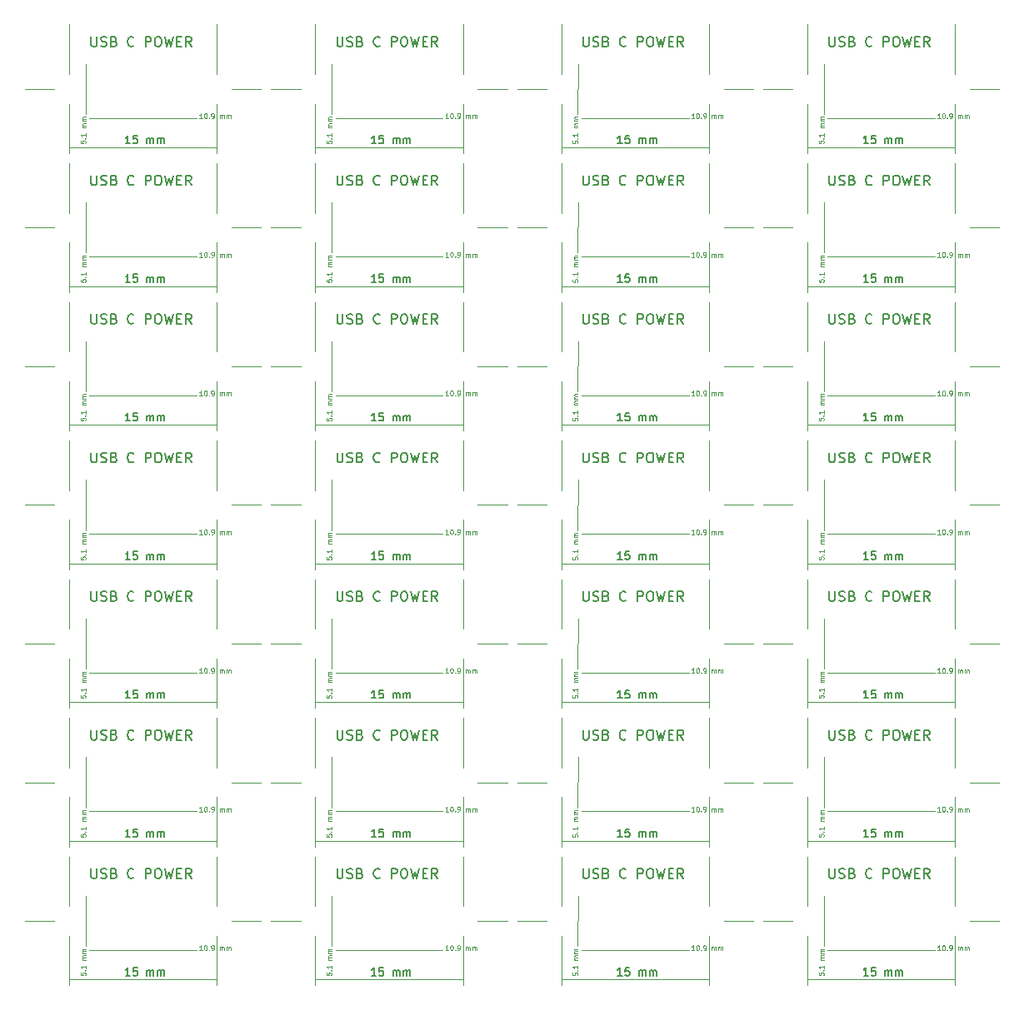
<source format=gbr>
G04 #@! TF.GenerationSoftware,KiCad,Pcbnew,5.1.5+dfsg1-2build2*
G04 #@! TF.CreationDate,2022-07-13T23:25:36-05:00*
G04 #@! TF.ProjectId,,58585858-5858-4585-9858-585858585858,rev?*
G04 #@! TF.SameCoordinates,Original*
G04 #@! TF.FileFunction,Legend,Top*
G04 #@! TF.FilePolarity,Positive*
%FSLAX46Y46*%
G04 Gerber Fmt 4.6, Leading zero omitted, Abs format (unit mm)*
G04 Created by KiCad (PCBNEW 5.1.5+dfsg1-2build2) date 2022-07-13 23:25:36*
%MOMM*%
%LPD*%
G04 APERTURE LIST*
%ADD10C,0.120000*%
%ADD11C,0.125000*%
%ADD12C,0.150000*%
G04 APERTURE END LIST*
D10*
X147623360Y-117695520D02*
X147593360Y-122795520D01*
X122623360Y-117695520D02*
X122593360Y-122795520D01*
X97623360Y-117695520D02*
X97593360Y-122795520D01*
X72623360Y-117695520D02*
X72593360Y-122795520D01*
X147623360Y-103595520D02*
X147593360Y-108695520D01*
X122623360Y-103595520D02*
X122593360Y-108695520D01*
X97623360Y-103595520D02*
X97593360Y-108695520D01*
X72623360Y-103595520D02*
X72593360Y-108695520D01*
X147623360Y-89495520D02*
X147593360Y-94595520D01*
X122623360Y-89495520D02*
X122593360Y-94595520D01*
X97623360Y-89495520D02*
X97593360Y-94595520D01*
X72623360Y-89495520D02*
X72593360Y-94595520D01*
X147623360Y-75395520D02*
X147593360Y-80495520D01*
X122623360Y-75395520D02*
X122593360Y-80495520D01*
X97623360Y-75395520D02*
X97593360Y-80495520D01*
X72623360Y-75395520D02*
X72593360Y-80495520D01*
X147623360Y-61295520D02*
X147593360Y-66395520D01*
X122623360Y-61295520D02*
X122593360Y-66395520D01*
X97623360Y-61295520D02*
X97593360Y-66395520D01*
X72623360Y-61295520D02*
X72593360Y-66395520D01*
X147623360Y-47195520D02*
X147593360Y-52295520D01*
X122623360Y-47195520D02*
X122593360Y-52295520D01*
X97623360Y-47195520D02*
X97593360Y-52295520D01*
X72623360Y-47195520D02*
X72593360Y-52295520D01*
X147623360Y-33095520D02*
X147593360Y-38195520D01*
X122623360Y-33095520D02*
X122593360Y-38195520D01*
X97623360Y-33095520D02*
X97593360Y-38195520D01*
X141423360Y-120245520D02*
X144423360Y-120245520D01*
X116423360Y-120245520D02*
X119423360Y-120245520D01*
X91423360Y-120245520D02*
X94423360Y-120245520D01*
X66423360Y-120245520D02*
X69423360Y-120245520D01*
X141423360Y-106145520D02*
X144423360Y-106145520D01*
X116423360Y-106145520D02*
X119423360Y-106145520D01*
X91423360Y-106145520D02*
X94423360Y-106145520D01*
X66423360Y-106145520D02*
X69423360Y-106145520D01*
X141423360Y-92045520D02*
X144423360Y-92045520D01*
X116423360Y-92045520D02*
X119423360Y-92045520D01*
X91423360Y-92045520D02*
X94423360Y-92045520D01*
X66423360Y-92045520D02*
X69423360Y-92045520D01*
X141423360Y-77945520D02*
X144423360Y-77945520D01*
X116423360Y-77945520D02*
X119423360Y-77945520D01*
X91423360Y-77945520D02*
X94423360Y-77945520D01*
X66423360Y-77945520D02*
X69423360Y-77945520D01*
X141423360Y-63845520D02*
X144423360Y-63845520D01*
X116423360Y-63845520D02*
X119423360Y-63845520D01*
X91423360Y-63845520D02*
X94423360Y-63845520D01*
X66423360Y-63845520D02*
X69423360Y-63845520D01*
X141423360Y-49745520D02*
X144423360Y-49745520D01*
X116423360Y-49745520D02*
X119423360Y-49745520D01*
X91423360Y-49745520D02*
X94423360Y-49745520D01*
X66423360Y-49745520D02*
X69423360Y-49745520D01*
X141423360Y-35645520D02*
X144423360Y-35645520D01*
X116423360Y-35645520D02*
X119423360Y-35645520D01*
X91423360Y-35645520D02*
X94423360Y-35645520D01*
X147973360Y-123195520D02*
X158873360Y-123195520D01*
X122973360Y-123195520D02*
X133873360Y-123195520D01*
X97973360Y-123195520D02*
X108873360Y-123195520D01*
X72973360Y-123195520D02*
X83873360Y-123195520D01*
X147973360Y-109095520D02*
X158873360Y-109095520D01*
X122973360Y-109095520D02*
X133873360Y-109095520D01*
X97973360Y-109095520D02*
X108873360Y-109095520D01*
X72973360Y-109095520D02*
X83873360Y-109095520D01*
X147973360Y-94995520D02*
X158873360Y-94995520D01*
X122973360Y-94995520D02*
X133873360Y-94995520D01*
X97973360Y-94995520D02*
X108873360Y-94995520D01*
X72973360Y-94995520D02*
X83873360Y-94995520D01*
X147973360Y-80895520D02*
X158873360Y-80895520D01*
X122973360Y-80895520D02*
X133873360Y-80895520D01*
X97973360Y-80895520D02*
X108873360Y-80895520D01*
X72973360Y-80895520D02*
X83873360Y-80895520D01*
X147973360Y-66795520D02*
X158873360Y-66795520D01*
X122973360Y-66795520D02*
X133873360Y-66795520D01*
X97973360Y-66795520D02*
X108873360Y-66795520D01*
X72973360Y-66795520D02*
X83873360Y-66795520D01*
X147973360Y-52695520D02*
X158873360Y-52695520D01*
X122973360Y-52695520D02*
X133873360Y-52695520D01*
X97973360Y-52695520D02*
X108873360Y-52695520D01*
X72973360Y-52695520D02*
X83873360Y-52695520D01*
X147973360Y-38595520D02*
X158873360Y-38595520D01*
X122973360Y-38595520D02*
X133873360Y-38595520D01*
X97973360Y-38595520D02*
X108873360Y-38595520D01*
D11*
X159440876Y-123225910D02*
X159155161Y-123225910D01*
X159298019Y-123225910D02*
X159298019Y-122725910D01*
X159250400Y-122797339D01*
X159202780Y-122844958D01*
X159155161Y-122868767D01*
X159750400Y-122725910D02*
X159798019Y-122725910D01*
X159845638Y-122749720D01*
X159869447Y-122773529D01*
X159893257Y-122821148D01*
X159917066Y-122916386D01*
X159917066Y-123035434D01*
X159893257Y-123130672D01*
X159869447Y-123178291D01*
X159845638Y-123202100D01*
X159798019Y-123225910D01*
X159750400Y-123225910D01*
X159702780Y-123202100D01*
X159678971Y-123178291D01*
X159655161Y-123130672D01*
X159631352Y-123035434D01*
X159631352Y-122916386D01*
X159655161Y-122821148D01*
X159678971Y-122773529D01*
X159702780Y-122749720D01*
X159750400Y-122725910D01*
X160131352Y-123178291D02*
X160155161Y-123202100D01*
X160131352Y-123225910D01*
X160107542Y-123202100D01*
X160131352Y-123178291D01*
X160131352Y-123225910D01*
X160393257Y-123225910D02*
X160488495Y-123225910D01*
X160536114Y-123202100D01*
X160559923Y-123178291D01*
X160607542Y-123106862D01*
X160631352Y-123011624D01*
X160631352Y-122821148D01*
X160607542Y-122773529D01*
X160583733Y-122749720D01*
X160536114Y-122725910D01*
X160440876Y-122725910D01*
X160393257Y-122749720D01*
X160369447Y-122773529D01*
X160345638Y-122821148D01*
X160345638Y-122940196D01*
X160369447Y-122987815D01*
X160393257Y-123011624D01*
X160440876Y-123035434D01*
X160536114Y-123035434D01*
X160583733Y-123011624D01*
X160607542Y-122987815D01*
X160631352Y-122940196D01*
X161226590Y-123225910D02*
X161226590Y-122892577D01*
X161226590Y-122940196D02*
X161250400Y-122916386D01*
X161298019Y-122892577D01*
X161369447Y-122892577D01*
X161417066Y-122916386D01*
X161440876Y-122964005D01*
X161440876Y-123225910D01*
X161440876Y-122964005D02*
X161464685Y-122916386D01*
X161512304Y-122892577D01*
X161583733Y-122892577D01*
X161631352Y-122916386D01*
X161655161Y-122964005D01*
X161655161Y-123225910D01*
X161893257Y-123225910D02*
X161893257Y-122892577D01*
X161893257Y-122940196D02*
X161917066Y-122916386D01*
X161964685Y-122892577D01*
X162036114Y-122892577D01*
X162083733Y-122916386D01*
X162107542Y-122964005D01*
X162107542Y-123225910D01*
X162107542Y-122964005D02*
X162131352Y-122916386D01*
X162178971Y-122892577D01*
X162250400Y-122892577D01*
X162298019Y-122916386D01*
X162321828Y-122964005D01*
X162321828Y-123225910D01*
X134440876Y-123225910D02*
X134155161Y-123225910D01*
X134298019Y-123225910D02*
X134298019Y-122725910D01*
X134250400Y-122797339D01*
X134202780Y-122844958D01*
X134155161Y-122868767D01*
X134750400Y-122725910D02*
X134798019Y-122725910D01*
X134845638Y-122749720D01*
X134869447Y-122773529D01*
X134893257Y-122821148D01*
X134917066Y-122916386D01*
X134917066Y-123035434D01*
X134893257Y-123130672D01*
X134869447Y-123178291D01*
X134845638Y-123202100D01*
X134798019Y-123225910D01*
X134750400Y-123225910D01*
X134702780Y-123202100D01*
X134678971Y-123178291D01*
X134655161Y-123130672D01*
X134631352Y-123035434D01*
X134631352Y-122916386D01*
X134655161Y-122821148D01*
X134678971Y-122773529D01*
X134702780Y-122749720D01*
X134750400Y-122725910D01*
X135131352Y-123178291D02*
X135155161Y-123202100D01*
X135131352Y-123225910D01*
X135107542Y-123202100D01*
X135131352Y-123178291D01*
X135131352Y-123225910D01*
X135393257Y-123225910D02*
X135488495Y-123225910D01*
X135536114Y-123202100D01*
X135559923Y-123178291D01*
X135607542Y-123106862D01*
X135631352Y-123011624D01*
X135631352Y-122821148D01*
X135607542Y-122773529D01*
X135583733Y-122749720D01*
X135536114Y-122725910D01*
X135440876Y-122725910D01*
X135393257Y-122749720D01*
X135369447Y-122773529D01*
X135345638Y-122821148D01*
X135345638Y-122940196D01*
X135369447Y-122987815D01*
X135393257Y-123011624D01*
X135440876Y-123035434D01*
X135536114Y-123035434D01*
X135583733Y-123011624D01*
X135607542Y-122987815D01*
X135631352Y-122940196D01*
X136226590Y-123225910D02*
X136226590Y-122892577D01*
X136226590Y-122940196D02*
X136250400Y-122916386D01*
X136298019Y-122892577D01*
X136369447Y-122892577D01*
X136417066Y-122916386D01*
X136440876Y-122964005D01*
X136440876Y-123225910D01*
X136440876Y-122964005D02*
X136464685Y-122916386D01*
X136512304Y-122892577D01*
X136583733Y-122892577D01*
X136631352Y-122916386D01*
X136655161Y-122964005D01*
X136655161Y-123225910D01*
X136893257Y-123225910D02*
X136893257Y-122892577D01*
X136893257Y-122940196D02*
X136917066Y-122916386D01*
X136964685Y-122892577D01*
X137036114Y-122892577D01*
X137083733Y-122916386D01*
X137107542Y-122964005D01*
X137107542Y-123225910D01*
X137107542Y-122964005D02*
X137131352Y-122916386D01*
X137178971Y-122892577D01*
X137250400Y-122892577D01*
X137298019Y-122916386D01*
X137321828Y-122964005D01*
X137321828Y-123225910D01*
X109440876Y-123225910D02*
X109155161Y-123225910D01*
X109298019Y-123225910D02*
X109298019Y-122725910D01*
X109250400Y-122797339D01*
X109202780Y-122844958D01*
X109155161Y-122868767D01*
X109750400Y-122725910D02*
X109798019Y-122725910D01*
X109845638Y-122749720D01*
X109869447Y-122773529D01*
X109893257Y-122821148D01*
X109917066Y-122916386D01*
X109917066Y-123035434D01*
X109893257Y-123130672D01*
X109869447Y-123178291D01*
X109845638Y-123202100D01*
X109798019Y-123225910D01*
X109750400Y-123225910D01*
X109702780Y-123202100D01*
X109678971Y-123178291D01*
X109655161Y-123130672D01*
X109631352Y-123035434D01*
X109631352Y-122916386D01*
X109655161Y-122821148D01*
X109678971Y-122773529D01*
X109702780Y-122749720D01*
X109750400Y-122725910D01*
X110131352Y-123178291D02*
X110155161Y-123202100D01*
X110131352Y-123225910D01*
X110107542Y-123202100D01*
X110131352Y-123178291D01*
X110131352Y-123225910D01*
X110393257Y-123225910D02*
X110488495Y-123225910D01*
X110536114Y-123202100D01*
X110559923Y-123178291D01*
X110607542Y-123106862D01*
X110631352Y-123011624D01*
X110631352Y-122821148D01*
X110607542Y-122773529D01*
X110583733Y-122749720D01*
X110536114Y-122725910D01*
X110440876Y-122725910D01*
X110393257Y-122749720D01*
X110369447Y-122773529D01*
X110345638Y-122821148D01*
X110345638Y-122940196D01*
X110369447Y-122987815D01*
X110393257Y-123011624D01*
X110440876Y-123035434D01*
X110536114Y-123035434D01*
X110583733Y-123011624D01*
X110607542Y-122987815D01*
X110631352Y-122940196D01*
X111226590Y-123225910D02*
X111226590Y-122892577D01*
X111226590Y-122940196D02*
X111250400Y-122916386D01*
X111298019Y-122892577D01*
X111369447Y-122892577D01*
X111417066Y-122916386D01*
X111440876Y-122964005D01*
X111440876Y-123225910D01*
X111440876Y-122964005D02*
X111464685Y-122916386D01*
X111512304Y-122892577D01*
X111583733Y-122892577D01*
X111631352Y-122916386D01*
X111655161Y-122964005D01*
X111655161Y-123225910D01*
X111893257Y-123225910D02*
X111893257Y-122892577D01*
X111893257Y-122940196D02*
X111917066Y-122916386D01*
X111964685Y-122892577D01*
X112036114Y-122892577D01*
X112083733Y-122916386D01*
X112107542Y-122964005D01*
X112107542Y-123225910D01*
X112107542Y-122964005D02*
X112131352Y-122916386D01*
X112178971Y-122892577D01*
X112250400Y-122892577D01*
X112298019Y-122916386D01*
X112321828Y-122964005D01*
X112321828Y-123225910D01*
X84440876Y-123225910D02*
X84155161Y-123225910D01*
X84298019Y-123225910D02*
X84298019Y-122725910D01*
X84250400Y-122797339D01*
X84202780Y-122844958D01*
X84155161Y-122868767D01*
X84750400Y-122725910D02*
X84798019Y-122725910D01*
X84845638Y-122749720D01*
X84869447Y-122773529D01*
X84893257Y-122821148D01*
X84917066Y-122916386D01*
X84917066Y-123035434D01*
X84893257Y-123130672D01*
X84869447Y-123178291D01*
X84845638Y-123202100D01*
X84798019Y-123225910D01*
X84750400Y-123225910D01*
X84702780Y-123202100D01*
X84678971Y-123178291D01*
X84655161Y-123130672D01*
X84631352Y-123035434D01*
X84631352Y-122916386D01*
X84655161Y-122821148D01*
X84678971Y-122773529D01*
X84702780Y-122749720D01*
X84750400Y-122725910D01*
X85131352Y-123178291D02*
X85155161Y-123202100D01*
X85131352Y-123225910D01*
X85107542Y-123202100D01*
X85131352Y-123178291D01*
X85131352Y-123225910D01*
X85393257Y-123225910D02*
X85488495Y-123225910D01*
X85536114Y-123202100D01*
X85559923Y-123178291D01*
X85607542Y-123106862D01*
X85631352Y-123011624D01*
X85631352Y-122821148D01*
X85607542Y-122773529D01*
X85583733Y-122749720D01*
X85536114Y-122725910D01*
X85440876Y-122725910D01*
X85393257Y-122749720D01*
X85369447Y-122773529D01*
X85345638Y-122821148D01*
X85345638Y-122940196D01*
X85369447Y-122987815D01*
X85393257Y-123011624D01*
X85440876Y-123035434D01*
X85536114Y-123035434D01*
X85583733Y-123011624D01*
X85607542Y-122987815D01*
X85631352Y-122940196D01*
X86226590Y-123225910D02*
X86226590Y-122892577D01*
X86226590Y-122940196D02*
X86250400Y-122916386D01*
X86298019Y-122892577D01*
X86369447Y-122892577D01*
X86417066Y-122916386D01*
X86440876Y-122964005D01*
X86440876Y-123225910D01*
X86440876Y-122964005D02*
X86464685Y-122916386D01*
X86512304Y-122892577D01*
X86583733Y-122892577D01*
X86631352Y-122916386D01*
X86655161Y-122964005D01*
X86655161Y-123225910D01*
X86893257Y-123225910D02*
X86893257Y-122892577D01*
X86893257Y-122940196D02*
X86917066Y-122916386D01*
X86964685Y-122892577D01*
X87036114Y-122892577D01*
X87083733Y-122916386D01*
X87107542Y-122964005D01*
X87107542Y-123225910D01*
X87107542Y-122964005D02*
X87131352Y-122916386D01*
X87178971Y-122892577D01*
X87250400Y-122892577D01*
X87298019Y-122916386D01*
X87321828Y-122964005D01*
X87321828Y-123225910D01*
X159440876Y-109125910D02*
X159155161Y-109125910D01*
X159298019Y-109125910D02*
X159298019Y-108625910D01*
X159250400Y-108697339D01*
X159202780Y-108744958D01*
X159155161Y-108768767D01*
X159750400Y-108625910D02*
X159798019Y-108625910D01*
X159845638Y-108649720D01*
X159869447Y-108673529D01*
X159893257Y-108721148D01*
X159917066Y-108816386D01*
X159917066Y-108935434D01*
X159893257Y-109030672D01*
X159869447Y-109078291D01*
X159845638Y-109102100D01*
X159798019Y-109125910D01*
X159750400Y-109125910D01*
X159702780Y-109102100D01*
X159678971Y-109078291D01*
X159655161Y-109030672D01*
X159631352Y-108935434D01*
X159631352Y-108816386D01*
X159655161Y-108721148D01*
X159678971Y-108673529D01*
X159702780Y-108649720D01*
X159750400Y-108625910D01*
X160131352Y-109078291D02*
X160155161Y-109102100D01*
X160131352Y-109125910D01*
X160107542Y-109102100D01*
X160131352Y-109078291D01*
X160131352Y-109125910D01*
X160393257Y-109125910D02*
X160488495Y-109125910D01*
X160536114Y-109102100D01*
X160559923Y-109078291D01*
X160607542Y-109006862D01*
X160631352Y-108911624D01*
X160631352Y-108721148D01*
X160607542Y-108673529D01*
X160583733Y-108649720D01*
X160536114Y-108625910D01*
X160440876Y-108625910D01*
X160393257Y-108649720D01*
X160369447Y-108673529D01*
X160345638Y-108721148D01*
X160345638Y-108840196D01*
X160369447Y-108887815D01*
X160393257Y-108911624D01*
X160440876Y-108935434D01*
X160536114Y-108935434D01*
X160583733Y-108911624D01*
X160607542Y-108887815D01*
X160631352Y-108840196D01*
X161226590Y-109125910D02*
X161226590Y-108792577D01*
X161226590Y-108840196D02*
X161250400Y-108816386D01*
X161298019Y-108792577D01*
X161369447Y-108792577D01*
X161417066Y-108816386D01*
X161440876Y-108864005D01*
X161440876Y-109125910D01*
X161440876Y-108864005D02*
X161464685Y-108816386D01*
X161512304Y-108792577D01*
X161583733Y-108792577D01*
X161631352Y-108816386D01*
X161655161Y-108864005D01*
X161655161Y-109125910D01*
X161893257Y-109125910D02*
X161893257Y-108792577D01*
X161893257Y-108840196D02*
X161917066Y-108816386D01*
X161964685Y-108792577D01*
X162036114Y-108792577D01*
X162083733Y-108816386D01*
X162107542Y-108864005D01*
X162107542Y-109125910D01*
X162107542Y-108864005D02*
X162131352Y-108816386D01*
X162178971Y-108792577D01*
X162250400Y-108792577D01*
X162298019Y-108816386D01*
X162321828Y-108864005D01*
X162321828Y-109125910D01*
X134440876Y-109125910D02*
X134155161Y-109125910D01*
X134298019Y-109125910D02*
X134298019Y-108625910D01*
X134250400Y-108697339D01*
X134202780Y-108744958D01*
X134155161Y-108768767D01*
X134750400Y-108625910D02*
X134798019Y-108625910D01*
X134845638Y-108649720D01*
X134869447Y-108673529D01*
X134893257Y-108721148D01*
X134917066Y-108816386D01*
X134917066Y-108935434D01*
X134893257Y-109030672D01*
X134869447Y-109078291D01*
X134845638Y-109102100D01*
X134798019Y-109125910D01*
X134750400Y-109125910D01*
X134702780Y-109102100D01*
X134678971Y-109078291D01*
X134655161Y-109030672D01*
X134631352Y-108935434D01*
X134631352Y-108816386D01*
X134655161Y-108721148D01*
X134678971Y-108673529D01*
X134702780Y-108649720D01*
X134750400Y-108625910D01*
X135131352Y-109078291D02*
X135155161Y-109102100D01*
X135131352Y-109125910D01*
X135107542Y-109102100D01*
X135131352Y-109078291D01*
X135131352Y-109125910D01*
X135393257Y-109125910D02*
X135488495Y-109125910D01*
X135536114Y-109102100D01*
X135559923Y-109078291D01*
X135607542Y-109006862D01*
X135631352Y-108911624D01*
X135631352Y-108721148D01*
X135607542Y-108673529D01*
X135583733Y-108649720D01*
X135536114Y-108625910D01*
X135440876Y-108625910D01*
X135393257Y-108649720D01*
X135369447Y-108673529D01*
X135345638Y-108721148D01*
X135345638Y-108840196D01*
X135369447Y-108887815D01*
X135393257Y-108911624D01*
X135440876Y-108935434D01*
X135536114Y-108935434D01*
X135583733Y-108911624D01*
X135607542Y-108887815D01*
X135631352Y-108840196D01*
X136226590Y-109125910D02*
X136226590Y-108792577D01*
X136226590Y-108840196D02*
X136250400Y-108816386D01*
X136298019Y-108792577D01*
X136369447Y-108792577D01*
X136417066Y-108816386D01*
X136440876Y-108864005D01*
X136440876Y-109125910D01*
X136440876Y-108864005D02*
X136464685Y-108816386D01*
X136512304Y-108792577D01*
X136583733Y-108792577D01*
X136631352Y-108816386D01*
X136655161Y-108864005D01*
X136655161Y-109125910D01*
X136893257Y-109125910D02*
X136893257Y-108792577D01*
X136893257Y-108840196D02*
X136917066Y-108816386D01*
X136964685Y-108792577D01*
X137036114Y-108792577D01*
X137083733Y-108816386D01*
X137107542Y-108864005D01*
X137107542Y-109125910D01*
X137107542Y-108864005D02*
X137131352Y-108816386D01*
X137178971Y-108792577D01*
X137250400Y-108792577D01*
X137298019Y-108816386D01*
X137321828Y-108864005D01*
X137321828Y-109125910D01*
X109440876Y-109125910D02*
X109155161Y-109125910D01*
X109298019Y-109125910D02*
X109298019Y-108625910D01*
X109250400Y-108697339D01*
X109202780Y-108744958D01*
X109155161Y-108768767D01*
X109750400Y-108625910D02*
X109798019Y-108625910D01*
X109845638Y-108649720D01*
X109869447Y-108673529D01*
X109893257Y-108721148D01*
X109917066Y-108816386D01*
X109917066Y-108935434D01*
X109893257Y-109030672D01*
X109869447Y-109078291D01*
X109845638Y-109102100D01*
X109798019Y-109125910D01*
X109750400Y-109125910D01*
X109702780Y-109102100D01*
X109678971Y-109078291D01*
X109655161Y-109030672D01*
X109631352Y-108935434D01*
X109631352Y-108816386D01*
X109655161Y-108721148D01*
X109678971Y-108673529D01*
X109702780Y-108649720D01*
X109750400Y-108625910D01*
X110131352Y-109078291D02*
X110155161Y-109102100D01*
X110131352Y-109125910D01*
X110107542Y-109102100D01*
X110131352Y-109078291D01*
X110131352Y-109125910D01*
X110393257Y-109125910D02*
X110488495Y-109125910D01*
X110536114Y-109102100D01*
X110559923Y-109078291D01*
X110607542Y-109006862D01*
X110631352Y-108911624D01*
X110631352Y-108721148D01*
X110607542Y-108673529D01*
X110583733Y-108649720D01*
X110536114Y-108625910D01*
X110440876Y-108625910D01*
X110393257Y-108649720D01*
X110369447Y-108673529D01*
X110345638Y-108721148D01*
X110345638Y-108840196D01*
X110369447Y-108887815D01*
X110393257Y-108911624D01*
X110440876Y-108935434D01*
X110536114Y-108935434D01*
X110583733Y-108911624D01*
X110607542Y-108887815D01*
X110631352Y-108840196D01*
X111226590Y-109125910D02*
X111226590Y-108792577D01*
X111226590Y-108840196D02*
X111250400Y-108816386D01*
X111298019Y-108792577D01*
X111369447Y-108792577D01*
X111417066Y-108816386D01*
X111440876Y-108864005D01*
X111440876Y-109125910D01*
X111440876Y-108864005D02*
X111464685Y-108816386D01*
X111512304Y-108792577D01*
X111583733Y-108792577D01*
X111631352Y-108816386D01*
X111655161Y-108864005D01*
X111655161Y-109125910D01*
X111893257Y-109125910D02*
X111893257Y-108792577D01*
X111893257Y-108840196D02*
X111917066Y-108816386D01*
X111964685Y-108792577D01*
X112036114Y-108792577D01*
X112083733Y-108816386D01*
X112107542Y-108864005D01*
X112107542Y-109125910D01*
X112107542Y-108864005D02*
X112131352Y-108816386D01*
X112178971Y-108792577D01*
X112250400Y-108792577D01*
X112298019Y-108816386D01*
X112321828Y-108864005D01*
X112321828Y-109125910D01*
X84440876Y-109125910D02*
X84155161Y-109125910D01*
X84298019Y-109125910D02*
X84298019Y-108625910D01*
X84250400Y-108697339D01*
X84202780Y-108744958D01*
X84155161Y-108768767D01*
X84750400Y-108625910D02*
X84798019Y-108625910D01*
X84845638Y-108649720D01*
X84869447Y-108673529D01*
X84893257Y-108721148D01*
X84917066Y-108816386D01*
X84917066Y-108935434D01*
X84893257Y-109030672D01*
X84869447Y-109078291D01*
X84845638Y-109102100D01*
X84798019Y-109125910D01*
X84750400Y-109125910D01*
X84702780Y-109102100D01*
X84678971Y-109078291D01*
X84655161Y-109030672D01*
X84631352Y-108935434D01*
X84631352Y-108816386D01*
X84655161Y-108721148D01*
X84678971Y-108673529D01*
X84702780Y-108649720D01*
X84750400Y-108625910D01*
X85131352Y-109078291D02*
X85155161Y-109102100D01*
X85131352Y-109125910D01*
X85107542Y-109102100D01*
X85131352Y-109078291D01*
X85131352Y-109125910D01*
X85393257Y-109125910D02*
X85488495Y-109125910D01*
X85536114Y-109102100D01*
X85559923Y-109078291D01*
X85607542Y-109006862D01*
X85631352Y-108911624D01*
X85631352Y-108721148D01*
X85607542Y-108673529D01*
X85583733Y-108649720D01*
X85536114Y-108625910D01*
X85440876Y-108625910D01*
X85393257Y-108649720D01*
X85369447Y-108673529D01*
X85345638Y-108721148D01*
X85345638Y-108840196D01*
X85369447Y-108887815D01*
X85393257Y-108911624D01*
X85440876Y-108935434D01*
X85536114Y-108935434D01*
X85583733Y-108911624D01*
X85607542Y-108887815D01*
X85631352Y-108840196D01*
X86226590Y-109125910D02*
X86226590Y-108792577D01*
X86226590Y-108840196D02*
X86250400Y-108816386D01*
X86298019Y-108792577D01*
X86369447Y-108792577D01*
X86417066Y-108816386D01*
X86440876Y-108864005D01*
X86440876Y-109125910D01*
X86440876Y-108864005D02*
X86464685Y-108816386D01*
X86512304Y-108792577D01*
X86583733Y-108792577D01*
X86631352Y-108816386D01*
X86655161Y-108864005D01*
X86655161Y-109125910D01*
X86893257Y-109125910D02*
X86893257Y-108792577D01*
X86893257Y-108840196D02*
X86917066Y-108816386D01*
X86964685Y-108792577D01*
X87036114Y-108792577D01*
X87083733Y-108816386D01*
X87107542Y-108864005D01*
X87107542Y-109125910D01*
X87107542Y-108864005D02*
X87131352Y-108816386D01*
X87178971Y-108792577D01*
X87250400Y-108792577D01*
X87298019Y-108816386D01*
X87321828Y-108864005D01*
X87321828Y-109125910D01*
X159440876Y-95025910D02*
X159155161Y-95025910D01*
X159298019Y-95025910D02*
X159298019Y-94525910D01*
X159250400Y-94597339D01*
X159202780Y-94644958D01*
X159155161Y-94668767D01*
X159750400Y-94525910D02*
X159798019Y-94525910D01*
X159845638Y-94549720D01*
X159869447Y-94573529D01*
X159893257Y-94621148D01*
X159917066Y-94716386D01*
X159917066Y-94835434D01*
X159893257Y-94930672D01*
X159869447Y-94978291D01*
X159845638Y-95002100D01*
X159798019Y-95025910D01*
X159750400Y-95025910D01*
X159702780Y-95002100D01*
X159678971Y-94978291D01*
X159655161Y-94930672D01*
X159631352Y-94835434D01*
X159631352Y-94716386D01*
X159655161Y-94621148D01*
X159678971Y-94573529D01*
X159702780Y-94549720D01*
X159750400Y-94525910D01*
X160131352Y-94978291D02*
X160155161Y-95002100D01*
X160131352Y-95025910D01*
X160107542Y-95002100D01*
X160131352Y-94978291D01*
X160131352Y-95025910D01*
X160393257Y-95025910D02*
X160488495Y-95025910D01*
X160536114Y-95002100D01*
X160559923Y-94978291D01*
X160607542Y-94906862D01*
X160631352Y-94811624D01*
X160631352Y-94621148D01*
X160607542Y-94573529D01*
X160583733Y-94549720D01*
X160536114Y-94525910D01*
X160440876Y-94525910D01*
X160393257Y-94549720D01*
X160369447Y-94573529D01*
X160345638Y-94621148D01*
X160345638Y-94740196D01*
X160369447Y-94787815D01*
X160393257Y-94811624D01*
X160440876Y-94835434D01*
X160536114Y-94835434D01*
X160583733Y-94811624D01*
X160607542Y-94787815D01*
X160631352Y-94740196D01*
X161226590Y-95025910D02*
X161226590Y-94692577D01*
X161226590Y-94740196D02*
X161250400Y-94716386D01*
X161298019Y-94692577D01*
X161369447Y-94692577D01*
X161417066Y-94716386D01*
X161440876Y-94764005D01*
X161440876Y-95025910D01*
X161440876Y-94764005D02*
X161464685Y-94716386D01*
X161512304Y-94692577D01*
X161583733Y-94692577D01*
X161631352Y-94716386D01*
X161655161Y-94764005D01*
X161655161Y-95025910D01*
X161893257Y-95025910D02*
X161893257Y-94692577D01*
X161893257Y-94740196D02*
X161917066Y-94716386D01*
X161964685Y-94692577D01*
X162036114Y-94692577D01*
X162083733Y-94716386D01*
X162107542Y-94764005D01*
X162107542Y-95025910D01*
X162107542Y-94764005D02*
X162131352Y-94716386D01*
X162178971Y-94692577D01*
X162250400Y-94692577D01*
X162298019Y-94716386D01*
X162321828Y-94764005D01*
X162321828Y-95025910D01*
X134440876Y-95025910D02*
X134155161Y-95025910D01*
X134298019Y-95025910D02*
X134298019Y-94525910D01*
X134250400Y-94597339D01*
X134202780Y-94644958D01*
X134155161Y-94668767D01*
X134750400Y-94525910D02*
X134798019Y-94525910D01*
X134845638Y-94549720D01*
X134869447Y-94573529D01*
X134893257Y-94621148D01*
X134917066Y-94716386D01*
X134917066Y-94835434D01*
X134893257Y-94930672D01*
X134869447Y-94978291D01*
X134845638Y-95002100D01*
X134798019Y-95025910D01*
X134750400Y-95025910D01*
X134702780Y-95002100D01*
X134678971Y-94978291D01*
X134655161Y-94930672D01*
X134631352Y-94835434D01*
X134631352Y-94716386D01*
X134655161Y-94621148D01*
X134678971Y-94573529D01*
X134702780Y-94549720D01*
X134750400Y-94525910D01*
X135131352Y-94978291D02*
X135155161Y-95002100D01*
X135131352Y-95025910D01*
X135107542Y-95002100D01*
X135131352Y-94978291D01*
X135131352Y-95025910D01*
X135393257Y-95025910D02*
X135488495Y-95025910D01*
X135536114Y-95002100D01*
X135559923Y-94978291D01*
X135607542Y-94906862D01*
X135631352Y-94811624D01*
X135631352Y-94621148D01*
X135607542Y-94573529D01*
X135583733Y-94549720D01*
X135536114Y-94525910D01*
X135440876Y-94525910D01*
X135393257Y-94549720D01*
X135369447Y-94573529D01*
X135345638Y-94621148D01*
X135345638Y-94740196D01*
X135369447Y-94787815D01*
X135393257Y-94811624D01*
X135440876Y-94835434D01*
X135536114Y-94835434D01*
X135583733Y-94811624D01*
X135607542Y-94787815D01*
X135631352Y-94740196D01*
X136226590Y-95025910D02*
X136226590Y-94692577D01*
X136226590Y-94740196D02*
X136250400Y-94716386D01*
X136298019Y-94692577D01*
X136369447Y-94692577D01*
X136417066Y-94716386D01*
X136440876Y-94764005D01*
X136440876Y-95025910D01*
X136440876Y-94764005D02*
X136464685Y-94716386D01*
X136512304Y-94692577D01*
X136583733Y-94692577D01*
X136631352Y-94716386D01*
X136655161Y-94764005D01*
X136655161Y-95025910D01*
X136893257Y-95025910D02*
X136893257Y-94692577D01*
X136893257Y-94740196D02*
X136917066Y-94716386D01*
X136964685Y-94692577D01*
X137036114Y-94692577D01*
X137083733Y-94716386D01*
X137107542Y-94764005D01*
X137107542Y-95025910D01*
X137107542Y-94764005D02*
X137131352Y-94716386D01*
X137178971Y-94692577D01*
X137250400Y-94692577D01*
X137298019Y-94716386D01*
X137321828Y-94764005D01*
X137321828Y-95025910D01*
X109440876Y-95025910D02*
X109155161Y-95025910D01*
X109298019Y-95025910D02*
X109298019Y-94525910D01*
X109250400Y-94597339D01*
X109202780Y-94644958D01*
X109155161Y-94668767D01*
X109750400Y-94525910D02*
X109798019Y-94525910D01*
X109845638Y-94549720D01*
X109869447Y-94573529D01*
X109893257Y-94621148D01*
X109917066Y-94716386D01*
X109917066Y-94835434D01*
X109893257Y-94930672D01*
X109869447Y-94978291D01*
X109845638Y-95002100D01*
X109798019Y-95025910D01*
X109750400Y-95025910D01*
X109702780Y-95002100D01*
X109678971Y-94978291D01*
X109655161Y-94930672D01*
X109631352Y-94835434D01*
X109631352Y-94716386D01*
X109655161Y-94621148D01*
X109678971Y-94573529D01*
X109702780Y-94549720D01*
X109750400Y-94525910D01*
X110131352Y-94978291D02*
X110155161Y-95002100D01*
X110131352Y-95025910D01*
X110107542Y-95002100D01*
X110131352Y-94978291D01*
X110131352Y-95025910D01*
X110393257Y-95025910D02*
X110488495Y-95025910D01*
X110536114Y-95002100D01*
X110559923Y-94978291D01*
X110607542Y-94906862D01*
X110631352Y-94811624D01*
X110631352Y-94621148D01*
X110607542Y-94573529D01*
X110583733Y-94549720D01*
X110536114Y-94525910D01*
X110440876Y-94525910D01*
X110393257Y-94549720D01*
X110369447Y-94573529D01*
X110345638Y-94621148D01*
X110345638Y-94740196D01*
X110369447Y-94787815D01*
X110393257Y-94811624D01*
X110440876Y-94835434D01*
X110536114Y-94835434D01*
X110583733Y-94811624D01*
X110607542Y-94787815D01*
X110631352Y-94740196D01*
X111226590Y-95025910D02*
X111226590Y-94692577D01*
X111226590Y-94740196D02*
X111250400Y-94716386D01*
X111298019Y-94692577D01*
X111369447Y-94692577D01*
X111417066Y-94716386D01*
X111440876Y-94764005D01*
X111440876Y-95025910D01*
X111440876Y-94764005D02*
X111464685Y-94716386D01*
X111512304Y-94692577D01*
X111583733Y-94692577D01*
X111631352Y-94716386D01*
X111655161Y-94764005D01*
X111655161Y-95025910D01*
X111893257Y-95025910D02*
X111893257Y-94692577D01*
X111893257Y-94740196D02*
X111917066Y-94716386D01*
X111964685Y-94692577D01*
X112036114Y-94692577D01*
X112083733Y-94716386D01*
X112107542Y-94764005D01*
X112107542Y-95025910D01*
X112107542Y-94764005D02*
X112131352Y-94716386D01*
X112178971Y-94692577D01*
X112250400Y-94692577D01*
X112298019Y-94716386D01*
X112321828Y-94764005D01*
X112321828Y-95025910D01*
X84440876Y-95025910D02*
X84155161Y-95025910D01*
X84298019Y-95025910D02*
X84298019Y-94525910D01*
X84250400Y-94597339D01*
X84202780Y-94644958D01*
X84155161Y-94668767D01*
X84750400Y-94525910D02*
X84798019Y-94525910D01*
X84845638Y-94549720D01*
X84869447Y-94573529D01*
X84893257Y-94621148D01*
X84917066Y-94716386D01*
X84917066Y-94835434D01*
X84893257Y-94930672D01*
X84869447Y-94978291D01*
X84845638Y-95002100D01*
X84798019Y-95025910D01*
X84750400Y-95025910D01*
X84702780Y-95002100D01*
X84678971Y-94978291D01*
X84655161Y-94930672D01*
X84631352Y-94835434D01*
X84631352Y-94716386D01*
X84655161Y-94621148D01*
X84678971Y-94573529D01*
X84702780Y-94549720D01*
X84750400Y-94525910D01*
X85131352Y-94978291D02*
X85155161Y-95002100D01*
X85131352Y-95025910D01*
X85107542Y-95002100D01*
X85131352Y-94978291D01*
X85131352Y-95025910D01*
X85393257Y-95025910D02*
X85488495Y-95025910D01*
X85536114Y-95002100D01*
X85559923Y-94978291D01*
X85607542Y-94906862D01*
X85631352Y-94811624D01*
X85631352Y-94621148D01*
X85607542Y-94573529D01*
X85583733Y-94549720D01*
X85536114Y-94525910D01*
X85440876Y-94525910D01*
X85393257Y-94549720D01*
X85369447Y-94573529D01*
X85345638Y-94621148D01*
X85345638Y-94740196D01*
X85369447Y-94787815D01*
X85393257Y-94811624D01*
X85440876Y-94835434D01*
X85536114Y-94835434D01*
X85583733Y-94811624D01*
X85607542Y-94787815D01*
X85631352Y-94740196D01*
X86226590Y-95025910D02*
X86226590Y-94692577D01*
X86226590Y-94740196D02*
X86250400Y-94716386D01*
X86298019Y-94692577D01*
X86369447Y-94692577D01*
X86417066Y-94716386D01*
X86440876Y-94764005D01*
X86440876Y-95025910D01*
X86440876Y-94764005D02*
X86464685Y-94716386D01*
X86512304Y-94692577D01*
X86583733Y-94692577D01*
X86631352Y-94716386D01*
X86655161Y-94764005D01*
X86655161Y-95025910D01*
X86893257Y-95025910D02*
X86893257Y-94692577D01*
X86893257Y-94740196D02*
X86917066Y-94716386D01*
X86964685Y-94692577D01*
X87036114Y-94692577D01*
X87083733Y-94716386D01*
X87107542Y-94764005D01*
X87107542Y-95025910D01*
X87107542Y-94764005D02*
X87131352Y-94716386D01*
X87178971Y-94692577D01*
X87250400Y-94692577D01*
X87298019Y-94716386D01*
X87321828Y-94764005D01*
X87321828Y-95025910D01*
X159440876Y-80925910D02*
X159155161Y-80925910D01*
X159298019Y-80925910D02*
X159298019Y-80425910D01*
X159250400Y-80497339D01*
X159202780Y-80544958D01*
X159155161Y-80568767D01*
X159750400Y-80425910D02*
X159798019Y-80425910D01*
X159845638Y-80449720D01*
X159869447Y-80473529D01*
X159893257Y-80521148D01*
X159917066Y-80616386D01*
X159917066Y-80735434D01*
X159893257Y-80830672D01*
X159869447Y-80878291D01*
X159845638Y-80902100D01*
X159798019Y-80925910D01*
X159750400Y-80925910D01*
X159702780Y-80902100D01*
X159678971Y-80878291D01*
X159655161Y-80830672D01*
X159631352Y-80735434D01*
X159631352Y-80616386D01*
X159655161Y-80521148D01*
X159678971Y-80473529D01*
X159702780Y-80449720D01*
X159750400Y-80425910D01*
X160131352Y-80878291D02*
X160155161Y-80902100D01*
X160131352Y-80925910D01*
X160107542Y-80902100D01*
X160131352Y-80878291D01*
X160131352Y-80925910D01*
X160393257Y-80925910D02*
X160488495Y-80925910D01*
X160536114Y-80902100D01*
X160559923Y-80878291D01*
X160607542Y-80806862D01*
X160631352Y-80711624D01*
X160631352Y-80521148D01*
X160607542Y-80473529D01*
X160583733Y-80449720D01*
X160536114Y-80425910D01*
X160440876Y-80425910D01*
X160393257Y-80449720D01*
X160369447Y-80473529D01*
X160345638Y-80521148D01*
X160345638Y-80640196D01*
X160369447Y-80687815D01*
X160393257Y-80711624D01*
X160440876Y-80735434D01*
X160536114Y-80735434D01*
X160583733Y-80711624D01*
X160607542Y-80687815D01*
X160631352Y-80640196D01*
X161226590Y-80925910D02*
X161226590Y-80592577D01*
X161226590Y-80640196D02*
X161250400Y-80616386D01*
X161298019Y-80592577D01*
X161369447Y-80592577D01*
X161417066Y-80616386D01*
X161440876Y-80664005D01*
X161440876Y-80925910D01*
X161440876Y-80664005D02*
X161464685Y-80616386D01*
X161512304Y-80592577D01*
X161583733Y-80592577D01*
X161631352Y-80616386D01*
X161655161Y-80664005D01*
X161655161Y-80925910D01*
X161893257Y-80925910D02*
X161893257Y-80592577D01*
X161893257Y-80640196D02*
X161917066Y-80616386D01*
X161964685Y-80592577D01*
X162036114Y-80592577D01*
X162083733Y-80616386D01*
X162107542Y-80664005D01*
X162107542Y-80925910D01*
X162107542Y-80664005D02*
X162131352Y-80616386D01*
X162178971Y-80592577D01*
X162250400Y-80592577D01*
X162298019Y-80616386D01*
X162321828Y-80664005D01*
X162321828Y-80925910D01*
X134440876Y-80925910D02*
X134155161Y-80925910D01*
X134298019Y-80925910D02*
X134298019Y-80425910D01*
X134250400Y-80497339D01*
X134202780Y-80544958D01*
X134155161Y-80568767D01*
X134750400Y-80425910D02*
X134798019Y-80425910D01*
X134845638Y-80449720D01*
X134869447Y-80473529D01*
X134893257Y-80521148D01*
X134917066Y-80616386D01*
X134917066Y-80735434D01*
X134893257Y-80830672D01*
X134869447Y-80878291D01*
X134845638Y-80902100D01*
X134798019Y-80925910D01*
X134750400Y-80925910D01*
X134702780Y-80902100D01*
X134678971Y-80878291D01*
X134655161Y-80830672D01*
X134631352Y-80735434D01*
X134631352Y-80616386D01*
X134655161Y-80521148D01*
X134678971Y-80473529D01*
X134702780Y-80449720D01*
X134750400Y-80425910D01*
X135131352Y-80878291D02*
X135155161Y-80902100D01*
X135131352Y-80925910D01*
X135107542Y-80902100D01*
X135131352Y-80878291D01*
X135131352Y-80925910D01*
X135393257Y-80925910D02*
X135488495Y-80925910D01*
X135536114Y-80902100D01*
X135559923Y-80878291D01*
X135607542Y-80806862D01*
X135631352Y-80711624D01*
X135631352Y-80521148D01*
X135607542Y-80473529D01*
X135583733Y-80449720D01*
X135536114Y-80425910D01*
X135440876Y-80425910D01*
X135393257Y-80449720D01*
X135369447Y-80473529D01*
X135345638Y-80521148D01*
X135345638Y-80640196D01*
X135369447Y-80687815D01*
X135393257Y-80711624D01*
X135440876Y-80735434D01*
X135536114Y-80735434D01*
X135583733Y-80711624D01*
X135607542Y-80687815D01*
X135631352Y-80640196D01*
X136226590Y-80925910D02*
X136226590Y-80592577D01*
X136226590Y-80640196D02*
X136250400Y-80616386D01*
X136298019Y-80592577D01*
X136369447Y-80592577D01*
X136417066Y-80616386D01*
X136440876Y-80664005D01*
X136440876Y-80925910D01*
X136440876Y-80664005D02*
X136464685Y-80616386D01*
X136512304Y-80592577D01*
X136583733Y-80592577D01*
X136631352Y-80616386D01*
X136655161Y-80664005D01*
X136655161Y-80925910D01*
X136893257Y-80925910D02*
X136893257Y-80592577D01*
X136893257Y-80640196D02*
X136917066Y-80616386D01*
X136964685Y-80592577D01*
X137036114Y-80592577D01*
X137083733Y-80616386D01*
X137107542Y-80664005D01*
X137107542Y-80925910D01*
X137107542Y-80664005D02*
X137131352Y-80616386D01*
X137178971Y-80592577D01*
X137250400Y-80592577D01*
X137298019Y-80616386D01*
X137321828Y-80664005D01*
X137321828Y-80925910D01*
X109440876Y-80925910D02*
X109155161Y-80925910D01*
X109298019Y-80925910D02*
X109298019Y-80425910D01*
X109250400Y-80497339D01*
X109202780Y-80544958D01*
X109155161Y-80568767D01*
X109750400Y-80425910D02*
X109798019Y-80425910D01*
X109845638Y-80449720D01*
X109869447Y-80473529D01*
X109893257Y-80521148D01*
X109917066Y-80616386D01*
X109917066Y-80735434D01*
X109893257Y-80830672D01*
X109869447Y-80878291D01*
X109845638Y-80902100D01*
X109798019Y-80925910D01*
X109750400Y-80925910D01*
X109702780Y-80902100D01*
X109678971Y-80878291D01*
X109655161Y-80830672D01*
X109631352Y-80735434D01*
X109631352Y-80616386D01*
X109655161Y-80521148D01*
X109678971Y-80473529D01*
X109702780Y-80449720D01*
X109750400Y-80425910D01*
X110131352Y-80878291D02*
X110155161Y-80902100D01*
X110131352Y-80925910D01*
X110107542Y-80902100D01*
X110131352Y-80878291D01*
X110131352Y-80925910D01*
X110393257Y-80925910D02*
X110488495Y-80925910D01*
X110536114Y-80902100D01*
X110559923Y-80878291D01*
X110607542Y-80806862D01*
X110631352Y-80711624D01*
X110631352Y-80521148D01*
X110607542Y-80473529D01*
X110583733Y-80449720D01*
X110536114Y-80425910D01*
X110440876Y-80425910D01*
X110393257Y-80449720D01*
X110369447Y-80473529D01*
X110345638Y-80521148D01*
X110345638Y-80640196D01*
X110369447Y-80687815D01*
X110393257Y-80711624D01*
X110440876Y-80735434D01*
X110536114Y-80735434D01*
X110583733Y-80711624D01*
X110607542Y-80687815D01*
X110631352Y-80640196D01*
X111226590Y-80925910D02*
X111226590Y-80592577D01*
X111226590Y-80640196D02*
X111250400Y-80616386D01*
X111298019Y-80592577D01*
X111369447Y-80592577D01*
X111417066Y-80616386D01*
X111440876Y-80664005D01*
X111440876Y-80925910D01*
X111440876Y-80664005D02*
X111464685Y-80616386D01*
X111512304Y-80592577D01*
X111583733Y-80592577D01*
X111631352Y-80616386D01*
X111655161Y-80664005D01*
X111655161Y-80925910D01*
X111893257Y-80925910D02*
X111893257Y-80592577D01*
X111893257Y-80640196D02*
X111917066Y-80616386D01*
X111964685Y-80592577D01*
X112036114Y-80592577D01*
X112083733Y-80616386D01*
X112107542Y-80664005D01*
X112107542Y-80925910D01*
X112107542Y-80664005D02*
X112131352Y-80616386D01*
X112178971Y-80592577D01*
X112250400Y-80592577D01*
X112298019Y-80616386D01*
X112321828Y-80664005D01*
X112321828Y-80925910D01*
X84440876Y-80925910D02*
X84155161Y-80925910D01*
X84298019Y-80925910D02*
X84298019Y-80425910D01*
X84250400Y-80497339D01*
X84202780Y-80544958D01*
X84155161Y-80568767D01*
X84750400Y-80425910D02*
X84798019Y-80425910D01*
X84845638Y-80449720D01*
X84869447Y-80473529D01*
X84893257Y-80521148D01*
X84917066Y-80616386D01*
X84917066Y-80735434D01*
X84893257Y-80830672D01*
X84869447Y-80878291D01*
X84845638Y-80902100D01*
X84798019Y-80925910D01*
X84750400Y-80925910D01*
X84702780Y-80902100D01*
X84678971Y-80878291D01*
X84655161Y-80830672D01*
X84631352Y-80735434D01*
X84631352Y-80616386D01*
X84655161Y-80521148D01*
X84678971Y-80473529D01*
X84702780Y-80449720D01*
X84750400Y-80425910D01*
X85131352Y-80878291D02*
X85155161Y-80902100D01*
X85131352Y-80925910D01*
X85107542Y-80902100D01*
X85131352Y-80878291D01*
X85131352Y-80925910D01*
X85393257Y-80925910D02*
X85488495Y-80925910D01*
X85536114Y-80902100D01*
X85559923Y-80878291D01*
X85607542Y-80806862D01*
X85631352Y-80711624D01*
X85631352Y-80521148D01*
X85607542Y-80473529D01*
X85583733Y-80449720D01*
X85536114Y-80425910D01*
X85440876Y-80425910D01*
X85393257Y-80449720D01*
X85369447Y-80473529D01*
X85345638Y-80521148D01*
X85345638Y-80640196D01*
X85369447Y-80687815D01*
X85393257Y-80711624D01*
X85440876Y-80735434D01*
X85536114Y-80735434D01*
X85583733Y-80711624D01*
X85607542Y-80687815D01*
X85631352Y-80640196D01*
X86226590Y-80925910D02*
X86226590Y-80592577D01*
X86226590Y-80640196D02*
X86250400Y-80616386D01*
X86298019Y-80592577D01*
X86369447Y-80592577D01*
X86417066Y-80616386D01*
X86440876Y-80664005D01*
X86440876Y-80925910D01*
X86440876Y-80664005D02*
X86464685Y-80616386D01*
X86512304Y-80592577D01*
X86583733Y-80592577D01*
X86631352Y-80616386D01*
X86655161Y-80664005D01*
X86655161Y-80925910D01*
X86893257Y-80925910D02*
X86893257Y-80592577D01*
X86893257Y-80640196D02*
X86917066Y-80616386D01*
X86964685Y-80592577D01*
X87036114Y-80592577D01*
X87083733Y-80616386D01*
X87107542Y-80664005D01*
X87107542Y-80925910D01*
X87107542Y-80664005D02*
X87131352Y-80616386D01*
X87178971Y-80592577D01*
X87250400Y-80592577D01*
X87298019Y-80616386D01*
X87321828Y-80664005D01*
X87321828Y-80925910D01*
X159440876Y-66825910D02*
X159155161Y-66825910D01*
X159298019Y-66825910D02*
X159298019Y-66325910D01*
X159250400Y-66397339D01*
X159202780Y-66444958D01*
X159155161Y-66468767D01*
X159750400Y-66325910D02*
X159798019Y-66325910D01*
X159845638Y-66349720D01*
X159869447Y-66373529D01*
X159893257Y-66421148D01*
X159917066Y-66516386D01*
X159917066Y-66635434D01*
X159893257Y-66730672D01*
X159869447Y-66778291D01*
X159845638Y-66802100D01*
X159798019Y-66825910D01*
X159750400Y-66825910D01*
X159702780Y-66802100D01*
X159678971Y-66778291D01*
X159655161Y-66730672D01*
X159631352Y-66635434D01*
X159631352Y-66516386D01*
X159655161Y-66421148D01*
X159678971Y-66373529D01*
X159702780Y-66349720D01*
X159750400Y-66325910D01*
X160131352Y-66778291D02*
X160155161Y-66802100D01*
X160131352Y-66825910D01*
X160107542Y-66802100D01*
X160131352Y-66778291D01*
X160131352Y-66825910D01*
X160393257Y-66825910D02*
X160488495Y-66825910D01*
X160536114Y-66802100D01*
X160559923Y-66778291D01*
X160607542Y-66706862D01*
X160631352Y-66611624D01*
X160631352Y-66421148D01*
X160607542Y-66373529D01*
X160583733Y-66349720D01*
X160536114Y-66325910D01*
X160440876Y-66325910D01*
X160393257Y-66349720D01*
X160369447Y-66373529D01*
X160345638Y-66421148D01*
X160345638Y-66540196D01*
X160369447Y-66587815D01*
X160393257Y-66611624D01*
X160440876Y-66635434D01*
X160536114Y-66635434D01*
X160583733Y-66611624D01*
X160607542Y-66587815D01*
X160631352Y-66540196D01*
X161226590Y-66825910D02*
X161226590Y-66492577D01*
X161226590Y-66540196D02*
X161250400Y-66516386D01*
X161298019Y-66492577D01*
X161369447Y-66492577D01*
X161417066Y-66516386D01*
X161440876Y-66564005D01*
X161440876Y-66825910D01*
X161440876Y-66564005D02*
X161464685Y-66516386D01*
X161512304Y-66492577D01*
X161583733Y-66492577D01*
X161631352Y-66516386D01*
X161655161Y-66564005D01*
X161655161Y-66825910D01*
X161893257Y-66825910D02*
X161893257Y-66492577D01*
X161893257Y-66540196D02*
X161917066Y-66516386D01*
X161964685Y-66492577D01*
X162036114Y-66492577D01*
X162083733Y-66516386D01*
X162107542Y-66564005D01*
X162107542Y-66825910D01*
X162107542Y-66564005D02*
X162131352Y-66516386D01*
X162178971Y-66492577D01*
X162250400Y-66492577D01*
X162298019Y-66516386D01*
X162321828Y-66564005D01*
X162321828Y-66825910D01*
X134440876Y-66825910D02*
X134155161Y-66825910D01*
X134298019Y-66825910D02*
X134298019Y-66325910D01*
X134250400Y-66397339D01*
X134202780Y-66444958D01*
X134155161Y-66468767D01*
X134750400Y-66325910D02*
X134798019Y-66325910D01*
X134845638Y-66349720D01*
X134869447Y-66373529D01*
X134893257Y-66421148D01*
X134917066Y-66516386D01*
X134917066Y-66635434D01*
X134893257Y-66730672D01*
X134869447Y-66778291D01*
X134845638Y-66802100D01*
X134798019Y-66825910D01*
X134750400Y-66825910D01*
X134702780Y-66802100D01*
X134678971Y-66778291D01*
X134655161Y-66730672D01*
X134631352Y-66635434D01*
X134631352Y-66516386D01*
X134655161Y-66421148D01*
X134678971Y-66373529D01*
X134702780Y-66349720D01*
X134750400Y-66325910D01*
X135131352Y-66778291D02*
X135155161Y-66802100D01*
X135131352Y-66825910D01*
X135107542Y-66802100D01*
X135131352Y-66778291D01*
X135131352Y-66825910D01*
X135393257Y-66825910D02*
X135488495Y-66825910D01*
X135536114Y-66802100D01*
X135559923Y-66778291D01*
X135607542Y-66706862D01*
X135631352Y-66611624D01*
X135631352Y-66421148D01*
X135607542Y-66373529D01*
X135583733Y-66349720D01*
X135536114Y-66325910D01*
X135440876Y-66325910D01*
X135393257Y-66349720D01*
X135369447Y-66373529D01*
X135345638Y-66421148D01*
X135345638Y-66540196D01*
X135369447Y-66587815D01*
X135393257Y-66611624D01*
X135440876Y-66635434D01*
X135536114Y-66635434D01*
X135583733Y-66611624D01*
X135607542Y-66587815D01*
X135631352Y-66540196D01*
X136226590Y-66825910D02*
X136226590Y-66492577D01*
X136226590Y-66540196D02*
X136250400Y-66516386D01*
X136298019Y-66492577D01*
X136369447Y-66492577D01*
X136417066Y-66516386D01*
X136440876Y-66564005D01*
X136440876Y-66825910D01*
X136440876Y-66564005D02*
X136464685Y-66516386D01*
X136512304Y-66492577D01*
X136583733Y-66492577D01*
X136631352Y-66516386D01*
X136655161Y-66564005D01*
X136655161Y-66825910D01*
X136893257Y-66825910D02*
X136893257Y-66492577D01*
X136893257Y-66540196D02*
X136917066Y-66516386D01*
X136964685Y-66492577D01*
X137036114Y-66492577D01*
X137083733Y-66516386D01*
X137107542Y-66564005D01*
X137107542Y-66825910D01*
X137107542Y-66564005D02*
X137131352Y-66516386D01*
X137178971Y-66492577D01*
X137250400Y-66492577D01*
X137298019Y-66516386D01*
X137321828Y-66564005D01*
X137321828Y-66825910D01*
X109440876Y-66825910D02*
X109155161Y-66825910D01*
X109298019Y-66825910D02*
X109298019Y-66325910D01*
X109250400Y-66397339D01*
X109202780Y-66444958D01*
X109155161Y-66468767D01*
X109750400Y-66325910D02*
X109798019Y-66325910D01*
X109845638Y-66349720D01*
X109869447Y-66373529D01*
X109893257Y-66421148D01*
X109917066Y-66516386D01*
X109917066Y-66635434D01*
X109893257Y-66730672D01*
X109869447Y-66778291D01*
X109845638Y-66802100D01*
X109798019Y-66825910D01*
X109750400Y-66825910D01*
X109702780Y-66802100D01*
X109678971Y-66778291D01*
X109655161Y-66730672D01*
X109631352Y-66635434D01*
X109631352Y-66516386D01*
X109655161Y-66421148D01*
X109678971Y-66373529D01*
X109702780Y-66349720D01*
X109750400Y-66325910D01*
X110131352Y-66778291D02*
X110155161Y-66802100D01*
X110131352Y-66825910D01*
X110107542Y-66802100D01*
X110131352Y-66778291D01*
X110131352Y-66825910D01*
X110393257Y-66825910D02*
X110488495Y-66825910D01*
X110536114Y-66802100D01*
X110559923Y-66778291D01*
X110607542Y-66706862D01*
X110631352Y-66611624D01*
X110631352Y-66421148D01*
X110607542Y-66373529D01*
X110583733Y-66349720D01*
X110536114Y-66325910D01*
X110440876Y-66325910D01*
X110393257Y-66349720D01*
X110369447Y-66373529D01*
X110345638Y-66421148D01*
X110345638Y-66540196D01*
X110369447Y-66587815D01*
X110393257Y-66611624D01*
X110440876Y-66635434D01*
X110536114Y-66635434D01*
X110583733Y-66611624D01*
X110607542Y-66587815D01*
X110631352Y-66540196D01*
X111226590Y-66825910D02*
X111226590Y-66492577D01*
X111226590Y-66540196D02*
X111250400Y-66516386D01*
X111298019Y-66492577D01*
X111369447Y-66492577D01*
X111417066Y-66516386D01*
X111440876Y-66564005D01*
X111440876Y-66825910D01*
X111440876Y-66564005D02*
X111464685Y-66516386D01*
X111512304Y-66492577D01*
X111583733Y-66492577D01*
X111631352Y-66516386D01*
X111655161Y-66564005D01*
X111655161Y-66825910D01*
X111893257Y-66825910D02*
X111893257Y-66492577D01*
X111893257Y-66540196D02*
X111917066Y-66516386D01*
X111964685Y-66492577D01*
X112036114Y-66492577D01*
X112083733Y-66516386D01*
X112107542Y-66564005D01*
X112107542Y-66825910D01*
X112107542Y-66564005D02*
X112131352Y-66516386D01*
X112178971Y-66492577D01*
X112250400Y-66492577D01*
X112298019Y-66516386D01*
X112321828Y-66564005D01*
X112321828Y-66825910D01*
X84440876Y-66825910D02*
X84155161Y-66825910D01*
X84298019Y-66825910D02*
X84298019Y-66325910D01*
X84250400Y-66397339D01*
X84202780Y-66444958D01*
X84155161Y-66468767D01*
X84750400Y-66325910D02*
X84798019Y-66325910D01*
X84845638Y-66349720D01*
X84869447Y-66373529D01*
X84893257Y-66421148D01*
X84917066Y-66516386D01*
X84917066Y-66635434D01*
X84893257Y-66730672D01*
X84869447Y-66778291D01*
X84845638Y-66802100D01*
X84798019Y-66825910D01*
X84750400Y-66825910D01*
X84702780Y-66802100D01*
X84678971Y-66778291D01*
X84655161Y-66730672D01*
X84631352Y-66635434D01*
X84631352Y-66516386D01*
X84655161Y-66421148D01*
X84678971Y-66373529D01*
X84702780Y-66349720D01*
X84750400Y-66325910D01*
X85131352Y-66778291D02*
X85155161Y-66802100D01*
X85131352Y-66825910D01*
X85107542Y-66802100D01*
X85131352Y-66778291D01*
X85131352Y-66825910D01*
X85393257Y-66825910D02*
X85488495Y-66825910D01*
X85536114Y-66802100D01*
X85559923Y-66778291D01*
X85607542Y-66706862D01*
X85631352Y-66611624D01*
X85631352Y-66421148D01*
X85607542Y-66373529D01*
X85583733Y-66349720D01*
X85536114Y-66325910D01*
X85440876Y-66325910D01*
X85393257Y-66349720D01*
X85369447Y-66373529D01*
X85345638Y-66421148D01*
X85345638Y-66540196D01*
X85369447Y-66587815D01*
X85393257Y-66611624D01*
X85440876Y-66635434D01*
X85536114Y-66635434D01*
X85583733Y-66611624D01*
X85607542Y-66587815D01*
X85631352Y-66540196D01*
X86226590Y-66825910D02*
X86226590Y-66492577D01*
X86226590Y-66540196D02*
X86250400Y-66516386D01*
X86298019Y-66492577D01*
X86369447Y-66492577D01*
X86417066Y-66516386D01*
X86440876Y-66564005D01*
X86440876Y-66825910D01*
X86440876Y-66564005D02*
X86464685Y-66516386D01*
X86512304Y-66492577D01*
X86583733Y-66492577D01*
X86631352Y-66516386D01*
X86655161Y-66564005D01*
X86655161Y-66825910D01*
X86893257Y-66825910D02*
X86893257Y-66492577D01*
X86893257Y-66540196D02*
X86917066Y-66516386D01*
X86964685Y-66492577D01*
X87036114Y-66492577D01*
X87083733Y-66516386D01*
X87107542Y-66564005D01*
X87107542Y-66825910D01*
X87107542Y-66564005D02*
X87131352Y-66516386D01*
X87178971Y-66492577D01*
X87250400Y-66492577D01*
X87298019Y-66516386D01*
X87321828Y-66564005D01*
X87321828Y-66825910D01*
X159440876Y-52725910D02*
X159155161Y-52725910D01*
X159298019Y-52725910D02*
X159298019Y-52225910D01*
X159250400Y-52297339D01*
X159202780Y-52344958D01*
X159155161Y-52368767D01*
X159750400Y-52225910D02*
X159798019Y-52225910D01*
X159845638Y-52249720D01*
X159869447Y-52273529D01*
X159893257Y-52321148D01*
X159917066Y-52416386D01*
X159917066Y-52535434D01*
X159893257Y-52630672D01*
X159869447Y-52678291D01*
X159845638Y-52702100D01*
X159798019Y-52725910D01*
X159750400Y-52725910D01*
X159702780Y-52702100D01*
X159678971Y-52678291D01*
X159655161Y-52630672D01*
X159631352Y-52535434D01*
X159631352Y-52416386D01*
X159655161Y-52321148D01*
X159678971Y-52273529D01*
X159702780Y-52249720D01*
X159750400Y-52225910D01*
X160131352Y-52678291D02*
X160155161Y-52702100D01*
X160131352Y-52725910D01*
X160107542Y-52702100D01*
X160131352Y-52678291D01*
X160131352Y-52725910D01*
X160393257Y-52725910D02*
X160488495Y-52725910D01*
X160536114Y-52702100D01*
X160559923Y-52678291D01*
X160607542Y-52606862D01*
X160631352Y-52511624D01*
X160631352Y-52321148D01*
X160607542Y-52273529D01*
X160583733Y-52249720D01*
X160536114Y-52225910D01*
X160440876Y-52225910D01*
X160393257Y-52249720D01*
X160369447Y-52273529D01*
X160345638Y-52321148D01*
X160345638Y-52440196D01*
X160369447Y-52487815D01*
X160393257Y-52511624D01*
X160440876Y-52535434D01*
X160536114Y-52535434D01*
X160583733Y-52511624D01*
X160607542Y-52487815D01*
X160631352Y-52440196D01*
X161226590Y-52725910D02*
X161226590Y-52392577D01*
X161226590Y-52440196D02*
X161250400Y-52416386D01*
X161298019Y-52392577D01*
X161369447Y-52392577D01*
X161417066Y-52416386D01*
X161440876Y-52464005D01*
X161440876Y-52725910D01*
X161440876Y-52464005D02*
X161464685Y-52416386D01*
X161512304Y-52392577D01*
X161583733Y-52392577D01*
X161631352Y-52416386D01*
X161655161Y-52464005D01*
X161655161Y-52725910D01*
X161893257Y-52725910D02*
X161893257Y-52392577D01*
X161893257Y-52440196D02*
X161917066Y-52416386D01*
X161964685Y-52392577D01*
X162036114Y-52392577D01*
X162083733Y-52416386D01*
X162107542Y-52464005D01*
X162107542Y-52725910D01*
X162107542Y-52464005D02*
X162131352Y-52416386D01*
X162178971Y-52392577D01*
X162250400Y-52392577D01*
X162298019Y-52416386D01*
X162321828Y-52464005D01*
X162321828Y-52725910D01*
X134440876Y-52725910D02*
X134155161Y-52725910D01*
X134298019Y-52725910D02*
X134298019Y-52225910D01*
X134250400Y-52297339D01*
X134202780Y-52344958D01*
X134155161Y-52368767D01*
X134750400Y-52225910D02*
X134798019Y-52225910D01*
X134845638Y-52249720D01*
X134869447Y-52273529D01*
X134893257Y-52321148D01*
X134917066Y-52416386D01*
X134917066Y-52535434D01*
X134893257Y-52630672D01*
X134869447Y-52678291D01*
X134845638Y-52702100D01*
X134798019Y-52725910D01*
X134750400Y-52725910D01*
X134702780Y-52702100D01*
X134678971Y-52678291D01*
X134655161Y-52630672D01*
X134631352Y-52535434D01*
X134631352Y-52416386D01*
X134655161Y-52321148D01*
X134678971Y-52273529D01*
X134702780Y-52249720D01*
X134750400Y-52225910D01*
X135131352Y-52678291D02*
X135155161Y-52702100D01*
X135131352Y-52725910D01*
X135107542Y-52702100D01*
X135131352Y-52678291D01*
X135131352Y-52725910D01*
X135393257Y-52725910D02*
X135488495Y-52725910D01*
X135536114Y-52702100D01*
X135559923Y-52678291D01*
X135607542Y-52606862D01*
X135631352Y-52511624D01*
X135631352Y-52321148D01*
X135607542Y-52273529D01*
X135583733Y-52249720D01*
X135536114Y-52225910D01*
X135440876Y-52225910D01*
X135393257Y-52249720D01*
X135369447Y-52273529D01*
X135345638Y-52321148D01*
X135345638Y-52440196D01*
X135369447Y-52487815D01*
X135393257Y-52511624D01*
X135440876Y-52535434D01*
X135536114Y-52535434D01*
X135583733Y-52511624D01*
X135607542Y-52487815D01*
X135631352Y-52440196D01*
X136226590Y-52725910D02*
X136226590Y-52392577D01*
X136226590Y-52440196D02*
X136250400Y-52416386D01*
X136298019Y-52392577D01*
X136369447Y-52392577D01*
X136417066Y-52416386D01*
X136440876Y-52464005D01*
X136440876Y-52725910D01*
X136440876Y-52464005D02*
X136464685Y-52416386D01*
X136512304Y-52392577D01*
X136583733Y-52392577D01*
X136631352Y-52416386D01*
X136655161Y-52464005D01*
X136655161Y-52725910D01*
X136893257Y-52725910D02*
X136893257Y-52392577D01*
X136893257Y-52440196D02*
X136917066Y-52416386D01*
X136964685Y-52392577D01*
X137036114Y-52392577D01*
X137083733Y-52416386D01*
X137107542Y-52464005D01*
X137107542Y-52725910D01*
X137107542Y-52464005D02*
X137131352Y-52416386D01*
X137178971Y-52392577D01*
X137250400Y-52392577D01*
X137298019Y-52416386D01*
X137321828Y-52464005D01*
X137321828Y-52725910D01*
X109440876Y-52725910D02*
X109155161Y-52725910D01*
X109298019Y-52725910D02*
X109298019Y-52225910D01*
X109250400Y-52297339D01*
X109202780Y-52344958D01*
X109155161Y-52368767D01*
X109750400Y-52225910D02*
X109798019Y-52225910D01*
X109845638Y-52249720D01*
X109869447Y-52273529D01*
X109893257Y-52321148D01*
X109917066Y-52416386D01*
X109917066Y-52535434D01*
X109893257Y-52630672D01*
X109869447Y-52678291D01*
X109845638Y-52702100D01*
X109798019Y-52725910D01*
X109750400Y-52725910D01*
X109702780Y-52702100D01*
X109678971Y-52678291D01*
X109655161Y-52630672D01*
X109631352Y-52535434D01*
X109631352Y-52416386D01*
X109655161Y-52321148D01*
X109678971Y-52273529D01*
X109702780Y-52249720D01*
X109750400Y-52225910D01*
X110131352Y-52678291D02*
X110155161Y-52702100D01*
X110131352Y-52725910D01*
X110107542Y-52702100D01*
X110131352Y-52678291D01*
X110131352Y-52725910D01*
X110393257Y-52725910D02*
X110488495Y-52725910D01*
X110536114Y-52702100D01*
X110559923Y-52678291D01*
X110607542Y-52606862D01*
X110631352Y-52511624D01*
X110631352Y-52321148D01*
X110607542Y-52273529D01*
X110583733Y-52249720D01*
X110536114Y-52225910D01*
X110440876Y-52225910D01*
X110393257Y-52249720D01*
X110369447Y-52273529D01*
X110345638Y-52321148D01*
X110345638Y-52440196D01*
X110369447Y-52487815D01*
X110393257Y-52511624D01*
X110440876Y-52535434D01*
X110536114Y-52535434D01*
X110583733Y-52511624D01*
X110607542Y-52487815D01*
X110631352Y-52440196D01*
X111226590Y-52725910D02*
X111226590Y-52392577D01*
X111226590Y-52440196D02*
X111250400Y-52416386D01*
X111298019Y-52392577D01*
X111369447Y-52392577D01*
X111417066Y-52416386D01*
X111440876Y-52464005D01*
X111440876Y-52725910D01*
X111440876Y-52464005D02*
X111464685Y-52416386D01*
X111512304Y-52392577D01*
X111583733Y-52392577D01*
X111631352Y-52416386D01*
X111655161Y-52464005D01*
X111655161Y-52725910D01*
X111893257Y-52725910D02*
X111893257Y-52392577D01*
X111893257Y-52440196D02*
X111917066Y-52416386D01*
X111964685Y-52392577D01*
X112036114Y-52392577D01*
X112083733Y-52416386D01*
X112107542Y-52464005D01*
X112107542Y-52725910D01*
X112107542Y-52464005D02*
X112131352Y-52416386D01*
X112178971Y-52392577D01*
X112250400Y-52392577D01*
X112298019Y-52416386D01*
X112321828Y-52464005D01*
X112321828Y-52725910D01*
X84440876Y-52725910D02*
X84155161Y-52725910D01*
X84298019Y-52725910D02*
X84298019Y-52225910D01*
X84250400Y-52297339D01*
X84202780Y-52344958D01*
X84155161Y-52368767D01*
X84750400Y-52225910D02*
X84798019Y-52225910D01*
X84845638Y-52249720D01*
X84869447Y-52273529D01*
X84893257Y-52321148D01*
X84917066Y-52416386D01*
X84917066Y-52535434D01*
X84893257Y-52630672D01*
X84869447Y-52678291D01*
X84845638Y-52702100D01*
X84798019Y-52725910D01*
X84750400Y-52725910D01*
X84702780Y-52702100D01*
X84678971Y-52678291D01*
X84655161Y-52630672D01*
X84631352Y-52535434D01*
X84631352Y-52416386D01*
X84655161Y-52321148D01*
X84678971Y-52273529D01*
X84702780Y-52249720D01*
X84750400Y-52225910D01*
X85131352Y-52678291D02*
X85155161Y-52702100D01*
X85131352Y-52725910D01*
X85107542Y-52702100D01*
X85131352Y-52678291D01*
X85131352Y-52725910D01*
X85393257Y-52725910D02*
X85488495Y-52725910D01*
X85536114Y-52702100D01*
X85559923Y-52678291D01*
X85607542Y-52606862D01*
X85631352Y-52511624D01*
X85631352Y-52321148D01*
X85607542Y-52273529D01*
X85583733Y-52249720D01*
X85536114Y-52225910D01*
X85440876Y-52225910D01*
X85393257Y-52249720D01*
X85369447Y-52273529D01*
X85345638Y-52321148D01*
X85345638Y-52440196D01*
X85369447Y-52487815D01*
X85393257Y-52511624D01*
X85440876Y-52535434D01*
X85536114Y-52535434D01*
X85583733Y-52511624D01*
X85607542Y-52487815D01*
X85631352Y-52440196D01*
X86226590Y-52725910D02*
X86226590Y-52392577D01*
X86226590Y-52440196D02*
X86250400Y-52416386D01*
X86298019Y-52392577D01*
X86369447Y-52392577D01*
X86417066Y-52416386D01*
X86440876Y-52464005D01*
X86440876Y-52725910D01*
X86440876Y-52464005D02*
X86464685Y-52416386D01*
X86512304Y-52392577D01*
X86583733Y-52392577D01*
X86631352Y-52416386D01*
X86655161Y-52464005D01*
X86655161Y-52725910D01*
X86893257Y-52725910D02*
X86893257Y-52392577D01*
X86893257Y-52440196D02*
X86917066Y-52416386D01*
X86964685Y-52392577D01*
X87036114Y-52392577D01*
X87083733Y-52416386D01*
X87107542Y-52464005D01*
X87107542Y-52725910D01*
X87107542Y-52464005D02*
X87131352Y-52416386D01*
X87178971Y-52392577D01*
X87250400Y-52392577D01*
X87298019Y-52416386D01*
X87321828Y-52464005D01*
X87321828Y-52725910D01*
X159440876Y-38625910D02*
X159155161Y-38625910D01*
X159298019Y-38625910D02*
X159298019Y-38125910D01*
X159250400Y-38197339D01*
X159202780Y-38244958D01*
X159155161Y-38268767D01*
X159750400Y-38125910D02*
X159798019Y-38125910D01*
X159845638Y-38149720D01*
X159869447Y-38173529D01*
X159893257Y-38221148D01*
X159917066Y-38316386D01*
X159917066Y-38435434D01*
X159893257Y-38530672D01*
X159869447Y-38578291D01*
X159845638Y-38602100D01*
X159798019Y-38625910D01*
X159750400Y-38625910D01*
X159702780Y-38602100D01*
X159678971Y-38578291D01*
X159655161Y-38530672D01*
X159631352Y-38435434D01*
X159631352Y-38316386D01*
X159655161Y-38221148D01*
X159678971Y-38173529D01*
X159702780Y-38149720D01*
X159750400Y-38125910D01*
X160131352Y-38578291D02*
X160155161Y-38602100D01*
X160131352Y-38625910D01*
X160107542Y-38602100D01*
X160131352Y-38578291D01*
X160131352Y-38625910D01*
X160393257Y-38625910D02*
X160488495Y-38625910D01*
X160536114Y-38602100D01*
X160559923Y-38578291D01*
X160607542Y-38506862D01*
X160631352Y-38411624D01*
X160631352Y-38221148D01*
X160607542Y-38173529D01*
X160583733Y-38149720D01*
X160536114Y-38125910D01*
X160440876Y-38125910D01*
X160393257Y-38149720D01*
X160369447Y-38173529D01*
X160345638Y-38221148D01*
X160345638Y-38340196D01*
X160369447Y-38387815D01*
X160393257Y-38411624D01*
X160440876Y-38435434D01*
X160536114Y-38435434D01*
X160583733Y-38411624D01*
X160607542Y-38387815D01*
X160631352Y-38340196D01*
X161226590Y-38625910D02*
X161226590Y-38292577D01*
X161226590Y-38340196D02*
X161250400Y-38316386D01*
X161298019Y-38292577D01*
X161369447Y-38292577D01*
X161417066Y-38316386D01*
X161440876Y-38364005D01*
X161440876Y-38625910D01*
X161440876Y-38364005D02*
X161464685Y-38316386D01*
X161512304Y-38292577D01*
X161583733Y-38292577D01*
X161631352Y-38316386D01*
X161655161Y-38364005D01*
X161655161Y-38625910D01*
X161893257Y-38625910D02*
X161893257Y-38292577D01*
X161893257Y-38340196D02*
X161917066Y-38316386D01*
X161964685Y-38292577D01*
X162036114Y-38292577D01*
X162083733Y-38316386D01*
X162107542Y-38364005D01*
X162107542Y-38625910D01*
X162107542Y-38364005D02*
X162131352Y-38316386D01*
X162178971Y-38292577D01*
X162250400Y-38292577D01*
X162298019Y-38316386D01*
X162321828Y-38364005D01*
X162321828Y-38625910D01*
X134440876Y-38625910D02*
X134155161Y-38625910D01*
X134298019Y-38625910D02*
X134298019Y-38125910D01*
X134250400Y-38197339D01*
X134202780Y-38244958D01*
X134155161Y-38268767D01*
X134750400Y-38125910D02*
X134798019Y-38125910D01*
X134845638Y-38149720D01*
X134869447Y-38173529D01*
X134893257Y-38221148D01*
X134917066Y-38316386D01*
X134917066Y-38435434D01*
X134893257Y-38530672D01*
X134869447Y-38578291D01*
X134845638Y-38602100D01*
X134798019Y-38625910D01*
X134750400Y-38625910D01*
X134702780Y-38602100D01*
X134678971Y-38578291D01*
X134655161Y-38530672D01*
X134631352Y-38435434D01*
X134631352Y-38316386D01*
X134655161Y-38221148D01*
X134678971Y-38173529D01*
X134702780Y-38149720D01*
X134750400Y-38125910D01*
X135131352Y-38578291D02*
X135155161Y-38602100D01*
X135131352Y-38625910D01*
X135107542Y-38602100D01*
X135131352Y-38578291D01*
X135131352Y-38625910D01*
X135393257Y-38625910D02*
X135488495Y-38625910D01*
X135536114Y-38602100D01*
X135559923Y-38578291D01*
X135607542Y-38506862D01*
X135631352Y-38411624D01*
X135631352Y-38221148D01*
X135607542Y-38173529D01*
X135583733Y-38149720D01*
X135536114Y-38125910D01*
X135440876Y-38125910D01*
X135393257Y-38149720D01*
X135369447Y-38173529D01*
X135345638Y-38221148D01*
X135345638Y-38340196D01*
X135369447Y-38387815D01*
X135393257Y-38411624D01*
X135440876Y-38435434D01*
X135536114Y-38435434D01*
X135583733Y-38411624D01*
X135607542Y-38387815D01*
X135631352Y-38340196D01*
X136226590Y-38625910D02*
X136226590Y-38292577D01*
X136226590Y-38340196D02*
X136250400Y-38316386D01*
X136298019Y-38292577D01*
X136369447Y-38292577D01*
X136417066Y-38316386D01*
X136440876Y-38364005D01*
X136440876Y-38625910D01*
X136440876Y-38364005D02*
X136464685Y-38316386D01*
X136512304Y-38292577D01*
X136583733Y-38292577D01*
X136631352Y-38316386D01*
X136655161Y-38364005D01*
X136655161Y-38625910D01*
X136893257Y-38625910D02*
X136893257Y-38292577D01*
X136893257Y-38340196D02*
X136917066Y-38316386D01*
X136964685Y-38292577D01*
X137036114Y-38292577D01*
X137083733Y-38316386D01*
X137107542Y-38364005D01*
X137107542Y-38625910D01*
X137107542Y-38364005D02*
X137131352Y-38316386D01*
X137178971Y-38292577D01*
X137250400Y-38292577D01*
X137298019Y-38316386D01*
X137321828Y-38364005D01*
X137321828Y-38625910D01*
X109440876Y-38625910D02*
X109155161Y-38625910D01*
X109298019Y-38625910D02*
X109298019Y-38125910D01*
X109250400Y-38197339D01*
X109202780Y-38244958D01*
X109155161Y-38268767D01*
X109750400Y-38125910D02*
X109798019Y-38125910D01*
X109845638Y-38149720D01*
X109869447Y-38173529D01*
X109893257Y-38221148D01*
X109917066Y-38316386D01*
X109917066Y-38435434D01*
X109893257Y-38530672D01*
X109869447Y-38578291D01*
X109845638Y-38602100D01*
X109798019Y-38625910D01*
X109750400Y-38625910D01*
X109702780Y-38602100D01*
X109678971Y-38578291D01*
X109655161Y-38530672D01*
X109631352Y-38435434D01*
X109631352Y-38316386D01*
X109655161Y-38221148D01*
X109678971Y-38173529D01*
X109702780Y-38149720D01*
X109750400Y-38125910D01*
X110131352Y-38578291D02*
X110155161Y-38602100D01*
X110131352Y-38625910D01*
X110107542Y-38602100D01*
X110131352Y-38578291D01*
X110131352Y-38625910D01*
X110393257Y-38625910D02*
X110488495Y-38625910D01*
X110536114Y-38602100D01*
X110559923Y-38578291D01*
X110607542Y-38506862D01*
X110631352Y-38411624D01*
X110631352Y-38221148D01*
X110607542Y-38173529D01*
X110583733Y-38149720D01*
X110536114Y-38125910D01*
X110440876Y-38125910D01*
X110393257Y-38149720D01*
X110369447Y-38173529D01*
X110345638Y-38221148D01*
X110345638Y-38340196D01*
X110369447Y-38387815D01*
X110393257Y-38411624D01*
X110440876Y-38435434D01*
X110536114Y-38435434D01*
X110583733Y-38411624D01*
X110607542Y-38387815D01*
X110631352Y-38340196D01*
X111226590Y-38625910D02*
X111226590Y-38292577D01*
X111226590Y-38340196D02*
X111250400Y-38316386D01*
X111298019Y-38292577D01*
X111369447Y-38292577D01*
X111417066Y-38316386D01*
X111440876Y-38364005D01*
X111440876Y-38625910D01*
X111440876Y-38364005D02*
X111464685Y-38316386D01*
X111512304Y-38292577D01*
X111583733Y-38292577D01*
X111631352Y-38316386D01*
X111655161Y-38364005D01*
X111655161Y-38625910D01*
X111893257Y-38625910D02*
X111893257Y-38292577D01*
X111893257Y-38340196D02*
X111917066Y-38316386D01*
X111964685Y-38292577D01*
X112036114Y-38292577D01*
X112083733Y-38316386D01*
X112107542Y-38364005D01*
X112107542Y-38625910D01*
X112107542Y-38364005D02*
X112131352Y-38316386D01*
X112178971Y-38292577D01*
X112250400Y-38292577D01*
X112298019Y-38316386D01*
X112321828Y-38364005D01*
X112321828Y-38625910D01*
D10*
X145923360Y-126195520D02*
X160923360Y-126195520D01*
X120923360Y-126195520D02*
X135923360Y-126195520D01*
X95923360Y-126195520D02*
X110923360Y-126195520D01*
X70923360Y-126195520D02*
X85923360Y-126195520D01*
X145923360Y-112095520D02*
X160923360Y-112095520D01*
X120923360Y-112095520D02*
X135923360Y-112095520D01*
X95923360Y-112095520D02*
X110923360Y-112095520D01*
X70923360Y-112095520D02*
X85923360Y-112095520D01*
X145923360Y-97995520D02*
X160923360Y-97995520D01*
X120923360Y-97995520D02*
X135923360Y-97995520D01*
X95923360Y-97995520D02*
X110923360Y-97995520D01*
X70923360Y-97995520D02*
X85923360Y-97995520D01*
X145923360Y-83895520D02*
X160923360Y-83895520D01*
X120923360Y-83895520D02*
X135923360Y-83895520D01*
X95923360Y-83895520D02*
X110923360Y-83895520D01*
X70923360Y-83895520D02*
X85923360Y-83895520D01*
X145923360Y-69795520D02*
X160923360Y-69795520D01*
X120923360Y-69795520D02*
X135923360Y-69795520D01*
X95923360Y-69795520D02*
X110923360Y-69795520D01*
X70923360Y-69795520D02*
X85923360Y-69795520D01*
X145923360Y-55695520D02*
X160923360Y-55695520D01*
X120923360Y-55695520D02*
X135923360Y-55695520D01*
X95923360Y-55695520D02*
X110923360Y-55695520D01*
X70923360Y-55695520D02*
X85923360Y-55695520D01*
X145923360Y-41595520D02*
X160923360Y-41595520D01*
X120923360Y-41595520D02*
X135923360Y-41595520D01*
X95923360Y-41595520D02*
X110923360Y-41595520D01*
D11*
X147080630Y-125517358D02*
X147080630Y-125755453D01*
X147318725Y-125779262D01*
X147294916Y-125755453D01*
X147271106Y-125707834D01*
X147271106Y-125588786D01*
X147294916Y-125541167D01*
X147318725Y-125517358D01*
X147366344Y-125493548D01*
X147485392Y-125493548D01*
X147533011Y-125517358D01*
X147556820Y-125541167D01*
X147580630Y-125588786D01*
X147580630Y-125707834D01*
X147556820Y-125755453D01*
X147533011Y-125779262D01*
X147533011Y-125279262D02*
X147556820Y-125255453D01*
X147580630Y-125279262D01*
X147556820Y-125303072D01*
X147533011Y-125279262D01*
X147580630Y-125279262D01*
X147580630Y-124779262D02*
X147580630Y-125064977D01*
X147580630Y-124922120D02*
X147080630Y-124922120D01*
X147152059Y-124969739D01*
X147199678Y-125017358D01*
X147223487Y-125064977D01*
X147580630Y-124184024D02*
X147247297Y-124184024D01*
X147294916Y-124184024D02*
X147271106Y-124160215D01*
X147247297Y-124112596D01*
X147247297Y-124041167D01*
X147271106Y-123993548D01*
X147318725Y-123969739D01*
X147580630Y-123969739D01*
X147318725Y-123969739D02*
X147271106Y-123945929D01*
X147247297Y-123898310D01*
X147247297Y-123826881D01*
X147271106Y-123779262D01*
X147318725Y-123755453D01*
X147580630Y-123755453D01*
X147580630Y-123517358D02*
X147247297Y-123517358D01*
X147294916Y-123517358D02*
X147271106Y-123493548D01*
X147247297Y-123445929D01*
X147247297Y-123374500D01*
X147271106Y-123326881D01*
X147318725Y-123303072D01*
X147580630Y-123303072D01*
X147318725Y-123303072D02*
X147271106Y-123279262D01*
X147247297Y-123231643D01*
X147247297Y-123160215D01*
X147271106Y-123112596D01*
X147318725Y-123088786D01*
X147580630Y-123088786D01*
X122080630Y-125517358D02*
X122080630Y-125755453D01*
X122318725Y-125779262D01*
X122294916Y-125755453D01*
X122271106Y-125707834D01*
X122271106Y-125588786D01*
X122294916Y-125541167D01*
X122318725Y-125517358D01*
X122366344Y-125493548D01*
X122485392Y-125493548D01*
X122533011Y-125517358D01*
X122556820Y-125541167D01*
X122580630Y-125588786D01*
X122580630Y-125707834D01*
X122556820Y-125755453D01*
X122533011Y-125779262D01*
X122533011Y-125279262D02*
X122556820Y-125255453D01*
X122580630Y-125279262D01*
X122556820Y-125303072D01*
X122533011Y-125279262D01*
X122580630Y-125279262D01*
X122580630Y-124779262D02*
X122580630Y-125064977D01*
X122580630Y-124922120D02*
X122080630Y-124922120D01*
X122152059Y-124969739D01*
X122199678Y-125017358D01*
X122223487Y-125064977D01*
X122580630Y-124184024D02*
X122247297Y-124184024D01*
X122294916Y-124184024D02*
X122271106Y-124160215D01*
X122247297Y-124112596D01*
X122247297Y-124041167D01*
X122271106Y-123993548D01*
X122318725Y-123969739D01*
X122580630Y-123969739D01*
X122318725Y-123969739D02*
X122271106Y-123945929D01*
X122247297Y-123898310D01*
X122247297Y-123826881D01*
X122271106Y-123779262D01*
X122318725Y-123755453D01*
X122580630Y-123755453D01*
X122580630Y-123517358D02*
X122247297Y-123517358D01*
X122294916Y-123517358D02*
X122271106Y-123493548D01*
X122247297Y-123445929D01*
X122247297Y-123374500D01*
X122271106Y-123326881D01*
X122318725Y-123303072D01*
X122580630Y-123303072D01*
X122318725Y-123303072D02*
X122271106Y-123279262D01*
X122247297Y-123231643D01*
X122247297Y-123160215D01*
X122271106Y-123112596D01*
X122318725Y-123088786D01*
X122580630Y-123088786D01*
X97080630Y-125517358D02*
X97080630Y-125755453D01*
X97318725Y-125779262D01*
X97294916Y-125755453D01*
X97271106Y-125707834D01*
X97271106Y-125588786D01*
X97294916Y-125541167D01*
X97318725Y-125517358D01*
X97366344Y-125493548D01*
X97485392Y-125493548D01*
X97533011Y-125517358D01*
X97556820Y-125541167D01*
X97580630Y-125588786D01*
X97580630Y-125707834D01*
X97556820Y-125755453D01*
X97533011Y-125779262D01*
X97533011Y-125279262D02*
X97556820Y-125255453D01*
X97580630Y-125279262D01*
X97556820Y-125303072D01*
X97533011Y-125279262D01*
X97580630Y-125279262D01*
X97580630Y-124779262D02*
X97580630Y-125064977D01*
X97580630Y-124922120D02*
X97080630Y-124922120D01*
X97152059Y-124969739D01*
X97199678Y-125017358D01*
X97223487Y-125064977D01*
X97580630Y-124184024D02*
X97247297Y-124184024D01*
X97294916Y-124184024D02*
X97271106Y-124160215D01*
X97247297Y-124112596D01*
X97247297Y-124041167D01*
X97271106Y-123993548D01*
X97318725Y-123969739D01*
X97580630Y-123969739D01*
X97318725Y-123969739D02*
X97271106Y-123945929D01*
X97247297Y-123898310D01*
X97247297Y-123826881D01*
X97271106Y-123779262D01*
X97318725Y-123755453D01*
X97580630Y-123755453D01*
X97580630Y-123517358D02*
X97247297Y-123517358D01*
X97294916Y-123517358D02*
X97271106Y-123493548D01*
X97247297Y-123445929D01*
X97247297Y-123374500D01*
X97271106Y-123326881D01*
X97318725Y-123303072D01*
X97580630Y-123303072D01*
X97318725Y-123303072D02*
X97271106Y-123279262D01*
X97247297Y-123231643D01*
X97247297Y-123160215D01*
X97271106Y-123112596D01*
X97318725Y-123088786D01*
X97580630Y-123088786D01*
X72080630Y-125517358D02*
X72080630Y-125755453D01*
X72318725Y-125779262D01*
X72294916Y-125755453D01*
X72271106Y-125707834D01*
X72271106Y-125588786D01*
X72294916Y-125541167D01*
X72318725Y-125517358D01*
X72366344Y-125493548D01*
X72485392Y-125493548D01*
X72533011Y-125517358D01*
X72556820Y-125541167D01*
X72580630Y-125588786D01*
X72580630Y-125707834D01*
X72556820Y-125755453D01*
X72533011Y-125779262D01*
X72533011Y-125279262D02*
X72556820Y-125255453D01*
X72580630Y-125279262D01*
X72556820Y-125303072D01*
X72533011Y-125279262D01*
X72580630Y-125279262D01*
X72580630Y-124779262D02*
X72580630Y-125064977D01*
X72580630Y-124922120D02*
X72080630Y-124922120D01*
X72152059Y-124969739D01*
X72199678Y-125017358D01*
X72223487Y-125064977D01*
X72580630Y-124184024D02*
X72247297Y-124184024D01*
X72294916Y-124184024D02*
X72271106Y-124160215D01*
X72247297Y-124112596D01*
X72247297Y-124041167D01*
X72271106Y-123993548D01*
X72318725Y-123969739D01*
X72580630Y-123969739D01*
X72318725Y-123969739D02*
X72271106Y-123945929D01*
X72247297Y-123898310D01*
X72247297Y-123826881D01*
X72271106Y-123779262D01*
X72318725Y-123755453D01*
X72580630Y-123755453D01*
X72580630Y-123517358D02*
X72247297Y-123517358D01*
X72294916Y-123517358D02*
X72271106Y-123493548D01*
X72247297Y-123445929D01*
X72247297Y-123374500D01*
X72271106Y-123326881D01*
X72318725Y-123303072D01*
X72580630Y-123303072D01*
X72318725Y-123303072D02*
X72271106Y-123279262D01*
X72247297Y-123231643D01*
X72247297Y-123160215D01*
X72271106Y-123112596D01*
X72318725Y-123088786D01*
X72580630Y-123088786D01*
X147080630Y-111417358D02*
X147080630Y-111655453D01*
X147318725Y-111679262D01*
X147294916Y-111655453D01*
X147271106Y-111607834D01*
X147271106Y-111488786D01*
X147294916Y-111441167D01*
X147318725Y-111417358D01*
X147366344Y-111393548D01*
X147485392Y-111393548D01*
X147533011Y-111417358D01*
X147556820Y-111441167D01*
X147580630Y-111488786D01*
X147580630Y-111607834D01*
X147556820Y-111655453D01*
X147533011Y-111679262D01*
X147533011Y-111179262D02*
X147556820Y-111155453D01*
X147580630Y-111179262D01*
X147556820Y-111203072D01*
X147533011Y-111179262D01*
X147580630Y-111179262D01*
X147580630Y-110679262D02*
X147580630Y-110964977D01*
X147580630Y-110822120D02*
X147080630Y-110822120D01*
X147152059Y-110869739D01*
X147199678Y-110917358D01*
X147223487Y-110964977D01*
X147580630Y-110084024D02*
X147247297Y-110084024D01*
X147294916Y-110084024D02*
X147271106Y-110060215D01*
X147247297Y-110012596D01*
X147247297Y-109941167D01*
X147271106Y-109893548D01*
X147318725Y-109869739D01*
X147580630Y-109869739D01*
X147318725Y-109869739D02*
X147271106Y-109845929D01*
X147247297Y-109798310D01*
X147247297Y-109726881D01*
X147271106Y-109679262D01*
X147318725Y-109655453D01*
X147580630Y-109655453D01*
X147580630Y-109417358D02*
X147247297Y-109417358D01*
X147294916Y-109417358D02*
X147271106Y-109393548D01*
X147247297Y-109345929D01*
X147247297Y-109274500D01*
X147271106Y-109226881D01*
X147318725Y-109203072D01*
X147580630Y-109203072D01*
X147318725Y-109203072D02*
X147271106Y-109179262D01*
X147247297Y-109131643D01*
X147247297Y-109060215D01*
X147271106Y-109012596D01*
X147318725Y-108988786D01*
X147580630Y-108988786D01*
X122080630Y-111417358D02*
X122080630Y-111655453D01*
X122318725Y-111679262D01*
X122294916Y-111655453D01*
X122271106Y-111607834D01*
X122271106Y-111488786D01*
X122294916Y-111441167D01*
X122318725Y-111417358D01*
X122366344Y-111393548D01*
X122485392Y-111393548D01*
X122533011Y-111417358D01*
X122556820Y-111441167D01*
X122580630Y-111488786D01*
X122580630Y-111607834D01*
X122556820Y-111655453D01*
X122533011Y-111679262D01*
X122533011Y-111179262D02*
X122556820Y-111155453D01*
X122580630Y-111179262D01*
X122556820Y-111203072D01*
X122533011Y-111179262D01*
X122580630Y-111179262D01*
X122580630Y-110679262D02*
X122580630Y-110964977D01*
X122580630Y-110822120D02*
X122080630Y-110822120D01*
X122152059Y-110869739D01*
X122199678Y-110917358D01*
X122223487Y-110964977D01*
X122580630Y-110084024D02*
X122247297Y-110084024D01*
X122294916Y-110084024D02*
X122271106Y-110060215D01*
X122247297Y-110012596D01*
X122247297Y-109941167D01*
X122271106Y-109893548D01*
X122318725Y-109869739D01*
X122580630Y-109869739D01*
X122318725Y-109869739D02*
X122271106Y-109845929D01*
X122247297Y-109798310D01*
X122247297Y-109726881D01*
X122271106Y-109679262D01*
X122318725Y-109655453D01*
X122580630Y-109655453D01*
X122580630Y-109417358D02*
X122247297Y-109417358D01*
X122294916Y-109417358D02*
X122271106Y-109393548D01*
X122247297Y-109345929D01*
X122247297Y-109274500D01*
X122271106Y-109226881D01*
X122318725Y-109203072D01*
X122580630Y-109203072D01*
X122318725Y-109203072D02*
X122271106Y-109179262D01*
X122247297Y-109131643D01*
X122247297Y-109060215D01*
X122271106Y-109012596D01*
X122318725Y-108988786D01*
X122580630Y-108988786D01*
X97080630Y-111417358D02*
X97080630Y-111655453D01*
X97318725Y-111679262D01*
X97294916Y-111655453D01*
X97271106Y-111607834D01*
X97271106Y-111488786D01*
X97294916Y-111441167D01*
X97318725Y-111417358D01*
X97366344Y-111393548D01*
X97485392Y-111393548D01*
X97533011Y-111417358D01*
X97556820Y-111441167D01*
X97580630Y-111488786D01*
X97580630Y-111607834D01*
X97556820Y-111655453D01*
X97533011Y-111679262D01*
X97533011Y-111179262D02*
X97556820Y-111155453D01*
X97580630Y-111179262D01*
X97556820Y-111203072D01*
X97533011Y-111179262D01*
X97580630Y-111179262D01*
X97580630Y-110679262D02*
X97580630Y-110964977D01*
X97580630Y-110822120D02*
X97080630Y-110822120D01*
X97152059Y-110869739D01*
X97199678Y-110917358D01*
X97223487Y-110964977D01*
X97580630Y-110084024D02*
X97247297Y-110084024D01*
X97294916Y-110084024D02*
X97271106Y-110060215D01*
X97247297Y-110012596D01*
X97247297Y-109941167D01*
X97271106Y-109893548D01*
X97318725Y-109869739D01*
X97580630Y-109869739D01*
X97318725Y-109869739D02*
X97271106Y-109845929D01*
X97247297Y-109798310D01*
X97247297Y-109726881D01*
X97271106Y-109679262D01*
X97318725Y-109655453D01*
X97580630Y-109655453D01*
X97580630Y-109417358D02*
X97247297Y-109417358D01*
X97294916Y-109417358D02*
X97271106Y-109393548D01*
X97247297Y-109345929D01*
X97247297Y-109274500D01*
X97271106Y-109226881D01*
X97318725Y-109203072D01*
X97580630Y-109203072D01*
X97318725Y-109203072D02*
X97271106Y-109179262D01*
X97247297Y-109131643D01*
X97247297Y-109060215D01*
X97271106Y-109012596D01*
X97318725Y-108988786D01*
X97580630Y-108988786D01*
X72080630Y-111417358D02*
X72080630Y-111655453D01*
X72318725Y-111679262D01*
X72294916Y-111655453D01*
X72271106Y-111607834D01*
X72271106Y-111488786D01*
X72294916Y-111441167D01*
X72318725Y-111417358D01*
X72366344Y-111393548D01*
X72485392Y-111393548D01*
X72533011Y-111417358D01*
X72556820Y-111441167D01*
X72580630Y-111488786D01*
X72580630Y-111607834D01*
X72556820Y-111655453D01*
X72533011Y-111679262D01*
X72533011Y-111179262D02*
X72556820Y-111155453D01*
X72580630Y-111179262D01*
X72556820Y-111203072D01*
X72533011Y-111179262D01*
X72580630Y-111179262D01*
X72580630Y-110679262D02*
X72580630Y-110964977D01*
X72580630Y-110822120D02*
X72080630Y-110822120D01*
X72152059Y-110869739D01*
X72199678Y-110917358D01*
X72223487Y-110964977D01*
X72580630Y-110084024D02*
X72247297Y-110084024D01*
X72294916Y-110084024D02*
X72271106Y-110060215D01*
X72247297Y-110012596D01*
X72247297Y-109941167D01*
X72271106Y-109893548D01*
X72318725Y-109869739D01*
X72580630Y-109869739D01*
X72318725Y-109869739D02*
X72271106Y-109845929D01*
X72247297Y-109798310D01*
X72247297Y-109726881D01*
X72271106Y-109679262D01*
X72318725Y-109655453D01*
X72580630Y-109655453D01*
X72580630Y-109417358D02*
X72247297Y-109417358D01*
X72294916Y-109417358D02*
X72271106Y-109393548D01*
X72247297Y-109345929D01*
X72247297Y-109274500D01*
X72271106Y-109226881D01*
X72318725Y-109203072D01*
X72580630Y-109203072D01*
X72318725Y-109203072D02*
X72271106Y-109179262D01*
X72247297Y-109131643D01*
X72247297Y-109060215D01*
X72271106Y-109012596D01*
X72318725Y-108988786D01*
X72580630Y-108988786D01*
X147080630Y-97317358D02*
X147080630Y-97555453D01*
X147318725Y-97579262D01*
X147294916Y-97555453D01*
X147271106Y-97507834D01*
X147271106Y-97388786D01*
X147294916Y-97341167D01*
X147318725Y-97317358D01*
X147366344Y-97293548D01*
X147485392Y-97293548D01*
X147533011Y-97317358D01*
X147556820Y-97341167D01*
X147580630Y-97388786D01*
X147580630Y-97507834D01*
X147556820Y-97555453D01*
X147533011Y-97579262D01*
X147533011Y-97079262D02*
X147556820Y-97055453D01*
X147580630Y-97079262D01*
X147556820Y-97103072D01*
X147533011Y-97079262D01*
X147580630Y-97079262D01*
X147580630Y-96579262D02*
X147580630Y-96864977D01*
X147580630Y-96722120D02*
X147080630Y-96722120D01*
X147152059Y-96769739D01*
X147199678Y-96817358D01*
X147223487Y-96864977D01*
X147580630Y-95984024D02*
X147247297Y-95984024D01*
X147294916Y-95984024D02*
X147271106Y-95960215D01*
X147247297Y-95912596D01*
X147247297Y-95841167D01*
X147271106Y-95793548D01*
X147318725Y-95769739D01*
X147580630Y-95769739D01*
X147318725Y-95769739D02*
X147271106Y-95745929D01*
X147247297Y-95698310D01*
X147247297Y-95626881D01*
X147271106Y-95579262D01*
X147318725Y-95555453D01*
X147580630Y-95555453D01*
X147580630Y-95317358D02*
X147247297Y-95317358D01*
X147294916Y-95317358D02*
X147271106Y-95293548D01*
X147247297Y-95245929D01*
X147247297Y-95174500D01*
X147271106Y-95126881D01*
X147318725Y-95103072D01*
X147580630Y-95103072D01*
X147318725Y-95103072D02*
X147271106Y-95079262D01*
X147247297Y-95031643D01*
X147247297Y-94960215D01*
X147271106Y-94912596D01*
X147318725Y-94888786D01*
X147580630Y-94888786D01*
X122080630Y-97317358D02*
X122080630Y-97555453D01*
X122318725Y-97579262D01*
X122294916Y-97555453D01*
X122271106Y-97507834D01*
X122271106Y-97388786D01*
X122294916Y-97341167D01*
X122318725Y-97317358D01*
X122366344Y-97293548D01*
X122485392Y-97293548D01*
X122533011Y-97317358D01*
X122556820Y-97341167D01*
X122580630Y-97388786D01*
X122580630Y-97507834D01*
X122556820Y-97555453D01*
X122533011Y-97579262D01*
X122533011Y-97079262D02*
X122556820Y-97055453D01*
X122580630Y-97079262D01*
X122556820Y-97103072D01*
X122533011Y-97079262D01*
X122580630Y-97079262D01*
X122580630Y-96579262D02*
X122580630Y-96864977D01*
X122580630Y-96722120D02*
X122080630Y-96722120D01*
X122152059Y-96769739D01*
X122199678Y-96817358D01*
X122223487Y-96864977D01*
X122580630Y-95984024D02*
X122247297Y-95984024D01*
X122294916Y-95984024D02*
X122271106Y-95960215D01*
X122247297Y-95912596D01*
X122247297Y-95841167D01*
X122271106Y-95793548D01*
X122318725Y-95769739D01*
X122580630Y-95769739D01*
X122318725Y-95769739D02*
X122271106Y-95745929D01*
X122247297Y-95698310D01*
X122247297Y-95626881D01*
X122271106Y-95579262D01*
X122318725Y-95555453D01*
X122580630Y-95555453D01*
X122580630Y-95317358D02*
X122247297Y-95317358D01*
X122294916Y-95317358D02*
X122271106Y-95293548D01*
X122247297Y-95245929D01*
X122247297Y-95174500D01*
X122271106Y-95126881D01*
X122318725Y-95103072D01*
X122580630Y-95103072D01*
X122318725Y-95103072D02*
X122271106Y-95079262D01*
X122247297Y-95031643D01*
X122247297Y-94960215D01*
X122271106Y-94912596D01*
X122318725Y-94888786D01*
X122580630Y-94888786D01*
X97080630Y-97317358D02*
X97080630Y-97555453D01*
X97318725Y-97579262D01*
X97294916Y-97555453D01*
X97271106Y-97507834D01*
X97271106Y-97388786D01*
X97294916Y-97341167D01*
X97318725Y-97317358D01*
X97366344Y-97293548D01*
X97485392Y-97293548D01*
X97533011Y-97317358D01*
X97556820Y-97341167D01*
X97580630Y-97388786D01*
X97580630Y-97507834D01*
X97556820Y-97555453D01*
X97533011Y-97579262D01*
X97533011Y-97079262D02*
X97556820Y-97055453D01*
X97580630Y-97079262D01*
X97556820Y-97103072D01*
X97533011Y-97079262D01*
X97580630Y-97079262D01*
X97580630Y-96579262D02*
X97580630Y-96864977D01*
X97580630Y-96722120D02*
X97080630Y-96722120D01*
X97152059Y-96769739D01*
X97199678Y-96817358D01*
X97223487Y-96864977D01*
X97580630Y-95984024D02*
X97247297Y-95984024D01*
X97294916Y-95984024D02*
X97271106Y-95960215D01*
X97247297Y-95912596D01*
X97247297Y-95841167D01*
X97271106Y-95793548D01*
X97318725Y-95769739D01*
X97580630Y-95769739D01*
X97318725Y-95769739D02*
X97271106Y-95745929D01*
X97247297Y-95698310D01*
X97247297Y-95626881D01*
X97271106Y-95579262D01*
X97318725Y-95555453D01*
X97580630Y-95555453D01*
X97580630Y-95317358D02*
X97247297Y-95317358D01*
X97294916Y-95317358D02*
X97271106Y-95293548D01*
X97247297Y-95245929D01*
X97247297Y-95174500D01*
X97271106Y-95126881D01*
X97318725Y-95103072D01*
X97580630Y-95103072D01*
X97318725Y-95103072D02*
X97271106Y-95079262D01*
X97247297Y-95031643D01*
X97247297Y-94960215D01*
X97271106Y-94912596D01*
X97318725Y-94888786D01*
X97580630Y-94888786D01*
X72080630Y-97317358D02*
X72080630Y-97555453D01*
X72318725Y-97579262D01*
X72294916Y-97555453D01*
X72271106Y-97507834D01*
X72271106Y-97388786D01*
X72294916Y-97341167D01*
X72318725Y-97317358D01*
X72366344Y-97293548D01*
X72485392Y-97293548D01*
X72533011Y-97317358D01*
X72556820Y-97341167D01*
X72580630Y-97388786D01*
X72580630Y-97507834D01*
X72556820Y-97555453D01*
X72533011Y-97579262D01*
X72533011Y-97079262D02*
X72556820Y-97055453D01*
X72580630Y-97079262D01*
X72556820Y-97103072D01*
X72533011Y-97079262D01*
X72580630Y-97079262D01*
X72580630Y-96579262D02*
X72580630Y-96864977D01*
X72580630Y-96722120D02*
X72080630Y-96722120D01*
X72152059Y-96769739D01*
X72199678Y-96817358D01*
X72223487Y-96864977D01*
X72580630Y-95984024D02*
X72247297Y-95984024D01*
X72294916Y-95984024D02*
X72271106Y-95960215D01*
X72247297Y-95912596D01*
X72247297Y-95841167D01*
X72271106Y-95793548D01*
X72318725Y-95769739D01*
X72580630Y-95769739D01*
X72318725Y-95769739D02*
X72271106Y-95745929D01*
X72247297Y-95698310D01*
X72247297Y-95626881D01*
X72271106Y-95579262D01*
X72318725Y-95555453D01*
X72580630Y-95555453D01*
X72580630Y-95317358D02*
X72247297Y-95317358D01*
X72294916Y-95317358D02*
X72271106Y-95293548D01*
X72247297Y-95245929D01*
X72247297Y-95174500D01*
X72271106Y-95126881D01*
X72318725Y-95103072D01*
X72580630Y-95103072D01*
X72318725Y-95103072D02*
X72271106Y-95079262D01*
X72247297Y-95031643D01*
X72247297Y-94960215D01*
X72271106Y-94912596D01*
X72318725Y-94888786D01*
X72580630Y-94888786D01*
X147080630Y-83217358D02*
X147080630Y-83455453D01*
X147318725Y-83479262D01*
X147294916Y-83455453D01*
X147271106Y-83407834D01*
X147271106Y-83288786D01*
X147294916Y-83241167D01*
X147318725Y-83217358D01*
X147366344Y-83193548D01*
X147485392Y-83193548D01*
X147533011Y-83217358D01*
X147556820Y-83241167D01*
X147580630Y-83288786D01*
X147580630Y-83407834D01*
X147556820Y-83455453D01*
X147533011Y-83479262D01*
X147533011Y-82979262D02*
X147556820Y-82955453D01*
X147580630Y-82979262D01*
X147556820Y-83003072D01*
X147533011Y-82979262D01*
X147580630Y-82979262D01*
X147580630Y-82479262D02*
X147580630Y-82764977D01*
X147580630Y-82622120D02*
X147080630Y-82622120D01*
X147152059Y-82669739D01*
X147199678Y-82717358D01*
X147223487Y-82764977D01*
X147580630Y-81884024D02*
X147247297Y-81884024D01*
X147294916Y-81884024D02*
X147271106Y-81860215D01*
X147247297Y-81812596D01*
X147247297Y-81741167D01*
X147271106Y-81693548D01*
X147318725Y-81669739D01*
X147580630Y-81669739D01*
X147318725Y-81669739D02*
X147271106Y-81645929D01*
X147247297Y-81598310D01*
X147247297Y-81526881D01*
X147271106Y-81479262D01*
X147318725Y-81455453D01*
X147580630Y-81455453D01*
X147580630Y-81217358D02*
X147247297Y-81217358D01*
X147294916Y-81217358D02*
X147271106Y-81193548D01*
X147247297Y-81145929D01*
X147247297Y-81074500D01*
X147271106Y-81026881D01*
X147318725Y-81003072D01*
X147580630Y-81003072D01*
X147318725Y-81003072D02*
X147271106Y-80979262D01*
X147247297Y-80931643D01*
X147247297Y-80860215D01*
X147271106Y-80812596D01*
X147318725Y-80788786D01*
X147580630Y-80788786D01*
X122080630Y-83217358D02*
X122080630Y-83455453D01*
X122318725Y-83479262D01*
X122294916Y-83455453D01*
X122271106Y-83407834D01*
X122271106Y-83288786D01*
X122294916Y-83241167D01*
X122318725Y-83217358D01*
X122366344Y-83193548D01*
X122485392Y-83193548D01*
X122533011Y-83217358D01*
X122556820Y-83241167D01*
X122580630Y-83288786D01*
X122580630Y-83407834D01*
X122556820Y-83455453D01*
X122533011Y-83479262D01*
X122533011Y-82979262D02*
X122556820Y-82955453D01*
X122580630Y-82979262D01*
X122556820Y-83003072D01*
X122533011Y-82979262D01*
X122580630Y-82979262D01*
X122580630Y-82479262D02*
X122580630Y-82764977D01*
X122580630Y-82622120D02*
X122080630Y-82622120D01*
X122152059Y-82669739D01*
X122199678Y-82717358D01*
X122223487Y-82764977D01*
X122580630Y-81884024D02*
X122247297Y-81884024D01*
X122294916Y-81884024D02*
X122271106Y-81860215D01*
X122247297Y-81812596D01*
X122247297Y-81741167D01*
X122271106Y-81693548D01*
X122318725Y-81669739D01*
X122580630Y-81669739D01*
X122318725Y-81669739D02*
X122271106Y-81645929D01*
X122247297Y-81598310D01*
X122247297Y-81526881D01*
X122271106Y-81479262D01*
X122318725Y-81455453D01*
X122580630Y-81455453D01*
X122580630Y-81217358D02*
X122247297Y-81217358D01*
X122294916Y-81217358D02*
X122271106Y-81193548D01*
X122247297Y-81145929D01*
X122247297Y-81074500D01*
X122271106Y-81026881D01*
X122318725Y-81003072D01*
X122580630Y-81003072D01*
X122318725Y-81003072D02*
X122271106Y-80979262D01*
X122247297Y-80931643D01*
X122247297Y-80860215D01*
X122271106Y-80812596D01*
X122318725Y-80788786D01*
X122580630Y-80788786D01*
X97080630Y-83217358D02*
X97080630Y-83455453D01*
X97318725Y-83479262D01*
X97294916Y-83455453D01*
X97271106Y-83407834D01*
X97271106Y-83288786D01*
X97294916Y-83241167D01*
X97318725Y-83217358D01*
X97366344Y-83193548D01*
X97485392Y-83193548D01*
X97533011Y-83217358D01*
X97556820Y-83241167D01*
X97580630Y-83288786D01*
X97580630Y-83407834D01*
X97556820Y-83455453D01*
X97533011Y-83479262D01*
X97533011Y-82979262D02*
X97556820Y-82955453D01*
X97580630Y-82979262D01*
X97556820Y-83003072D01*
X97533011Y-82979262D01*
X97580630Y-82979262D01*
X97580630Y-82479262D02*
X97580630Y-82764977D01*
X97580630Y-82622120D02*
X97080630Y-82622120D01*
X97152059Y-82669739D01*
X97199678Y-82717358D01*
X97223487Y-82764977D01*
X97580630Y-81884024D02*
X97247297Y-81884024D01*
X97294916Y-81884024D02*
X97271106Y-81860215D01*
X97247297Y-81812596D01*
X97247297Y-81741167D01*
X97271106Y-81693548D01*
X97318725Y-81669739D01*
X97580630Y-81669739D01*
X97318725Y-81669739D02*
X97271106Y-81645929D01*
X97247297Y-81598310D01*
X97247297Y-81526881D01*
X97271106Y-81479262D01*
X97318725Y-81455453D01*
X97580630Y-81455453D01*
X97580630Y-81217358D02*
X97247297Y-81217358D01*
X97294916Y-81217358D02*
X97271106Y-81193548D01*
X97247297Y-81145929D01*
X97247297Y-81074500D01*
X97271106Y-81026881D01*
X97318725Y-81003072D01*
X97580630Y-81003072D01*
X97318725Y-81003072D02*
X97271106Y-80979262D01*
X97247297Y-80931643D01*
X97247297Y-80860215D01*
X97271106Y-80812596D01*
X97318725Y-80788786D01*
X97580630Y-80788786D01*
X72080630Y-83217358D02*
X72080630Y-83455453D01*
X72318725Y-83479262D01*
X72294916Y-83455453D01*
X72271106Y-83407834D01*
X72271106Y-83288786D01*
X72294916Y-83241167D01*
X72318725Y-83217358D01*
X72366344Y-83193548D01*
X72485392Y-83193548D01*
X72533011Y-83217358D01*
X72556820Y-83241167D01*
X72580630Y-83288786D01*
X72580630Y-83407834D01*
X72556820Y-83455453D01*
X72533011Y-83479262D01*
X72533011Y-82979262D02*
X72556820Y-82955453D01*
X72580630Y-82979262D01*
X72556820Y-83003072D01*
X72533011Y-82979262D01*
X72580630Y-82979262D01*
X72580630Y-82479262D02*
X72580630Y-82764977D01*
X72580630Y-82622120D02*
X72080630Y-82622120D01*
X72152059Y-82669739D01*
X72199678Y-82717358D01*
X72223487Y-82764977D01*
X72580630Y-81884024D02*
X72247297Y-81884024D01*
X72294916Y-81884024D02*
X72271106Y-81860215D01*
X72247297Y-81812596D01*
X72247297Y-81741167D01*
X72271106Y-81693548D01*
X72318725Y-81669739D01*
X72580630Y-81669739D01*
X72318725Y-81669739D02*
X72271106Y-81645929D01*
X72247297Y-81598310D01*
X72247297Y-81526881D01*
X72271106Y-81479262D01*
X72318725Y-81455453D01*
X72580630Y-81455453D01*
X72580630Y-81217358D02*
X72247297Y-81217358D01*
X72294916Y-81217358D02*
X72271106Y-81193548D01*
X72247297Y-81145929D01*
X72247297Y-81074500D01*
X72271106Y-81026881D01*
X72318725Y-81003072D01*
X72580630Y-81003072D01*
X72318725Y-81003072D02*
X72271106Y-80979262D01*
X72247297Y-80931643D01*
X72247297Y-80860215D01*
X72271106Y-80812596D01*
X72318725Y-80788786D01*
X72580630Y-80788786D01*
X147080630Y-69117358D02*
X147080630Y-69355453D01*
X147318725Y-69379262D01*
X147294916Y-69355453D01*
X147271106Y-69307834D01*
X147271106Y-69188786D01*
X147294916Y-69141167D01*
X147318725Y-69117358D01*
X147366344Y-69093548D01*
X147485392Y-69093548D01*
X147533011Y-69117358D01*
X147556820Y-69141167D01*
X147580630Y-69188786D01*
X147580630Y-69307834D01*
X147556820Y-69355453D01*
X147533011Y-69379262D01*
X147533011Y-68879262D02*
X147556820Y-68855453D01*
X147580630Y-68879262D01*
X147556820Y-68903072D01*
X147533011Y-68879262D01*
X147580630Y-68879262D01*
X147580630Y-68379262D02*
X147580630Y-68664977D01*
X147580630Y-68522120D02*
X147080630Y-68522120D01*
X147152059Y-68569739D01*
X147199678Y-68617358D01*
X147223487Y-68664977D01*
X147580630Y-67784024D02*
X147247297Y-67784024D01*
X147294916Y-67784024D02*
X147271106Y-67760215D01*
X147247297Y-67712596D01*
X147247297Y-67641167D01*
X147271106Y-67593548D01*
X147318725Y-67569739D01*
X147580630Y-67569739D01*
X147318725Y-67569739D02*
X147271106Y-67545929D01*
X147247297Y-67498310D01*
X147247297Y-67426881D01*
X147271106Y-67379262D01*
X147318725Y-67355453D01*
X147580630Y-67355453D01*
X147580630Y-67117358D02*
X147247297Y-67117358D01*
X147294916Y-67117358D02*
X147271106Y-67093548D01*
X147247297Y-67045929D01*
X147247297Y-66974500D01*
X147271106Y-66926881D01*
X147318725Y-66903072D01*
X147580630Y-66903072D01*
X147318725Y-66903072D02*
X147271106Y-66879262D01*
X147247297Y-66831643D01*
X147247297Y-66760215D01*
X147271106Y-66712596D01*
X147318725Y-66688786D01*
X147580630Y-66688786D01*
X122080630Y-69117358D02*
X122080630Y-69355453D01*
X122318725Y-69379262D01*
X122294916Y-69355453D01*
X122271106Y-69307834D01*
X122271106Y-69188786D01*
X122294916Y-69141167D01*
X122318725Y-69117358D01*
X122366344Y-69093548D01*
X122485392Y-69093548D01*
X122533011Y-69117358D01*
X122556820Y-69141167D01*
X122580630Y-69188786D01*
X122580630Y-69307834D01*
X122556820Y-69355453D01*
X122533011Y-69379262D01*
X122533011Y-68879262D02*
X122556820Y-68855453D01*
X122580630Y-68879262D01*
X122556820Y-68903072D01*
X122533011Y-68879262D01*
X122580630Y-68879262D01*
X122580630Y-68379262D02*
X122580630Y-68664977D01*
X122580630Y-68522120D02*
X122080630Y-68522120D01*
X122152059Y-68569739D01*
X122199678Y-68617358D01*
X122223487Y-68664977D01*
X122580630Y-67784024D02*
X122247297Y-67784024D01*
X122294916Y-67784024D02*
X122271106Y-67760215D01*
X122247297Y-67712596D01*
X122247297Y-67641167D01*
X122271106Y-67593548D01*
X122318725Y-67569739D01*
X122580630Y-67569739D01*
X122318725Y-67569739D02*
X122271106Y-67545929D01*
X122247297Y-67498310D01*
X122247297Y-67426881D01*
X122271106Y-67379262D01*
X122318725Y-67355453D01*
X122580630Y-67355453D01*
X122580630Y-67117358D02*
X122247297Y-67117358D01*
X122294916Y-67117358D02*
X122271106Y-67093548D01*
X122247297Y-67045929D01*
X122247297Y-66974500D01*
X122271106Y-66926881D01*
X122318725Y-66903072D01*
X122580630Y-66903072D01*
X122318725Y-66903072D02*
X122271106Y-66879262D01*
X122247297Y-66831643D01*
X122247297Y-66760215D01*
X122271106Y-66712596D01*
X122318725Y-66688786D01*
X122580630Y-66688786D01*
X97080630Y-69117358D02*
X97080630Y-69355453D01*
X97318725Y-69379262D01*
X97294916Y-69355453D01*
X97271106Y-69307834D01*
X97271106Y-69188786D01*
X97294916Y-69141167D01*
X97318725Y-69117358D01*
X97366344Y-69093548D01*
X97485392Y-69093548D01*
X97533011Y-69117358D01*
X97556820Y-69141167D01*
X97580630Y-69188786D01*
X97580630Y-69307834D01*
X97556820Y-69355453D01*
X97533011Y-69379262D01*
X97533011Y-68879262D02*
X97556820Y-68855453D01*
X97580630Y-68879262D01*
X97556820Y-68903072D01*
X97533011Y-68879262D01*
X97580630Y-68879262D01*
X97580630Y-68379262D02*
X97580630Y-68664977D01*
X97580630Y-68522120D02*
X97080630Y-68522120D01*
X97152059Y-68569739D01*
X97199678Y-68617358D01*
X97223487Y-68664977D01*
X97580630Y-67784024D02*
X97247297Y-67784024D01*
X97294916Y-67784024D02*
X97271106Y-67760215D01*
X97247297Y-67712596D01*
X97247297Y-67641167D01*
X97271106Y-67593548D01*
X97318725Y-67569739D01*
X97580630Y-67569739D01*
X97318725Y-67569739D02*
X97271106Y-67545929D01*
X97247297Y-67498310D01*
X97247297Y-67426881D01*
X97271106Y-67379262D01*
X97318725Y-67355453D01*
X97580630Y-67355453D01*
X97580630Y-67117358D02*
X97247297Y-67117358D01*
X97294916Y-67117358D02*
X97271106Y-67093548D01*
X97247297Y-67045929D01*
X97247297Y-66974500D01*
X97271106Y-66926881D01*
X97318725Y-66903072D01*
X97580630Y-66903072D01*
X97318725Y-66903072D02*
X97271106Y-66879262D01*
X97247297Y-66831643D01*
X97247297Y-66760215D01*
X97271106Y-66712596D01*
X97318725Y-66688786D01*
X97580630Y-66688786D01*
X72080630Y-69117358D02*
X72080630Y-69355453D01*
X72318725Y-69379262D01*
X72294916Y-69355453D01*
X72271106Y-69307834D01*
X72271106Y-69188786D01*
X72294916Y-69141167D01*
X72318725Y-69117358D01*
X72366344Y-69093548D01*
X72485392Y-69093548D01*
X72533011Y-69117358D01*
X72556820Y-69141167D01*
X72580630Y-69188786D01*
X72580630Y-69307834D01*
X72556820Y-69355453D01*
X72533011Y-69379262D01*
X72533011Y-68879262D02*
X72556820Y-68855453D01*
X72580630Y-68879262D01*
X72556820Y-68903072D01*
X72533011Y-68879262D01*
X72580630Y-68879262D01*
X72580630Y-68379262D02*
X72580630Y-68664977D01*
X72580630Y-68522120D02*
X72080630Y-68522120D01*
X72152059Y-68569739D01*
X72199678Y-68617358D01*
X72223487Y-68664977D01*
X72580630Y-67784024D02*
X72247297Y-67784024D01*
X72294916Y-67784024D02*
X72271106Y-67760215D01*
X72247297Y-67712596D01*
X72247297Y-67641167D01*
X72271106Y-67593548D01*
X72318725Y-67569739D01*
X72580630Y-67569739D01*
X72318725Y-67569739D02*
X72271106Y-67545929D01*
X72247297Y-67498310D01*
X72247297Y-67426881D01*
X72271106Y-67379262D01*
X72318725Y-67355453D01*
X72580630Y-67355453D01*
X72580630Y-67117358D02*
X72247297Y-67117358D01*
X72294916Y-67117358D02*
X72271106Y-67093548D01*
X72247297Y-67045929D01*
X72247297Y-66974500D01*
X72271106Y-66926881D01*
X72318725Y-66903072D01*
X72580630Y-66903072D01*
X72318725Y-66903072D02*
X72271106Y-66879262D01*
X72247297Y-66831643D01*
X72247297Y-66760215D01*
X72271106Y-66712596D01*
X72318725Y-66688786D01*
X72580630Y-66688786D01*
X147080630Y-55017358D02*
X147080630Y-55255453D01*
X147318725Y-55279262D01*
X147294916Y-55255453D01*
X147271106Y-55207834D01*
X147271106Y-55088786D01*
X147294916Y-55041167D01*
X147318725Y-55017358D01*
X147366344Y-54993548D01*
X147485392Y-54993548D01*
X147533011Y-55017358D01*
X147556820Y-55041167D01*
X147580630Y-55088786D01*
X147580630Y-55207834D01*
X147556820Y-55255453D01*
X147533011Y-55279262D01*
X147533011Y-54779262D02*
X147556820Y-54755453D01*
X147580630Y-54779262D01*
X147556820Y-54803072D01*
X147533011Y-54779262D01*
X147580630Y-54779262D01*
X147580630Y-54279262D02*
X147580630Y-54564977D01*
X147580630Y-54422120D02*
X147080630Y-54422120D01*
X147152059Y-54469739D01*
X147199678Y-54517358D01*
X147223487Y-54564977D01*
X147580630Y-53684024D02*
X147247297Y-53684024D01*
X147294916Y-53684024D02*
X147271106Y-53660215D01*
X147247297Y-53612596D01*
X147247297Y-53541167D01*
X147271106Y-53493548D01*
X147318725Y-53469739D01*
X147580630Y-53469739D01*
X147318725Y-53469739D02*
X147271106Y-53445929D01*
X147247297Y-53398310D01*
X147247297Y-53326881D01*
X147271106Y-53279262D01*
X147318725Y-53255453D01*
X147580630Y-53255453D01*
X147580630Y-53017358D02*
X147247297Y-53017358D01*
X147294916Y-53017358D02*
X147271106Y-52993548D01*
X147247297Y-52945929D01*
X147247297Y-52874500D01*
X147271106Y-52826881D01*
X147318725Y-52803072D01*
X147580630Y-52803072D01*
X147318725Y-52803072D02*
X147271106Y-52779262D01*
X147247297Y-52731643D01*
X147247297Y-52660215D01*
X147271106Y-52612596D01*
X147318725Y-52588786D01*
X147580630Y-52588786D01*
X122080630Y-55017358D02*
X122080630Y-55255453D01*
X122318725Y-55279262D01*
X122294916Y-55255453D01*
X122271106Y-55207834D01*
X122271106Y-55088786D01*
X122294916Y-55041167D01*
X122318725Y-55017358D01*
X122366344Y-54993548D01*
X122485392Y-54993548D01*
X122533011Y-55017358D01*
X122556820Y-55041167D01*
X122580630Y-55088786D01*
X122580630Y-55207834D01*
X122556820Y-55255453D01*
X122533011Y-55279262D01*
X122533011Y-54779262D02*
X122556820Y-54755453D01*
X122580630Y-54779262D01*
X122556820Y-54803072D01*
X122533011Y-54779262D01*
X122580630Y-54779262D01*
X122580630Y-54279262D02*
X122580630Y-54564977D01*
X122580630Y-54422120D02*
X122080630Y-54422120D01*
X122152059Y-54469739D01*
X122199678Y-54517358D01*
X122223487Y-54564977D01*
X122580630Y-53684024D02*
X122247297Y-53684024D01*
X122294916Y-53684024D02*
X122271106Y-53660215D01*
X122247297Y-53612596D01*
X122247297Y-53541167D01*
X122271106Y-53493548D01*
X122318725Y-53469739D01*
X122580630Y-53469739D01*
X122318725Y-53469739D02*
X122271106Y-53445929D01*
X122247297Y-53398310D01*
X122247297Y-53326881D01*
X122271106Y-53279262D01*
X122318725Y-53255453D01*
X122580630Y-53255453D01*
X122580630Y-53017358D02*
X122247297Y-53017358D01*
X122294916Y-53017358D02*
X122271106Y-52993548D01*
X122247297Y-52945929D01*
X122247297Y-52874500D01*
X122271106Y-52826881D01*
X122318725Y-52803072D01*
X122580630Y-52803072D01*
X122318725Y-52803072D02*
X122271106Y-52779262D01*
X122247297Y-52731643D01*
X122247297Y-52660215D01*
X122271106Y-52612596D01*
X122318725Y-52588786D01*
X122580630Y-52588786D01*
X97080630Y-55017358D02*
X97080630Y-55255453D01*
X97318725Y-55279262D01*
X97294916Y-55255453D01*
X97271106Y-55207834D01*
X97271106Y-55088786D01*
X97294916Y-55041167D01*
X97318725Y-55017358D01*
X97366344Y-54993548D01*
X97485392Y-54993548D01*
X97533011Y-55017358D01*
X97556820Y-55041167D01*
X97580630Y-55088786D01*
X97580630Y-55207834D01*
X97556820Y-55255453D01*
X97533011Y-55279262D01*
X97533011Y-54779262D02*
X97556820Y-54755453D01*
X97580630Y-54779262D01*
X97556820Y-54803072D01*
X97533011Y-54779262D01*
X97580630Y-54779262D01*
X97580630Y-54279262D02*
X97580630Y-54564977D01*
X97580630Y-54422120D02*
X97080630Y-54422120D01*
X97152059Y-54469739D01*
X97199678Y-54517358D01*
X97223487Y-54564977D01*
X97580630Y-53684024D02*
X97247297Y-53684024D01*
X97294916Y-53684024D02*
X97271106Y-53660215D01*
X97247297Y-53612596D01*
X97247297Y-53541167D01*
X97271106Y-53493548D01*
X97318725Y-53469739D01*
X97580630Y-53469739D01*
X97318725Y-53469739D02*
X97271106Y-53445929D01*
X97247297Y-53398310D01*
X97247297Y-53326881D01*
X97271106Y-53279262D01*
X97318725Y-53255453D01*
X97580630Y-53255453D01*
X97580630Y-53017358D02*
X97247297Y-53017358D01*
X97294916Y-53017358D02*
X97271106Y-52993548D01*
X97247297Y-52945929D01*
X97247297Y-52874500D01*
X97271106Y-52826881D01*
X97318725Y-52803072D01*
X97580630Y-52803072D01*
X97318725Y-52803072D02*
X97271106Y-52779262D01*
X97247297Y-52731643D01*
X97247297Y-52660215D01*
X97271106Y-52612596D01*
X97318725Y-52588786D01*
X97580630Y-52588786D01*
X72080630Y-55017358D02*
X72080630Y-55255453D01*
X72318725Y-55279262D01*
X72294916Y-55255453D01*
X72271106Y-55207834D01*
X72271106Y-55088786D01*
X72294916Y-55041167D01*
X72318725Y-55017358D01*
X72366344Y-54993548D01*
X72485392Y-54993548D01*
X72533011Y-55017358D01*
X72556820Y-55041167D01*
X72580630Y-55088786D01*
X72580630Y-55207834D01*
X72556820Y-55255453D01*
X72533011Y-55279262D01*
X72533011Y-54779262D02*
X72556820Y-54755453D01*
X72580630Y-54779262D01*
X72556820Y-54803072D01*
X72533011Y-54779262D01*
X72580630Y-54779262D01*
X72580630Y-54279262D02*
X72580630Y-54564977D01*
X72580630Y-54422120D02*
X72080630Y-54422120D01*
X72152059Y-54469739D01*
X72199678Y-54517358D01*
X72223487Y-54564977D01*
X72580630Y-53684024D02*
X72247297Y-53684024D01*
X72294916Y-53684024D02*
X72271106Y-53660215D01*
X72247297Y-53612596D01*
X72247297Y-53541167D01*
X72271106Y-53493548D01*
X72318725Y-53469739D01*
X72580630Y-53469739D01*
X72318725Y-53469739D02*
X72271106Y-53445929D01*
X72247297Y-53398310D01*
X72247297Y-53326881D01*
X72271106Y-53279262D01*
X72318725Y-53255453D01*
X72580630Y-53255453D01*
X72580630Y-53017358D02*
X72247297Y-53017358D01*
X72294916Y-53017358D02*
X72271106Y-52993548D01*
X72247297Y-52945929D01*
X72247297Y-52874500D01*
X72271106Y-52826881D01*
X72318725Y-52803072D01*
X72580630Y-52803072D01*
X72318725Y-52803072D02*
X72271106Y-52779262D01*
X72247297Y-52731643D01*
X72247297Y-52660215D01*
X72271106Y-52612596D01*
X72318725Y-52588786D01*
X72580630Y-52588786D01*
X147080630Y-40917358D02*
X147080630Y-41155453D01*
X147318725Y-41179262D01*
X147294916Y-41155453D01*
X147271106Y-41107834D01*
X147271106Y-40988786D01*
X147294916Y-40941167D01*
X147318725Y-40917358D01*
X147366344Y-40893548D01*
X147485392Y-40893548D01*
X147533011Y-40917358D01*
X147556820Y-40941167D01*
X147580630Y-40988786D01*
X147580630Y-41107834D01*
X147556820Y-41155453D01*
X147533011Y-41179262D01*
X147533011Y-40679262D02*
X147556820Y-40655453D01*
X147580630Y-40679262D01*
X147556820Y-40703072D01*
X147533011Y-40679262D01*
X147580630Y-40679262D01*
X147580630Y-40179262D02*
X147580630Y-40464977D01*
X147580630Y-40322120D02*
X147080630Y-40322120D01*
X147152059Y-40369739D01*
X147199678Y-40417358D01*
X147223487Y-40464977D01*
X147580630Y-39584024D02*
X147247297Y-39584024D01*
X147294916Y-39584024D02*
X147271106Y-39560215D01*
X147247297Y-39512596D01*
X147247297Y-39441167D01*
X147271106Y-39393548D01*
X147318725Y-39369739D01*
X147580630Y-39369739D01*
X147318725Y-39369739D02*
X147271106Y-39345929D01*
X147247297Y-39298310D01*
X147247297Y-39226881D01*
X147271106Y-39179262D01*
X147318725Y-39155453D01*
X147580630Y-39155453D01*
X147580630Y-38917358D02*
X147247297Y-38917358D01*
X147294916Y-38917358D02*
X147271106Y-38893548D01*
X147247297Y-38845929D01*
X147247297Y-38774500D01*
X147271106Y-38726881D01*
X147318725Y-38703072D01*
X147580630Y-38703072D01*
X147318725Y-38703072D02*
X147271106Y-38679262D01*
X147247297Y-38631643D01*
X147247297Y-38560215D01*
X147271106Y-38512596D01*
X147318725Y-38488786D01*
X147580630Y-38488786D01*
X122080630Y-40917358D02*
X122080630Y-41155453D01*
X122318725Y-41179262D01*
X122294916Y-41155453D01*
X122271106Y-41107834D01*
X122271106Y-40988786D01*
X122294916Y-40941167D01*
X122318725Y-40917358D01*
X122366344Y-40893548D01*
X122485392Y-40893548D01*
X122533011Y-40917358D01*
X122556820Y-40941167D01*
X122580630Y-40988786D01*
X122580630Y-41107834D01*
X122556820Y-41155453D01*
X122533011Y-41179262D01*
X122533011Y-40679262D02*
X122556820Y-40655453D01*
X122580630Y-40679262D01*
X122556820Y-40703072D01*
X122533011Y-40679262D01*
X122580630Y-40679262D01*
X122580630Y-40179262D02*
X122580630Y-40464977D01*
X122580630Y-40322120D02*
X122080630Y-40322120D01*
X122152059Y-40369739D01*
X122199678Y-40417358D01*
X122223487Y-40464977D01*
X122580630Y-39584024D02*
X122247297Y-39584024D01*
X122294916Y-39584024D02*
X122271106Y-39560215D01*
X122247297Y-39512596D01*
X122247297Y-39441167D01*
X122271106Y-39393548D01*
X122318725Y-39369739D01*
X122580630Y-39369739D01*
X122318725Y-39369739D02*
X122271106Y-39345929D01*
X122247297Y-39298310D01*
X122247297Y-39226881D01*
X122271106Y-39179262D01*
X122318725Y-39155453D01*
X122580630Y-39155453D01*
X122580630Y-38917358D02*
X122247297Y-38917358D01*
X122294916Y-38917358D02*
X122271106Y-38893548D01*
X122247297Y-38845929D01*
X122247297Y-38774500D01*
X122271106Y-38726881D01*
X122318725Y-38703072D01*
X122580630Y-38703072D01*
X122318725Y-38703072D02*
X122271106Y-38679262D01*
X122247297Y-38631643D01*
X122247297Y-38560215D01*
X122271106Y-38512596D01*
X122318725Y-38488786D01*
X122580630Y-38488786D01*
X97080630Y-40917358D02*
X97080630Y-41155453D01*
X97318725Y-41179262D01*
X97294916Y-41155453D01*
X97271106Y-41107834D01*
X97271106Y-40988786D01*
X97294916Y-40941167D01*
X97318725Y-40917358D01*
X97366344Y-40893548D01*
X97485392Y-40893548D01*
X97533011Y-40917358D01*
X97556820Y-40941167D01*
X97580630Y-40988786D01*
X97580630Y-41107834D01*
X97556820Y-41155453D01*
X97533011Y-41179262D01*
X97533011Y-40679262D02*
X97556820Y-40655453D01*
X97580630Y-40679262D01*
X97556820Y-40703072D01*
X97533011Y-40679262D01*
X97580630Y-40679262D01*
X97580630Y-40179262D02*
X97580630Y-40464977D01*
X97580630Y-40322120D02*
X97080630Y-40322120D01*
X97152059Y-40369739D01*
X97199678Y-40417358D01*
X97223487Y-40464977D01*
X97580630Y-39584024D02*
X97247297Y-39584024D01*
X97294916Y-39584024D02*
X97271106Y-39560215D01*
X97247297Y-39512596D01*
X97247297Y-39441167D01*
X97271106Y-39393548D01*
X97318725Y-39369739D01*
X97580630Y-39369739D01*
X97318725Y-39369739D02*
X97271106Y-39345929D01*
X97247297Y-39298310D01*
X97247297Y-39226881D01*
X97271106Y-39179262D01*
X97318725Y-39155453D01*
X97580630Y-39155453D01*
X97580630Y-38917358D02*
X97247297Y-38917358D01*
X97294916Y-38917358D02*
X97271106Y-38893548D01*
X97247297Y-38845929D01*
X97247297Y-38774500D01*
X97271106Y-38726881D01*
X97318725Y-38703072D01*
X97580630Y-38703072D01*
X97318725Y-38703072D02*
X97271106Y-38679262D01*
X97247297Y-38631643D01*
X97247297Y-38560215D01*
X97271106Y-38512596D01*
X97318725Y-38488786D01*
X97580630Y-38488786D01*
D12*
X148140251Y-114928620D02*
X148140251Y-115738144D01*
X148187870Y-115833382D01*
X148235489Y-115881001D01*
X148330727Y-115928620D01*
X148521203Y-115928620D01*
X148616441Y-115881001D01*
X148664060Y-115833382D01*
X148711680Y-115738144D01*
X148711680Y-114928620D01*
X149140251Y-115881001D02*
X149283108Y-115928620D01*
X149521203Y-115928620D01*
X149616441Y-115881001D01*
X149664060Y-115833382D01*
X149711680Y-115738144D01*
X149711680Y-115642906D01*
X149664060Y-115547668D01*
X149616441Y-115500049D01*
X149521203Y-115452430D01*
X149330727Y-115404811D01*
X149235489Y-115357192D01*
X149187870Y-115309573D01*
X149140251Y-115214335D01*
X149140251Y-115119097D01*
X149187870Y-115023859D01*
X149235489Y-114976240D01*
X149330727Y-114928620D01*
X149568822Y-114928620D01*
X149711680Y-114976240D01*
X150473584Y-115404811D02*
X150616441Y-115452430D01*
X150664060Y-115500049D01*
X150711680Y-115595287D01*
X150711680Y-115738144D01*
X150664060Y-115833382D01*
X150616441Y-115881001D01*
X150521203Y-115928620D01*
X150140251Y-115928620D01*
X150140251Y-114928620D01*
X150473584Y-114928620D01*
X150568822Y-114976240D01*
X150616441Y-115023859D01*
X150664060Y-115119097D01*
X150664060Y-115214335D01*
X150616441Y-115309573D01*
X150568822Y-115357192D01*
X150473584Y-115404811D01*
X150140251Y-115404811D01*
X152473584Y-115833382D02*
X152425965Y-115881001D01*
X152283108Y-115928620D01*
X152187870Y-115928620D01*
X152045013Y-115881001D01*
X151949775Y-115785763D01*
X151902156Y-115690525D01*
X151854537Y-115500049D01*
X151854537Y-115357192D01*
X151902156Y-115166716D01*
X151949775Y-115071478D01*
X152045013Y-114976240D01*
X152187870Y-114928620D01*
X152283108Y-114928620D01*
X152425965Y-114976240D01*
X152473584Y-115023859D01*
X153664060Y-115928620D02*
X153664060Y-114928620D01*
X154045013Y-114928620D01*
X154140251Y-114976240D01*
X154187870Y-115023859D01*
X154235489Y-115119097D01*
X154235489Y-115261954D01*
X154187870Y-115357192D01*
X154140251Y-115404811D01*
X154045013Y-115452430D01*
X153664060Y-115452430D01*
X154854537Y-114928620D02*
X155045013Y-114928620D01*
X155140251Y-114976240D01*
X155235489Y-115071478D01*
X155283108Y-115261954D01*
X155283108Y-115595287D01*
X155235489Y-115785763D01*
X155140251Y-115881001D01*
X155045013Y-115928620D01*
X154854537Y-115928620D01*
X154759299Y-115881001D01*
X154664060Y-115785763D01*
X154616441Y-115595287D01*
X154616441Y-115261954D01*
X154664060Y-115071478D01*
X154759299Y-114976240D01*
X154854537Y-114928620D01*
X155616441Y-114928620D02*
X155854537Y-115928620D01*
X156045013Y-115214335D01*
X156235489Y-115928620D01*
X156473584Y-114928620D01*
X156854537Y-115404811D02*
X157187870Y-115404811D01*
X157330727Y-115928620D02*
X156854537Y-115928620D01*
X156854537Y-114928620D01*
X157330727Y-114928620D01*
X158330727Y-115928620D02*
X157997394Y-115452430D01*
X157759299Y-115928620D02*
X157759299Y-114928620D01*
X158140251Y-114928620D01*
X158235489Y-114976240D01*
X158283108Y-115023859D01*
X158330727Y-115119097D01*
X158330727Y-115261954D01*
X158283108Y-115357192D01*
X158235489Y-115404811D01*
X158140251Y-115452430D01*
X157759299Y-115452430D01*
X123140251Y-114928620D02*
X123140251Y-115738144D01*
X123187870Y-115833382D01*
X123235489Y-115881001D01*
X123330727Y-115928620D01*
X123521203Y-115928620D01*
X123616441Y-115881001D01*
X123664060Y-115833382D01*
X123711680Y-115738144D01*
X123711680Y-114928620D01*
X124140251Y-115881001D02*
X124283108Y-115928620D01*
X124521203Y-115928620D01*
X124616441Y-115881001D01*
X124664060Y-115833382D01*
X124711680Y-115738144D01*
X124711680Y-115642906D01*
X124664060Y-115547668D01*
X124616441Y-115500049D01*
X124521203Y-115452430D01*
X124330727Y-115404811D01*
X124235489Y-115357192D01*
X124187870Y-115309573D01*
X124140251Y-115214335D01*
X124140251Y-115119097D01*
X124187870Y-115023859D01*
X124235489Y-114976240D01*
X124330727Y-114928620D01*
X124568822Y-114928620D01*
X124711680Y-114976240D01*
X125473584Y-115404811D02*
X125616441Y-115452430D01*
X125664060Y-115500049D01*
X125711680Y-115595287D01*
X125711680Y-115738144D01*
X125664060Y-115833382D01*
X125616441Y-115881001D01*
X125521203Y-115928620D01*
X125140251Y-115928620D01*
X125140251Y-114928620D01*
X125473584Y-114928620D01*
X125568822Y-114976240D01*
X125616441Y-115023859D01*
X125664060Y-115119097D01*
X125664060Y-115214335D01*
X125616441Y-115309573D01*
X125568822Y-115357192D01*
X125473584Y-115404811D01*
X125140251Y-115404811D01*
X127473584Y-115833382D02*
X127425965Y-115881001D01*
X127283108Y-115928620D01*
X127187870Y-115928620D01*
X127045013Y-115881001D01*
X126949775Y-115785763D01*
X126902156Y-115690525D01*
X126854537Y-115500049D01*
X126854537Y-115357192D01*
X126902156Y-115166716D01*
X126949775Y-115071478D01*
X127045013Y-114976240D01*
X127187870Y-114928620D01*
X127283108Y-114928620D01*
X127425965Y-114976240D01*
X127473584Y-115023859D01*
X128664060Y-115928620D02*
X128664060Y-114928620D01*
X129045013Y-114928620D01*
X129140251Y-114976240D01*
X129187870Y-115023859D01*
X129235489Y-115119097D01*
X129235489Y-115261954D01*
X129187870Y-115357192D01*
X129140251Y-115404811D01*
X129045013Y-115452430D01*
X128664060Y-115452430D01*
X129854537Y-114928620D02*
X130045013Y-114928620D01*
X130140251Y-114976240D01*
X130235489Y-115071478D01*
X130283108Y-115261954D01*
X130283108Y-115595287D01*
X130235489Y-115785763D01*
X130140251Y-115881001D01*
X130045013Y-115928620D01*
X129854537Y-115928620D01*
X129759299Y-115881001D01*
X129664060Y-115785763D01*
X129616441Y-115595287D01*
X129616441Y-115261954D01*
X129664060Y-115071478D01*
X129759299Y-114976240D01*
X129854537Y-114928620D01*
X130616441Y-114928620D02*
X130854537Y-115928620D01*
X131045013Y-115214335D01*
X131235489Y-115928620D01*
X131473584Y-114928620D01*
X131854537Y-115404811D02*
X132187870Y-115404811D01*
X132330727Y-115928620D02*
X131854537Y-115928620D01*
X131854537Y-114928620D01*
X132330727Y-114928620D01*
X133330727Y-115928620D02*
X132997394Y-115452430D01*
X132759299Y-115928620D02*
X132759299Y-114928620D01*
X133140251Y-114928620D01*
X133235489Y-114976240D01*
X133283108Y-115023859D01*
X133330727Y-115119097D01*
X133330727Y-115261954D01*
X133283108Y-115357192D01*
X133235489Y-115404811D01*
X133140251Y-115452430D01*
X132759299Y-115452430D01*
X98140251Y-114928620D02*
X98140251Y-115738144D01*
X98187870Y-115833382D01*
X98235489Y-115881001D01*
X98330727Y-115928620D01*
X98521203Y-115928620D01*
X98616441Y-115881001D01*
X98664060Y-115833382D01*
X98711680Y-115738144D01*
X98711680Y-114928620D01*
X99140251Y-115881001D02*
X99283108Y-115928620D01*
X99521203Y-115928620D01*
X99616441Y-115881001D01*
X99664060Y-115833382D01*
X99711680Y-115738144D01*
X99711680Y-115642906D01*
X99664060Y-115547668D01*
X99616441Y-115500049D01*
X99521203Y-115452430D01*
X99330727Y-115404811D01*
X99235489Y-115357192D01*
X99187870Y-115309573D01*
X99140251Y-115214335D01*
X99140251Y-115119097D01*
X99187870Y-115023859D01*
X99235489Y-114976240D01*
X99330727Y-114928620D01*
X99568822Y-114928620D01*
X99711680Y-114976240D01*
X100473584Y-115404811D02*
X100616441Y-115452430D01*
X100664060Y-115500049D01*
X100711680Y-115595287D01*
X100711680Y-115738144D01*
X100664060Y-115833382D01*
X100616441Y-115881001D01*
X100521203Y-115928620D01*
X100140251Y-115928620D01*
X100140251Y-114928620D01*
X100473584Y-114928620D01*
X100568822Y-114976240D01*
X100616441Y-115023859D01*
X100664060Y-115119097D01*
X100664060Y-115214335D01*
X100616441Y-115309573D01*
X100568822Y-115357192D01*
X100473584Y-115404811D01*
X100140251Y-115404811D01*
X102473584Y-115833382D02*
X102425965Y-115881001D01*
X102283108Y-115928620D01*
X102187870Y-115928620D01*
X102045013Y-115881001D01*
X101949775Y-115785763D01*
X101902156Y-115690525D01*
X101854537Y-115500049D01*
X101854537Y-115357192D01*
X101902156Y-115166716D01*
X101949775Y-115071478D01*
X102045013Y-114976240D01*
X102187870Y-114928620D01*
X102283108Y-114928620D01*
X102425965Y-114976240D01*
X102473584Y-115023859D01*
X103664060Y-115928620D02*
X103664060Y-114928620D01*
X104045013Y-114928620D01*
X104140251Y-114976240D01*
X104187870Y-115023859D01*
X104235489Y-115119097D01*
X104235489Y-115261954D01*
X104187870Y-115357192D01*
X104140251Y-115404811D01*
X104045013Y-115452430D01*
X103664060Y-115452430D01*
X104854537Y-114928620D02*
X105045013Y-114928620D01*
X105140251Y-114976240D01*
X105235489Y-115071478D01*
X105283108Y-115261954D01*
X105283108Y-115595287D01*
X105235489Y-115785763D01*
X105140251Y-115881001D01*
X105045013Y-115928620D01*
X104854537Y-115928620D01*
X104759299Y-115881001D01*
X104664060Y-115785763D01*
X104616441Y-115595287D01*
X104616441Y-115261954D01*
X104664060Y-115071478D01*
X104759299Y-114976240D01*
X104854537Y-114928620D01*
X105616441Y-114928620D02*
X105854537Y-115928620D01*
X106045013Y-115214335D01*
X106235489Y-115928620D01*
X106473584Y-114928620D01*
X106854537Y-115404811D02*
X107187870Y-115404811D01*
X107330727Y-115928620D02*
X106854537Y-115928620D01*
X106854537Y-114928620D01*
X107330727Y-114928620D01*
X108330727Y-115928620D02*
X107997394Y-115452430D01*
X107759299Y-115928620D02*
X107759299Y-114928620D01*
X108140251Y-114928620D01*
X108235489Y-114976240D01*
X108283108Y-115023859D01*
X108330727Y-115119097D01*
X108330727Y-115261954D01*
X108283108Y-115357192D01*
X108235489Y-115404811D01*
X108140251Y-115452430D01*
X107759299Y-115452430D01*
X73140251Y-114928620D02*
X73140251Y-115738144D01*
X73187870Y-115833382D01*
X73235489Y-115881001D01*
X73330727Y-115928620D01*
X73521203Y-115928620D01*
X73616441Y-115881001D01*
X73664060Y-115833382D01*
X73711680Y-115738144D01*
X73711680Y-114928620D01*
X74140251Y-115881001D02*
X74283108Y-115928620D01*
X74521203Y-115928620D01*
X74616441Y-115881001D01*
X74664060Y-115833382D01*
X74711680Y-115738144D01*
X74711680Y-115642906D01*
X74664060Y-115547668D01*
X74616441Y-115500049D01*
X74521203Y-115452430D01*
X74330727Y-115404811D01*
X74235489Y-115357192D01*
X74187870Y-115309573D01*
X74140251Y-115214335D01*
X74140251Y-115119097D01*
X74187870Y-115023859D01*
X74235489Y-114976240D01*
X74330727Y-114928620D01*
X74568822Y-114928620D01*
X74711680Y-114976240D01*
X75473584Y-115404811D02*
X75616441Y-115452430D01*
X75664060Y-115500049D01*
X75711680Y-115595287D01*
X75711680Y-115738144D01*
X75664060Y-115833382D01*
X75616441Y-115881001D01*
X75521203Y-115928620D01*
X75140251Y-115928620D01*
X75140251Y-114928620D01*
X75473584Y-114928620D01*
X75568822Y-114976240D01*
X75616441Y-115023859D01*
X75664060Y-115119097D01*
X75664060Y-115214335D01*
X75616441Y-115309573D01*
X75568822Y-115357192D01*
X75473584Y-115404811D01*
X75140251Y-115404811D01*
X77473584Y-115833382D02*
X77425965Y-115881001D01*
X77283108Y-115928620D01*
X77187870Y-115928620D01*
X77045013Y-115881001D01*
X76949775Y-115785763D01*
X76902156Y-115690525D01*
X76854537Y-115500049D01*
X76854537Y-115357192D01*
X76902156Y-115166716D01*
X76949775Y-115071478D01*
X77045013Y-114976240D01*
X77187870Y-114928620D01*
X77283108Y-114928620D01*
X77425965Y-114976240D01*
X77473584Y-115023859D01*
X78664060Y-115928620D02*
X78664060Y-114928620D01*
X79045013Y-114928620D01*
X79140251Y-114976240D01*
X79187870Y-115023859D01*
X79235489Y-115119097D01*
X79235489Y-115261954D01*
X79187870Y-115357192D01*
X79140251Y-115404811D01*
X79045013Y-115452430D01*
X78664060Y-115452430D01*
X79854537Y-114928620D02*
X80045013Y-114928620D01*
X80140251Y-114976240D01*
X80235489Y-115071478D01*
X80283108Y-115261954D01*
X80283108Y-115595287D01*
X80235489Y-115785763D01*
X80140251Y-115881001D01*
X80045013Y-115928620D01*
X79854537Y-115928620D01*
X79759299Y-115881001D01*
X79664060Y-115785763D01*
X79616441Y-115595287D01*
X79616441Y-115261954D01*
X79664060Y-115071478D01*
X79759299Y-114976240D01*
X79854537Y-114928620D01*
X80616441Y-114928620D02*
X80854537Y-115928620D01*
X81045013Y-115214335D01*
X81235489Y-115928620D01*
X81473584Y-114928620D01*
X81854537Y-115404811D02*
X82187870Y-115404811D01*
X82330727Y-115928620D02*
X81854537Y-115928620D01*
X81854537Y-114928620D01*
X82330727Y-114928620D01*
X83330727Y-115928620D02*
X82997394Y-115452430D01*
X82759299Y-115928620D02*
X82759299Y-114928620D01*
X83140251Y-114928620D01*
X83235489Y-114976240D01*
X83283108Y-115023859D01*
X83330727Y-115119097D01*
X83330727Y-115261954D01*
X83283108Y-115357192D01*
X83235489Y-115404811D01*
X83140251Y-115452430D01*
X82759299Y-115452430D01*
X148140251Y-100828620D02*
X148140251Y-101638144D01*
X148187870Y-101733382D01*
X148235489Y-101781001D01*
X148330727Y-101828620D01*
X148521203Y-101828620D01*
X148616441Y-101781001D01*
X148664060Y-101733382D01*
X148711680Y-101638144D01*
X148711680Y-100828620D01*
X149140251Y-101781001D02*
X149283108Y-101828620D01*
X149521203Y-101828620D01*
X149616441Y-101781001D01*
X149664060Y-101733382D01*
X149711680Y-101638144D01*
X149711680Y-101542906D01*
X149664060Y-101447668D01*
X149616441Y-101400049D01*
X149521203Y-101352430D01*
X149330727Y-101304811D01*
X149235489Y-101257192D01*
X149187870Y-101209573D01*
X149140251Y-101114335D01*
X149140251Y-101019097D01*
X149187870Y-100923859D01*
X149235489Y-100876240D01*
X149330727Y-100828620D01*
X149568822Y-100828620D01*
X149711680Y-100876240D01*
X150473584Y-101304811D02*
X150616441Y-101352430D01*
X150664060Y-101400049D01*
X150711680Y-101495287D01*
X150711680Y-101638144D01*
X150664060Y-101733382D01*
X150616441Y-101781001D01*
X150521203Y-101828620D01*
X150140251Y-101828620D01*
X150140251Y-100828620D01*
X150473584Y-100828620D01*
X150568822Y-100876240D01*
X150616441Y-100923859D01*
X150664060Y-101019097D01*
X150664060Y-101114335D01*
X150616441Y-101209573D01*
X150568822Y-101257192D01*
X150473584Y-101304811D01*
X150140251Y-101304811D01*
X152473584Y-101733382D02*
X152425965Y-101781001D01*
X152283108Y-101828620D01*
X152187870Y-101828620D01*
X152045013Y-101781001D01*
X151949775Y-101685763D01*
X151902156Y-101590525D01*
X151854537Y-101400049D01*
X151854537Y-101257192D01*
X151902156Y-101066716D01*
X151949775Y-100971478D01*
X152045013Y-100876240D01*
X152187870Y-100828620D01*
X152283108Y-100828620D01*
X152425965Y-100876240D01*
X152473584Y-100923859D01*
X153664060Y-101828620D02*
X153664060Y-100828620D01*
X154045013Y-100828620D01*
X154140251Y-100876240D01*
X154187870Y-100923859D01*
X154235489Y-101019097D01*
X154235489Y-101161954D01*
X154187870Y-101257192D01*
X154140251Y-101304811D01*
X154045013Y-101352430D01*
X153664060Y-101352430D01*
X154854537Y-100828620D02*
X155045013Y-100828620D01*
X155140251Y-100876240D01*
X155235489Y-100971478D01*
X155283108Y-101161954D01*
X155283108Y-101495287D01*
X155235489Y-101685763D01*
X155140251Y-101781001D01*
X155045013Y-101828620D01*
X154854537Y-101828620D01*
X154759299Y-101781001D01*
X154664060Y-101685763D01*
X154616441Y-101495287D01*
X154616441Y-101161954D01*
X154664060Y-100971478D01*
X154759299Y-100876240D01*
X154854537Y-100828620D01*
X155616441Y-100828620D02*
X155854537Y-101828620D01*
X156045013Y-101114335D01*
X156235489Y-101828620D01*
X156473584Y-100828620D01*
X156854537Y-101304811D02*
X157187870Y-101304811D01*
X157330727Y-101828620D02*
X156854537Y-101828620D01*
X156854537Y-100828620D01*
X157330727Y-100828620D01*
X158330727Y-101828620D02*
X157997394Y-101352430D01*
X157759299Y-101828620D02*
X157759299Y-100828620D01*
X158140251Y-100828620D01*
X158235489Y-100876240D01*
X158283108Y-100923859D01*
X158330727Y-101019097D01*
X158330727Y-101161954D01*
X158283108Y-101257192D01*
X158235489Y-101304811D01*
X158140251Y-101352430D01*
X157759299Y-101352430D01*
X123140251Y-100828620D02*
X123140251Y-101638144D01*
X123187870Y-101733382D01*
X123235489Y-101781001D01*
X123330727Y-101828620D01*
X123521203Y-101828620D01*
X123616441Y-101781001D01*
X123664060Y-101733382D01*
X123711680Y-101638144D01*
X123711680Y-100828620D01*
X124140251Y-101781001D02*
X124283108Y-101828620D01*
X124521203Y-101828620D01*
X124616441Y-101781001D01*
X124664060Y-101733382D01*
X124711680Y-101638144D01*
X124711680Y-101542906D01*
X124664060Y-101447668D01*
X124616441Y-101400049D01*
X124521203Y-101352430D01*
X124330727Y-101304811D01*
X124235489Y-101257192D01*
X124187870Y-101209573D01*
X124140251Y-101114335D01*
X124140251Y-101019097D01*
X124187870Y-100923859D01*
X124235489Y-100876240D01*
X124330727Y-100828620D01*
X124568822Y-100828620D01*
X124711680Y-100876240D01*
X125473584Y-101304811D02*
X125616441Y-101352430D01*
X125664060Y-101400049D01*
X125711680Y-101495287D01*
X125711680Y-101638144D01*
X125664060Y-101733382D01*
X125616441Y-101781001D01*
X125521203Y-101828620D01*
X125140251Y-101828620D01*
X125140251Y-100828620D01*
X125473584Y-100828620D01*
X125568822Y-100876240D01*
X125616441Y-100923859D01*
X125664060Y-101019097D01*
X125664060Y-101114335D01*
X125616441Y-101209573D01*
X125568822Y-101257192D01*
X125473584Y-101304811D01*
X125140251Y-101304811D01*
X127473584Y-101733382D02*
X127425965Y-101781001D01*
X127283108Y-101828620D01*
X127187870Y-101828620D01*
X127045013Y-101781001D01*
X126949775Y-101685763D01*
X126902156Y-101590525D01*
X126854537Y-101400049D01*
X126854537Y-101257192D01*
X126902156Y-101066716D01*
X126949775Y-100971478D01*
X127045013Y-100876240D01*
X127187870Y-100828620D01*
X127283108Y-100828620D01*
X127425965Y-100876240D01*
X127473584Y-100923859D01*
X128664060Y-101828620D02*
X128664060Y-100828620D01*
X129045013Y-100828620D01*
X129140251Y-100876240D01*
X129187870Y-100923859D01*
X129235489Y-101019097D01*
X129235489Y-101161954D01*
X129187870Y-101257192D01*
X129140251Y-101304811D01*
X129045013Y-101352430D01*
X128664060Y-101352430D01*
X129854537Y-100828620D02*
X130045013Y-100828620D01*
X130140251Y-100876240D01*
X130235489Y-100971478D01*
X130283108Y-101161954D01*
X130283108Y-101495287D01*
X130235489Y-101685763D01*
X130140251Y-101781001D01*
X130045013Y-101828620D01*
X129854537Y-101828620D01*
X129759299Y-101781001D01*
X129664060Y-101685763D01*
X129616441Y-101495287D01*
X129616441Y-101161954D01*
X129664060Y-100971478D01*
X129759299Y-100876240D01*
X129854537Y-100828620D01*
X130616441Y-100828620D02*
X130854537Y-101828620D01*
X131045013Y-101114335D01*
X131235489Y-101828620D01*
X131473584Y-100828620D01*
X131854537Y-101304811D02*
X132187870Y-101304811D01*
X132330727Y-101828620D02*
X131854537Y-101828620D01*
X131854537Y-100828620D01*
X132330727Y-100828620D01*
X133330727Y-101828620D02*
X132997394Y-101352430D01*
X132759299Y-101828620D02*
X132759299Y-100828620D01*
X133140251Y-100828620D01*
X133235489Y-100876240D01*
X133283108Y-100923859D01*
X133330727Y-101019097D01*
X133330727Y-101161954D01*
X133283108Y-101257192D01*
X133235489Y-101304811D01*
X133140251Y-101352430D01*
X132759299Y-101352430D01*
X98140251Y-100828620D02*
X98140251Y-101638144D01*
X98187870Y-101733382D01*
X98235489Y-101781001D01*
X98330727Y-101828620D01*
X98521203Y-101828620D01*
X98616441Y-101781001D01*
X98664060Y-101733382D01*
X98711680Y-101638144D01*
X98711680Y-100828620D01*
X99140251Y-101781001D02*
X99283108Y-101828620D01*
X99521203Y-101828620D01*
X99616441Y-101781001D01*
X99664060Y-101733382D01*
X99711680Y-101638144D01*
X99711680Y-101542906D01*
X99664060Y-101447668D01*
X99616441Y-101400049D01*
X99521203Y-101352430D01*
X99330727Y-101304811D01*
X99235489Y-101257192D01*
X99187870Y-101209573D01*
X99140251Y-101114335D01*
X99140251Y-101019097D01*
X99187870Y-100923859D01*
X99235489Y-100876240D01*
X99330727Y-100828620D01*
X99568822Y-100828620D01*
X99711680Y-100876240D01*
X100473584Y-101304811D02*
X100616441Y-101352430D01*
X100664060Y-101400049D01*
X100711680Y-101495287D01*
X100711680Y-101638144D01*
X100664060Y-101733382D01*
X100616441Y-101781001D01*
X100521203Y-101828620D01*
X100140251Y-101828620D01*
X100140251Y-100828620D01*
X100473584Y-100828620D01*
X100568822Y-100876240D01*
X100616441Y-100923859D01*
X100664060Y-101019097D01*
X100664060Y-101114335D01*
X100616441Y-101209573D01*
X100568822Y-101257192D01*
X100473584Y-101304811D01*
X100140251Y-101304811D01*
X102473584Y-101733382D02*
X102425965Y-101781001D01*
X102283108Y-101828620D01*
X102187870Y-101828620D01*
X102045013Y-101781001D01*
X101949775Y-101685763D01*
X101902156Y-101590525D01*
X101854537Y-101400049D01*
X101854537Y-101257192D01*
X101902156Y-101066716D01*
X101949775Y-100971478D01*
X102045013Y-100876240D01*
X102187870Y-100828620D01*
X102283108Y-100828620D01*
X102425965Y-100876240D01*
X102473584Y-100923859D01*
X103664060Y-101828620D02*
X103664060Y-100828620D01*
X104045013Y-100828620D01*
X104140251Y-100876240D01*
X104187870Y-100923859D01*
X104235489Y-101019097D01*
X104235489Y-101161954D01*
X104187870Y-101257192D01*
X104140251Y-101304811D01*
X104045013Y-101352430D01*
X103664060Y-101352430D01*
X104854537Y-100828620D02*
X105045013Y-100828620D01*
X105140251Y-100876240D01*
X105235489Y-100971478D01*
X105283108Y-101161954D01*
X105283108Y-101495287D01*
X105235489Y-101685763D01*
X105140251Y-101781001D01*
X105045013Y-101828620D01*
X104854537Y-101828620D01*
X104759299Y-101781001D01*
X104664060Y-101685763D01*
X104616441Y-101495287D01*
X104616441Y-101161954D01*
X104664060Y-100971478D01*
X104759299Y-100876240D01*
X104854537Y-100828620D01*
X105616441Y-100828620D02*
X105854537Y-101828620D01*
X106045013Y-101114335D01*
X106235489Y-101828620D01*
X106473584Y-100828620D01*
X106854537Y-101304811D02*
X107187870Y-101304811D01*
X107330727Y-101828620D02*
X106854537Y-101828620D01*
X106854537Y-100828620D01*
X107330727Y-100828620D01*
X108330727Y-101828620D02*
X107997394Y-101352430D01*
X107759299Y-101828620D02*
X107759299Y-100828620D01*
X108140251Y-100828620D01*
X108235489Y-100876240D01*
X108283108Y-100923859D01*
X108330727Y-101019097D01*
X108330727Y-101161954D01*
X108283108Y-101257192D01*
X108235489Y-101304811D01*
X108140251Y-101352430D01*
X107759299Y-101352430D01*
X73140251Y-100828620D02*
X73140251Y-101638144D01*
X73187870Y-101733382D01*
X73235489Y-101781001D01*
X73330727Y-101828620D01*
X73521203Y-101828620D01*
X73616441Y-101781001D01*
X73664060Y-101733382D01*
X73711680Y-101638144D01*
X73711680Y-100828620D01*
X74140251Y-101781001D02*
X74283108Y-101828620D01*
X74521203Y-101828620D01*
X74616441Y-101781001D01*
X74664060Y-101733382D01*
X74711680Y-101638144D01*
X74711680Y-101542906D01*
X74664060Y-101447668D01*
X74616441Y-101400049D01*
X74521203Y-101352430D01*
X74330727Y-101304811D01*
X74235489Y-101257192D01*
X74187870Y-101209573D01*
X74140251Y-101114335D01*
X74140251Y-101019097D01*
X74187870Y-100923859D01*
X74235489Y-100876240D01*
X74330727Y-100828620D01*
X74568822Y-100828620D01*
X74711680Y-100876240D01*
X75473584Y-101304811D02*
X75616441Y-101352430D01*
X75664060Y-101400049D01*
X75711680Y-101495287D01*
X75711680Y-101638144D01*
X75664060Y-101733382D01*
X75616441Y-101781001D01*
X75521203Y-101828620D01*
X75140251Y-101828620D01*
X75140251Y-100828620D01*
X75473584Y-100828620D01*
X75568822Y-100876240D01*
X75616441Y-100923859D01*
X75664060Y-101019097D01*
X75664060Y-101114335D01*
X75616441Y-101209573D01*
X75568822Y-101257192D01*
X75473584Y-101304811D01*
X75140251Y-101304811D01*
X77473584Y-101733382D02*
X77425965Y-101781001D01*
X77283108Y-101828620D01*
X77187870Y-101828620D01*
X77045013Y-101781001D01*
X76949775Y-101685763D01*
X76902156Y-101590525D01*
X76854537Y-101400049D01*
X76854537Y-101257192D01*
X76902156Y-101066716D01*
X76949775Y-100971478D01*
X77045013Y-100876240D01*
X77187870Y-100828620D01*
X77283108Y-100828620D01*
X77425965Y-100876240D01*
X77473584Y-100923859D01*
X78664060Y-101828620D02*
X78664060Y-100828620D01*
X79045013Y-100828620D01*
X79140251Y-100876240D01*
X79187870Y-100923859D01*
X79235489Y-101019097D01*
X79235489Y-101161954D01*
X79187870Y-101257192D01*
X79140251Y-101304811D01*
X79045013Y-101352430D01*
X78664060Y-101352430D01*
X79854537Y-100828620D02*
X80045013Y-100828620D01*
X80140251Y-100876240D01*
X80235489Y-100971478D01*
X80283108Y-101161954D01*
X80283108Y-101495287D01*
X80235489Y-101685763D01*
X80140251Y-101781001D01*
X80045013Y-101828620D01*
X79854537Y-101828620D01*
X79759299Y-101781001D01*
X79664060Y-101685763D01*
X79616441Y-101495287D01*
X79616441Y-101161954D01*
X79664060Y-100971478D01*
X79759299Y-100876240D01*
X79854537Y-100828620D01*
X80616441Y-100828620D02*
X80854537Y-101828620D01*
X81045013Y-101114335D01*
X81235489Y-101828620D01*
X81473584Y-100828620D01*
X81854537Y-101304811D02*
X82187870Y-101304811D01*
X82330727Y-101828620D02*
X81854537Y-101828620D01*
X81854537Y-100828620D01*
X82330727Y-100828620D01*
X83330727Y-101828620D02*
X82997394Y-101352430D01*
X82759299Y-101828620D02*
X82759299Y-100828620D01*
X83140251Y-100828620D01*
X83235489Y-100876240D01*
X83283108Y-100923859D01*
X83330727Y-101019097D01*
X83330727Y-101161954D01*
X83283108Y-101257192D01*
X83235489Y-101304811D01*
X83140251Y-101352430D01*
X82759299Y-101352430D01*
X148140251Y-86728620D02*
X148140251Y-87538144D01*
X148187870Y-87633382D01*
X148235489Y-87681001D01*
X148330727Y-87728620D01*
X148521203Y-87728620D01*
X148616441Y-87681001D01*
X148664060Y-87633382D01*
X148711680Y-87538144D01*
X148711680Y-86728620D01*
X149140251Y-87681001D02*
X149283108Y-87728620D01*
X149521203Y-87728620D01*
X149616441Y-87681001D01*
X149664060Y-87633382D01*
X149711680Y-87538144D01*
X149711680Y-87442906D01*
X149664060Y-87347668D01*
X149616441Y-87300049D01*
X149521203Y-87252430D01*
X149330727Y-87204811D01*
X149235489Y-87157192D01*
X149187870Y-87109573D01*
X149140251Y-87014335D01*
X149140251Y-86919097D01*
X149187870Y-86823859D01*
X149235489Y-86776240D01*
X149330727Y-86728620D01*
X149568822Y-86728620D01*
X149711680Y-86776240D01*
X150473584Y-87204811D02*
X150616441Y-87252430D01*
X150664060Y-87300049D01*
X150711680Y-87395287D01*
X150711680Y-87538144D01*
X150664060Y-87633382D01*
X150616441Y-87681001D01*
X150521203Y-87728620D01*
X150140251Y-87728620D01*
X150140251Y-86728620D01*
X150473584Y-86728620D01*
X150568822Y-86776240D01*
X150616441Y-86823859D01*
X150664060Y-86919097D01*
X150664060Y-87014335D01*
X150616441Y-87109573D01*
X150568822Y-87157192D01*
X150473584Y-87204811D01*
X150140251Y-87204811D01*
X152473584Y-87633382D02*
X152425965Y-87681001D01*
X152283108Y-87728620D01*
X152187870Y-87728620D01*
X152045013Y-87681001D01*
X151949775Y-87585763D01*
X151902156Y-87490525D01*
X151854537Y-87300049D01*
X151854537Y-87157192D01*
X151902156Y-86966716D01*
X151949775Y-86871478D01*
X152045013Y-86776240D01*
X152187870Y-86728620D01*
X152283108Y-86728620D01*
X152425965Y-86776240D01*
X152473584Y-86823859D01*
X153664060Y-87728620D02*
X153664060Y-86728620D01*
X154045013Y-86728620D01*
X154140251Y-86776240D01*
X154187870Y-86823859D01*
X154235489Y-86919097D01*
X154235489Y-87061954D01*
X154187870Y-87157192D01*
X154140251Y-87204811D01*
X154045013Y-87252430D01*
X153664060Y-87252430D01*
X154854537Y-86728620D02*
X155045013Y-86728620D01*
X155140251Y-86776240D01*
X155235489Y-86871478D01*
X155283108Y-87061954D01*
X155283108Y-87395287D01*
X155235489Y-87585763D01*
X155140251Y-87681001D01*
X155045013Y-87728620D01*
X154854537Y-87728620D01*
X154759299Y-87681001D01*
X154664060Y-87585763D01*
X154616441Y-87395287D01*
X154616441Y-87061954D01*
X154664060Y-86871478D01*
X154759299Y-86776240D01*
X154854537Y-86728620D01*
X155616441Y-86728620D02*
X155854537Y-87728620D01*
X156045013Y-87014335D01*
X156235489Y-87728620D01*
X156473584Y-86728620D01*
X156854537Y-87204811D02*
X157187870Y-87204811D01*
X157330727Y-87728620D02*
X156854537Y-87728620D01*
X156854537Y-86728620D01*
X157330727Y-86728620D01*
X158330727Y-87728620D02*
X157997394Y-87252430D01*
X157759299Y-87728620D02*
X157759299Y-86728620D01*
X158140251Y-86728620D01*
X158235489Y-86776240D01*
X158283108Y-86823859D01*
X158330727Y-86919097D01*
X158330727Y-87061954D01*
X158283108Y-87157192D01*
X158235489Y-87204811D01*
X158140251Y-87252430D01*
X157759299Y-87252430D01*
X123140251Y-86728620D02*
X123140251Y-87538144D01*
X123187870Y-87633382D01*
X123235489Y-87681001D01*
X123330727Y-87728620D01*
X123521203Y-87728620D01*
X123616441Y-87681001D01*
X123664060Y-87633382D01*
X123711680Y-87538144D01*
X123711680Y-86728620D01*
X124140251Y-87681001D02*
X124283108Y-87728620D01*
X124521203Y-87728620D01*
X124616441Y-87681001D01*
X124664060Y-87633382D01*
X124711680Y-87538144D01*
X124711680Y-87442906D01*
X124664060Y-87347668D01*
X124616441Y-87300049D01*
X124521203Y-87252430D01*
X124330727Y-87204811D01*
X124235489Y-87157192D01*
X124187870Y-87109573D01*
X124140251Y-87014335D01*
X124140251Y-86919097D01*
X124187870Y-86823859D01*
X124235489Y-86776240D01*
X124330727Y-86728620D01*
X124568822Y-86728620D01*
X124711680Y-86776240D01*
X125473584Y-87204811D02*
X125616441Y-87252430D01*
X125664060Y-87300049D01*
X125711680Y-87395287D01*
X125711680Y-87538144D01*
X125664060Y-87633382D01*
X125616441Y-87681001D01*
X125521203Y-87728620D01*
X125140251Y-87728620D01*
X125140251Y-86728620D01*
X125473584Y-86728620D01*
X125568822Y-86776240D01*
X125616441Y-86823859D01*
X125664060Y-86919097D01*
X125664060Y-87014335D01*
X125616441Y-87109573D01*
X125568822Y-87157192D01*
X125473584Y-87204811D01*
X125140251Y-87204811D01*
X127473584Y-87633382D02*
X127425965Y-87681001D01*
X127283108Y-87728620D01*
X127187870Y-87728620D01*
X127045013Y-87681001D01*
X126949775Y-87585763D01*
X126902156Y-87490525D01*
X126854537Y-87300049D01*
X126854537Y-87157192D01*
X126902156Y-86966716D01*
X126949775Y-86871478D01*
X127045013Y-86776240D01*
X127187870Y-86728620D01*
X127283108Y-86728620D01*
X127425965Y-86776240D01*
X127473584Y-86823859D01*
X128664060Y-87728620D02*
X128664060Y-86728620D01*
X129045013Y-86728620D01*
X129140251Y-86776240D01*
X129187870Y-86823859D01*
X129235489Y-86919097D01*
X129235489Y-87061954D01*
X129187870Y-87157192D01*
X129140251Y-87204811D01*
X129045013Y-87252430D01*
X128664060Y-87252430D01*
X129854537Y-86728620D02*
X130045013Y-86728620D01*
X130140251Y-86776240D01*
X130235489Y-86871478D01*
X130283108Y-87061954D01*
X130283108Y-87395287D01*
X130235489Y-87585763D01*
X130140251Y-87681001D01*
X130045013Y-87728620D01*
X129854537Y-87728620D01*
X129759299Y-87681001D01*
X129664060Y-87585763D01*
X129616441Y-87395287D01*
X129616441Y-87061954D01*
X129664060Y-86871478D01*
X129759299Y-86776240D01*
X129854537Y-86728620D01*
X130616441Y-86728620D02*
X130854537Y-87728620D01*
X131045013Y-87014335D01*
X131235489Y-87728620D01*
X131473584Y-86728620D01*
X131854537Y-87204811D02*
X132187870Y-87204811D01*
X132330727Y-87728620D02*
X131854537Y-87728620D01*
X131854537Y-86728620D01*
X132330727Y-86728620D01*
X133330727Y-87728620D02*
X132997394Y-87252430D01*
X132759299Y-87728620D02*
X132759299Y-86728620D01*
X133140251Y-86728620D01*
X133235489Y-86776240D01*
X133283108Y-86823859D01*
X133330727Y-86919097D01*
X133330727Y-87061954D01*
X133283108Y-87157192D01*
X133235489Y-87204811D01*
X133140251Y-87252430D01*
X132759299Y-87252430D01*
X98140251Y-86728620D02*
X98140251Y-87538144D01*
X98187870Y-87633382D01*
X98235489Y-87681001D01*
X98330727Y-87728620D01*
X98521203Y-87728620D01*
X98616441Y-87681001D01*
X98664060Y-87633382D01*
X98711680Y-87538144D01*
X98711680Y-86728620D01*
X99140251Y-87681001D02*
X99283108Y-87728620D01*
X99521203Y-87728620D01*
X99616441Y-87681001D01*
X99664060Y-87633382D01*
X99711680Y-87538144D01*
X99711680Y-87442906D01*
X99664060Y-87347668D01*
X99616441Y-87300049D01*
X99521203Y-87252430D01*
X99330727Y-87204811D01*
X99235489Y-87157192D01*
X99187870Y-87109573D01*
X99140251Y-87014335D01*
X99140251Y-86919097D01*
X99187870Y-86823859D01*
X99235489Y-86776240D01*
X99330727Y-86728620D01*
X99568822Y-86728620D01*
X99711680Y-86776240D01*
X100473584Y-87204811D02*
X100616441Y-87252430D01*
X100664060Y-87300049D01*
X100711680Y-87395287D01*
X100711680Y-87538144D01*
X100664060Y-87633382D01*
X100616441Y-87681001D01*
X100521203Y-87728620D01*
X100140251Y-87728620D01*
X100140251Y-86728620D01*
X100473584Y-86728620D01*
X100568822Y-86776240D01*
X100616441Y-86823859D01*
X100664060Y-86919097D01*
X100664060Y-87014335D01*
X100616441Y-87109573D01*
X100568822Y-87157192D01*
X100473584Y-87204811D01*
X100140251Y-87204811D01*
X102473584Y-87633382D02*
X102425965Y-87681001D01*
X102283108Y-87728620D01*
X102187870Y-87728620D01*
X102045013Y-87681001D01*
X101949775Y-87585763D01*
X101902156Y-87490525D01*
X101854537Y-87300049D01*
X101854537Y-87157192D01*
X101902156Y-86966716D01*
X101949775Y-86871478D01*
X102045013Y-86776240D01*
X102187870Y-86728620D01*
X102283108Y-86728620D01*
X102425965Y-86776240D01*
X102473584Y-86823859D01*
X103664060Y-87728620D02*
X103664060Y-86728620D01*
X104045013Y-86728620D01*
X104140251Y-86776240D01*
X104187870Y-86823859D01*
X104235489Y-86919097D01*
X104235489Y-87061954D01*
X104187870Y-87157192D01*
X104140251Y-87204811D01*
X104045013Y-87252430D01*
X103664060Y-87252430D01*
X104854537Y-86728620D02*
X105045013Y-86728620D01*
X105140251Y-86776240D01*
X105235489Y-86871478D01*
X105283108Y-87061954D01*
X105283108Y-87395287D01*
X105235489Y-87585763D01*
X105140251Y-87681001D01*
X105045013Y-87728620D01*
X104854537Y-87728620D01*
X104759299Y-87681001D01*
X104664060Y-87585763D01*
X104616441Y-87395287D01*
X104616441Y-87061954D01*
X104664060Y-86871478D01*
X104759299Y-86776240D01*
X104854537Y-86728620D01*
X105616441Y-86728620D02*
X105854537Y-87728620D01*
X106045013Y-87014335D01*
X106235489Y-87728620D01*
X106473584Y-86728620D01*
X106854537Y-87204811D02*
X107187870Y-87204811D01*
X107330727Y-87728620D02*
X106854537Y-87728620D01*
X106854537Y-86728620D01*
X107330727Y-86728620D01*
X108330727Y-87728620D02*
X107997394Y-87252430D01*
X107759299Y-87728620D02*
X107759299Y-86728620D01*
X108140251Y-86728620D01*
X108235489Y-86776240D01*
X108283108Y-86823859D01*
X108330727Y-86919097D01*
X108330727Y-87061954D01*
X108283108Y-87157192D01*
X108235489Y-87204811D01*
X108140251Y-87252430D01*
X107759299Y-87252430D01*
X73140251Y-86728620D02*
X73140251Y-87538144D01*
X73187870Y-87633382D01*
X73235489Y-87681001D01*
X73330727Y-87728620D01*
X73521203Y-87728620D01*
X73616441Y-87681001D01*
X73664060Y-87633382D01*
X73711680Y-87538144D01*
X73711680Y-86728620D01*
X74140251Y-87681001D02*
X74283108Y-87728620D01*
X74521203Y-87728620D01*
X74616441Y-87681001D01*
X74664060Y-87633382D01*
X74711680Y-87538144D01*
X74711680Y-87442906D01*
X74664060Y-87347668D01*
X74616441Y-87300049D01*
X74521203Y-87252430D01*
X74330727Y-87204811D01*
X74235489Y-87157192D01*
X74187870Y-87109573D01*
X74140251Y-87014335D01*
X74140251Y-86919097D01*
X74187870Y-86823859D01*
X74235489Y-86776240D01*
X74330727Y-86728620D01*
X74568822Y-86728620D01*
X74711680Y-86776240D01*
X75473584Y-87204811D02*
X75616441Y-87252430D01*
X75664060Y-87300049D01*
X75711680Y-87395287D01*
X75711680Y-87538144D01*
X75664060Y-87633382D01*
X75616441Y-87681001D01*
X75521203Y-87728620D01*
X75140251Y-87728620D01*
X75140251Y-86728620D01*
X75473584Y-86728620D01*
X75568822Y-86776240D01*
X75616441Y-86823859D01*
X75664060Y-86919097D01*
X75664060Y-87014335D01*
X75616441Y-87109573D01*
X75568822Y-87157192D01*
X75473584Y-87204811D01*
X75140251Y-87204811D01*
X77473584Y-87633382D02*
X77425965Y-87681001D01*
X77283108Y-87728620D01*
X77187870Y-87728620D01*
X77045013Y-87681001D01*
X76949775Y-87585763D01*
X76902156Y-87490525D01*
X76854537Y-87300049D01*
X76854537Y-87157192D01*
X76902156Y-86966716D01*
X76949775Y-86871478D01*
X77045013Y-86776240D01*
X77187870Y-86728620D01*
X77283108Y-86728620D01*
X77425965Y-86776240D01*
X77473584Y-86823859D01*
X78664060Y-87728620D02*
X78664060Y-86728620D01*
X79045013Y-86728620D01*
X79140251Y-86776240D01*
X79187870Y-86823859D01*
X79235489Y-86919097D01*
X79235489Y-87061954D01*
X79187870Y-87157192D01*
X79140251Y-87204811D01*
X79045013Y-87252430D01*
X78664060Y-87252430D01*
X79854537Y-86728620D02*
X80045013Y-86728620D01*
X80140251Y-86776240D01*
X80235489Y-86871478D01*
X80283108Y-87061954D01*
X80283108Y-87395287D01*
X80235489Y-87585763D01*
X80140251Y-87681001D01*
X80045013Y-87728620D01*
X79854537Y-87728620D01*
X79759299Y-87681001D01*
X79664060Y-87585763D01*
X79616441Y-87395287D01*
X79616441Y-87061954D01*
X79664060Y-86871478D01*
X79759299Y-86776240D01*
X79854537Y-86728620D01*
X80616441Y-86728620D02*
X80854537Y-87728620D01*
X81045013Y-87014335D01*
X81235489Y-87728620D01*
X81473584Y-86728620D01*
X81854537Y-87204811D02*
X82187870Y-87204811D01*
X82330727Y-87728620D02*
X81854537Y-87728620D01*
X81854537Y-86728620D01*
X82330727Y-86728620D01*
X83330727Y-87728620D02*
X82997394Y-87252430D01*
X82759299Y-87728620D02*
X82759299Y-86728620D01*
X83140251Y-86728620D01*
X83235489Y-86776240D01*
X83283108Y-86823859D01*
X83330727Y-86919097D01*
X83330727Y-87061954D01*
X83283108Y-87157192D01*
X83235489Y-87204811D01*
X83140251Y-87252430D01*
X82759299Y-87252430D01*
X148140251Y-72628620D02*
X148140251Y-73438144D01*
X148187870Y-73533382D01*
X148235489Y-73581001D01*
X148330727Y-73628620D01*
X148521203Y-73628620D01*
X148616441Y-73581001D01*
X148664060Y-73533382D01*
X148711680Y-73438144D01*
X148711680Y-72628620D01*
X149140251Y-73581001D02*
X149283108Y-73628620D01*
X149521203Y-73628620D01*
X149616441Y-73581001D01*
X149664060Y-73533382D01*
X149711680Y-73438144D01*
X149711680Y-73342906D01*
X149664060Y-73247668D01*
X149616441Y-73200049D01*
X149521203Y-73152430D01*
X149330727Y-73104811D01*
X149235489Y-73057192D01*
X149187870Y-73009573D01*
X149140251Y-72914335D01*
X149140251Y-72819097D01*
X149187870Y-72723859D01*
X149235489Y-72676240D01*
X149330727Y-72628620D01*
X149568822Y-72628620D01*
X149711680Y-72676240D01*
X150473584Y-73104811D02*
X150616441Y-73152430D01*
X150664060Y-73200049D01*
X150711680Y-73295287D01*
X150711680Y-73438144D01*
X150664060Y-73533382D01*
X150616441Y-73581001D01*
X150521203Y-73628620D01*
X150140251Y-73628620D01*
X150140251Y-72628620D01*
X150473584Y-72628620D01*
X150568822Y-72676240D01*
X150616441Y-72723859D01*
X150664060Y-72819097D01*
X150664060Y-72914335D01*
X150616441Y-73009573D01*
X150568822Y-73057192D01*
X150473584Y-73104811D01*
X150140251Y-73104811D01*
X152473584Y-73533382D02*
X152425965Y-73581001D01*
X152283108Y-73628620D01*
X152187870Y-73628620D01*
X152045013Y-73581001D01*
X151949775Y-73485763D01*
X151902156Y-73390525D01*
X151854537Y-73200049D01*
X151854537Y-73057192D01*
X151902156Y-72866716D01*
X151949775Y-72771478D01*
X152045013Y-72676240D01*
X152187870Y-72628620D01*
X152283108Y-72628620D01*
X152425965Y-72676240D01*
X152473584Y-72723859D01*
X153664060Y-73628620D02*
X153664060Y-72628620D01*
X154045013Y-72628620D01*
X154140251Y-72676240D01*
X154187870Y-72723859D01*
X154235489Y-72819097D01*
X154235489Y-72961954D01*
X154187870Y-73057192D01*
X154140251Y-73104811D01*
X154045013Y-73152430D01*
X153664060Y-73152430D01*
X154854537Y-72628620D02*
X155045013Y-72628620D01*
X155140251Y-72676240D01*
X155235489Y-72771478D01*
X155283108Y-72961954D01*
X155283108Y-73295287D01*
X155235489Y-73485763D01*
X155140251Y-73581001D01*
X155045013Y-73628620D01*
X154854537Y-73628620D01*
X154759299Y-73581001D01*
X154664060Y-73485763D01*
X154616441Y-73295287D01*
X154616441Y-72961954D01*
X154664060Y-72771478D01*
X154759299Y-72676240D01*
X154854537Y-72628620D01*
X155616441Y-72628620D02*
X155854537Y-73628620D01*
X156045013Y-72914335D01*
X156235489Y-73628620D01*
X156473584Y-72628620D01*
X156854537Y-73104811D02*
X157187870Y-73104811D01*
X157330727Y-73628620D02*
X156854537Y-73628620D01*
X156854537Y-72628620D01*
X157330727Y-72628620D01*
X158330727Y-73628620D02*
X157997394Y-73152430D01*
X157759299Y-73628620D02*
X157759299Y-72628620D01*
X158140251Y-72628620D01*
X158235489Y-72676240D01*
X158283108Y-72723859D01*
X158330727Y-72819097D01*
X158330727Y-72961954D01*
X158283108Y-73057192D01*
X158235489Y-73104811D01*
X158140251Y-73152430D01*
X157759299Y-73152430D01*
X123140251Y-72628620D02*
X123140251Y-73438144D01*
X123187870Y-73533382D01*
X123235489Y-73581001D01*
X123330727Y-73628620D01*
X123521203Y-73628620D01*
X123616441Y-73581001D01*
X123664060Y-73533382D01*
X123711680Y-73438144D01*
X123711680Y-72628620D01*
X124140251Y-73581001D02*
X124283108Y-73628620D01*
X124521203Y-73628620D01*
X124616441Y-73581001D01*
X124664060Y-73533382D01*
X124711680Y-73438144D01*
X124711680Y-73342906D01*
X124664060Y-73247668D01*
X124616441Y-73200049D01*
X124521203Y-73152430D01*
X124330727Y-73104811D01*
X124235489Y-73057192D01*
X124187870Y-73009573D01*
X124140251Y-72914335D01*
X124140251Y-72819097D01*
X124187870Y-72723859D01*
X124235489Y-72676240D01*
X124330727Y-72628620D01*
X124568822Y-72628620D01*
X124711680Y-72676240D01*
X125473584Y-73104811D02*
X125616441Y-73152430D01*
X125664060Y-73200049D01*
X125711680Y-73295287D01*
X125711680Y-73438144D01*
X125664060Y-73533382D01*
X125616441Y-73581001D01*
X125521203Y-73628620D01*
X125140251Y-73628620D01*
X125140251Y-72628620D01*
X125473584Y-72628620D01*
X125568822Y-72676240D01*
X125616441Y-72723859D01*
X125664060Y-72819097D01*
X125664060Y-72914335D01*
X125616441Y-73009573D01*
X125568822Y-73057192D01*
X125473584Y-73104811D01*
X125140251Y-73104811D01*
X127473584Y-73533382D02*
X127425965Y-73581001D01*
X127283108Y-73628620D01*
X127187870Y-73628620D01*
X127045013Y-73581001D01*
X126949775Y-73485763D01*
X126902156Y-73390525D01*
X126854537Y-73200049D01*
X126854537Y-73057192D01*
X126902156Y-72866716D01*
X126949775Y-72771478D01*
X127045013Y-72676240D01*
X127187870Y-72628620D01*
X127283108Y-72628620D01*
X127425965Y-72676240D01*
X127473584Y-72723859D01*
X128664060Y-73628620D02*
X128664060Y-72628620D01*
X129045013Y-72628620D01*
X129140251Y-72676240D01*
X129187870Y-72723859D01*
X129235489Y-72819097D01*
X129235489Y-72961954D01*
X129187870Y-73057192D01*
X129140251Y-73104811D01*
X129045013Y-73152430D01*
X128664060Y-73152430D01*
X129854537Y-72628620D02*
X130045013Y-72628620D01*
X130140251Y-72676240D01*
X130235489Y-72771478D01*
X130283108Y-72961954D01*
X130283108Y-73295287D01*
X130235489Y-73485763D01*
X130140251Y-73581001D01*
X130045013Y-73628620D01*
X129854537Y-73628620D01*
X129759299Y-73581001D01*
X129664060Y-73485763D01*
X129616441Y-73295287D01*
X129616441Y-72961954D01*
X129664060Y-72771478D01*
X129759299Y-72676240D01*
X129854537Y-72628620D01*
X130616441Y-72628620D02*
X130854537Y-73628620D01*
X131045013Y-72914335D01*
X131235489Y-73628620D01*
X131473584Y-72628620D01*
X131854537Y-73104811D02*
X132187870Y-73104811D01*
X132330727Y-73628620D02*
X131854537Y-73628620D01*
X131854537Y-72628620D01*
X132330727Y-72628620D01*
X133330727Y-73628620D02*
X132997394Y-73152430D01*
X132759299Y-73628620D02*
X132759299Y-72628620D01*
X133140251Y-72628620D01*
X133235489Y-72676240D01*
X133283108Y-72723859D01*
X133330727Y-72819097D01*
X133330727Y-72961954D01*
X133283108Y-73057192D01*
X133235489Y-73104811D01*
X133140251Y-73152430D01*
X132759299Y-73152430D01*
X98140251Y-72628620D02*
X98140251Y-73438144D01*
X98187870Y-73533382D01*
X98235489Y-73581001D01*
X98330727Y-73628620D01*
X98521203Y-73628620D01*
X98616441Y-73581001D01*
X98664060Y-73533382D01*
X98711680Y-73438144D01*
X98711680Y-72628620D01*
X99140251Y-73581001D02*
X99283108Y-73628620D01*
X99521203Y-73628620D01*
X99616441Y-73581001D01*
X99664060Y-73533382D01*
X99711680Y-73438144D01*
X99711680Y-73342906D01*
X99664060Y-73247668D01*
X99616441Y-73200049D01*
X99521203Y-73152430D01*
X99330727Y-73104811D01*
X99235489Y-73057192D01*
X99187870Y-73009573D01*
X99140251Y-72914335D01*
X99140251Y-72819097D01*
X99187870Y-72723859D01*
X99235489Y-72676240D01*
X99330727Y-72628620D01*
X99568822Y-72628620D01*
X99711680Y-72676240D01*
X100473584Y-73104811D02*
X100616441Y-73152430D01*
X100664060Y-73200049D01*
X100711680Y-73295287D01*
X100711680Y-73438144D01*
X100664060Y-73533382D01*
X100616441Y-73581001D01*
X100521203Y-73628620D01*
X100140251Y-73628620D01*
X100140251Y-72628620D01*
X100473584Y-72628620D01*
X100568822Y-72676240D01*
X100616441Y-72723859D01*
X100664060Y-72819097D01*
X100664060Y-72914335D01*
X100616441Y-73009573D01*
X100568822Y-73057192D01*
X100473584Y-73104811D01*
X100140251Y-73104811D01*
X102473584Y-73533382D02*
X102425965Y-73581001D01*
X102283108Y-73628620D01*
X102187870Y-73628620D01*
X102045013Y-73581001D01*
X101949775Y-73485763D01*
X101902156Y-73390525D01*
X101854537Y-73200049D01*
X101854537Y-73057192D01*
X101902156Y-72866716D01*
X101949775Y-72771478D01*
X102045013Y-72676240D01*
X102187870Y-72628620D01*
X102283108Y-72628620D01*
X102425965Y-72676240D01*
X102473584Y-72723859D01*
X103664060Y-73628620D02*
X103664060Y-72628620D01*
X104045013Y-72628620D01*
X104140251Y-72676240D01*
X104187870Y-72723859D01*
X104235489Y-72819097D01*
X104235489Y-72961954D01*
X104187870Y-73057192D01*
X104140251Y-73104811D01*
X104045013Y-73152430D01*
X103664060Y-73152430D01*
X104854537Y-72628620D02*
X105045013Y-72628620D01*
X105140251Y-72676240D01*
X105235489Y-72771478D01*
X105283108Y-72961954D01*
X105283108Y-73295287D01*
X105235489Y-73485763D01*
X105140251Y-73581001D01*
X105045013Y-73628620D01*
X104854537Y-73628620D01*
X104759299Y-73581001D01*
X104664060Y-73485763D01*
X104616441Y-73295287D01*
X104616441Y-72961954D01*
X104664060Y-72771478D01*
X104759299Y-72676240D01*
X104854537Y-72628620D01*
X105616441Y-72628620D02*
X105854537Y-73628620D01*
X106045013Y-72914335D01*
X106235489Y-73628620D01*
X106473584Y-72628620D01*
X106854537Y-73104811D02*
X107187870Y-73104811D01*
X107330727Y-73628620D02*
X106854537Y-73628620D01*
X106854537Y-72628620D01*
X107330727Y-72628620D01*
X108330727Y-73628620D02*
X107997394Y-73152430D01*
X107759299Y-73628620D02*
X107759299Y-72628620D01*
X108140251Y-72628620D01*
X108235489Y-72676240D01*
X108283108Y-72723859D01*
X108330727Y-72819097D01*
X108330727Y-72961954D01*
X108283108Y-73057192D01*
X108235489Y-73104811D01*
X108140251Y-73152430D01*
X107759299Y-73152430D01*
X73140251Y-72628620D02*
X73140251Y-73438144D01*
X73187870Y-73533382D01*
X73235489Y-73581001D01*
X73330727Y-73628620D01*
X73521203Y-73628620D01*
X73616441Y-73581001D01*
X73664060Y-73533382D01*
X73711680Y-73438144D01*
X73711680Y-72628620D01*
X74140251Y-73581001D02*
X74283108Y-73628620D01*
X74521203Y-73628620D01*
X74616441Y-73581001D01*
X74664060Y-73533382D01*
X74711680Y-73438144D01*
X74711680Y-73342906D01*
X74664060Y-73247668D01*
X74616441Y-73200049D01*
X74521203Y-73152430D01*
X74330727Y-73104811D01*
X74235489Y-73057192D01*
X74187870Y-73009573D01*
X74140251Y-72914335D01*
X74140251Y-72819097D01*
X74187870Y-72723859D01*
X74235489Y-72676240D01*
X74330727Y-72628620D01*
X74568822Y-72628620D01*
X74711680Y-72676240D01*
X75473584Y-73104811D02*
X75616441Y-73152430D01*
X75664060Y-73200049D01*
X75711680Y-73295287D01*
X75711680Y-73438144D01*
X75664060Y-73533382D01*
X75616441Y-73581001D01*
X75521203Y-73628620D01*
X75140251Y-73628620D01*
X75140251Y-72628620D01*
X75473584Y-72628620D01*
X75568822Y-72676240D01*
X75616441Y-72723859D01*
X75664060Y-72819097D01*
X75664060Y-72914335D01*
X75616441Y-73009573D01*
X75568822Y-73057192D01*
X75473584Y-73104811D01*
X75140251Y-73104811D01*
X77473584Y-73533382D02*
X77425965Y-73581001D01*
X77283108Y-73628620D01*
X77187870Y-73628620D01*
X77045013Y-73581001D01*
X76949775Y-73485763D01*
X76902156Y-73390525D01*
X76854537Y-73200049D01*
X76854537Y-73057192D01*
X76902156Y-72866716D01*
X76949775Y-72771478D01*
X77045013Y-72676240D01*
X77187870Y-72628620D01*
X77283108Y-72628620D01*
X77425965Y-72676240D01*
X77473584Y-72723859D01*
X78664060Y-73628620D02*
X78664060Y-72628620D01*
X79045013Y-72628620D01*
X79140251Y-72676240D01*
X79187870Y-72723859D01*
X79235489Y-72819097D01*
X79235489Y-72961954D01*
X79187870Y-73057192D01*
X79140251Y-73104811D01*
X79045013Y-73152430D01*
X78664060Y-73152430D01*
X79854537Y-72628620D02*
X80045013Y-72628620D01*
X80140251Y-72676240D01*
X80235489Y-72771478D01*
X80283108Y-72961954D01*
X80283108Y-73295287D01*
X80235489Y-73485763D01*
X80140251Y-73581001D01*
X80045013Y-73628620D01*
X79854537Y-73628620D01*
X79759299Y-73581001D01*
X79664060Y-73485763D01*
X79616441Y-73295287D01*
X79616441Y-72961954D01*
X79664060Y-72771478D01*
X79759299Y-72676240D01*
X79854537Y-72628620D01*
X80616441Y-72628620D02*
X80854537Y-73628620D01*
X81045013Y-72914335D01*
X81235489Y-73628620D01*
X81473584Y-72628620D01*
X81854537Y-73104811D02*
X82187870Y-73104811D01*
X82330727Y-73628620D02*
X81854537Y-73628620D01*
X81854537Y-72628620D01*
X82330727Y-72628620D01*
X83330727Y-73628620D02*
X82997394Y-73152430D01*
X82759299Y-73628620D02*
X82759299Y-72628620D01*
X83140251Y-72628620D01*
X83235489Y-72676240D01*
X83283108Y-72723859D01*
X83330727Y-72819097D01*
X83330727Y-72961954D01*
X83283108Y-73057192D01*
X83235489Y-73104811D01*
X83140251Y-73152430D01*
X82759299Y-73152430D01*
X148140251Y-58528620D02*
X148140251Y-59338144D01*
X148187870Y-59433382D01*
X148235489Y-59481001D01*
X148330727Y-59528620D01*
X148521203Y-59528620D01*
X148616441Y-59481001D01*
X148664060Y-59433382D01*
X148711680Y-59338144D01*
X148711680Y-58528620D01*
X149140251Y-59481001D02*
X149283108Y-59528620D01*
X149521203Y-59528620D01*
X149616441Y-59481001D01*
X149664060Y-59433382D01*
X149711680Y-59338144D01*
X149711680Y-59242906D01*
X149664060Y-59147668D01*
X149616441Y-59100049D01*
X149521203Y-59052430D01*
X149330727Y-59004811D01*
X149235489Y-58957192D01*
X149187870Y-58909573D01*
X149140251Y-58814335D01*
X149140251Y-58719097D01*
X149187870Y-58623859D01*
X149235489Y-58576240D01*
X149330727Y-58528620D01*
X149568822Y-58528620D01*
X149711680Y-58576240D01*
X150473584Y-59004811D02*
X150616441Y-59052430D01*
X150664060Y-59100049D01*
X150711680Y-59195287D01*
X150711680Y-59338144D01*
X150664060Y-59433382D01*
X150616441Y-59481001D01*
X150521203Y-59528620D01*
X150140251Y-59528620D01*
X150140251Y-58528620D01*
X150473584Y-58528620D01*
X150568822Y-58576240D01*
X150616441Y-58623859D01*
X150664060Y-58719097D01*
X150664060Y-58814335D01*
X150616441Y-58909573D01*
X150568822Y-58957192D01*
X150473584Y-59004811D01*
X150140251Y-59004811D01*
X152473584Y-59433382D02*
X152425965Y-59481001D01*
X152283108Y-59528620D01*
X152187870Y-59528620D01*
X152045013Y-59481001D01*
X151949775Y-59385763D01*
X151902156Y-59290525D01*
X151854537Y-59100049D01*
X151854537Y-58957192D01*
X151902156Y-58766716D01*
X151949775Y-58671478D01*
X152045013Y-58576240D01*
X152187870Y-58528620D01*
X152283108Y-58528620D01*
X152425965Y-58576240D01*
X152473584Y-58623859D01*
X153664060Y-59528620D02*
X153664060Y-58528620D01*
X154045013Y-58528620D01*
X154140251Y-58576240D01*
X154187870Y-58623859D01*
X154235489Y-58719097D01*
X154235489Y-58861954D01*
X154187870Y-58957192D01*
X154140251Y-59004811D01*
X154045013Y-59052430D01*
X153664060Y-59052430D01*
X154854537Y-58528620D02*
X155045013Y-58528620D01*
X155140251Y-58576240D01*
X155235489Y-58671478D01*
X155283108Y-58861954D01*
X155283108Y-59195287D01*
X155235489Y-59385763D01*
X155140251Y-59481001D01*
X155045013Y-59528620D01*
X154854537Y-59528620D01*
X154759299Y-59481001D01*
X154664060Y-59385763D01*
X154616441Y-59195287D01*
X154616441Y-58861954D01*
X154664060Y-58671478D01*
X154759299Y-58576240D01*
X154854537Y-58528620D01*
X155616441Y-58528620D02*
X155854537Y-59528620D01*
X156045013Y-58814335D01*
X156235489Y-59528620D01*
X156473584Y-58528620D01*
X156854537Y-59004811D02*
X157187870Y-59004811D01*
X157330727Y-59528620D02*
X156854537Y-59528620D01*
X156854537Y-58528620D01*
X157330727Y-58528620D01*
X158330727Y-59528620D02*
X157997394Y-59052430D01*
X157759299Y-59528620D02*
X157759299Y-58528620D01*
X158140251Y-58528620D01*
X158235489Y-58576240D01*
X158283108Y-58623859D01*
X158330727Y-58719097D01*
X158330727Y-58861954D01*
X158283108Y-58957192D01*
X158235489Y-59004811D01*
X158140251Y-59052430D01*
X157759299Y-59052430D01*
X123140251Y-58528620D02*
X123140251Y-59338144D01*
X123187870Y-59433382D01*
X123235489Y-59481001D01*
X123330727Y-59528620D01*
X123521203Y-59528620D01*
X123616441Y-59481001D01*
X123664060Y-59433382D01*
X123711680Y-59338144D01*
X123711680Y-58528620D01*
X124140251Y-59481001D02*
X124283108Y-59528620D01*
X124521203Y-59528620D01*
X124616441Y-59481001D01*
X124664060Y-59433382D01*
X124711680Y-59338144D01*
X124711680Y-59242906D01*
X124664060Y-59147668D01*
X124616441Y-59100049D01*
X124521203Y-59052430D01*
X124330727Y-59004811D01*
X124235489Y-58957192D01*
X124187870Y-58909573D01*
X124140251Y-58814335D01*
X124140251Y-58719097D01*
X124187870Y-58623859D01*
X124235489Y-58576240D01*
X124330727Y-58528620D01*
X124568822Y-58528620D01*
X124711680Y-58576240D01*
X125473584Y-59004811D02*
X125616441Y-59052430D01*
X125664060Y-59100049D01*
X125711680Y-59195287D01*
X125711680Y-59338144D01*
X125664060Y-59433382D01*
X125616441Y-59481001D01*
X125521203Y-59528620D01*
X125140251Y-59528620D01*
X125140251Y-58528620D01*
X125473584Y-58528620D01*
X125568822Y-58576240D01*
X125616441Y-58623859D01*
X125664060Y-58719097D01*
X125664060Y-58814335D01*
X125616441Y-58909573D01*
X125568822Y-58957192D01*
X125473584Y-59004811D01*
X125140251Y-59004811D01*
X127473584Y-59433382D02*
X127425965Y-59481001D01*
X127283108Y-59528620D01*
X127187870Y-59528620D01*
X127045013Y-59481001D01*
X126949775Y-59385763D01*
X126902156Y-59290525D01*
X126854537Y-59100049D01*
X126854537Y-58957192D01*
X126902156Y-58766716D01*
X126949775Y-58671478D01*
X127045013Y-58576240D01*
X127187870Y-58528620D01*
X127283108Y-58528620D01*
X127425965Y-58576240D01*
X127473584Y-58623859D01*
X128664060Y-59528620D02*
X128664060Y-58528620D01*
X129045013Y-58528620D01*
X129140251Y-58576240D01*
X129187870Y-58623859D01*
X129235489Y-58719097D01*
X129235489Y-58861954D01*
X129187870Y-58957192D01*
X129140251Y-59004811D01*
X129045013Y-59052430D01*
X128664060Y-59052430D01*
X129854537Y-58528620D02*
X130045013Y-58528620D01*
X130140251Y-58576240D01*
X130235489Y-58671478D01*
X130283108Y-58861954D01*
X130283108Y-59195287D01*
X130235489Y-59385763D01*
X130140251Y-59481001D01*
X130045013Y-59528620D01*
X129854537Y-59528620D01*
X129759299Y-59481001D01*
X129664060Y-59385763D01*
X129616441Y-59195287D01*
X129616441Y-58861954D01*
X129664060Y-58671478D01*
X129759299Y-58576240D01*
X129854537Y-58528620D01*
X130616441Y-58528620D02*
X130854537Y-59528620D01*
X131045013Y-58814335D01*
X131235489Y-59528620D01*
X131473584Y-58528620D01*
X131854537Y-59004811D02*
X132187870Y-59004811D01*
X132330727Y-59528620D02*
X131854537Y-59528620D01*
X131854537Y-58528620D01*
X132330727Y-58528620D01*
X133330727Y-59528620D02*
X132997394Y-59052430D01*
X132759299Y-59528620D02*
X132759299Y-58528620D01*
X133140251Y-58528620D01*
X133235489Y-58576240D01*
X133283108Y-58623859D01*
X133330727Y-58719097D01*
X133330727Y-58861954D01*
X133283108Y-58957192D01*
X133235489Y-59004811D01*
X133140251Y-59052430D01*
X132759299Y-59052430D01*
X98140251Y-58528620D02*
X98140251Y-59338144D01*
X98187870Y-59433382D01*
X98235489Y-59481001D01*
X98330727Y-59528620D01*
X98521203Y-59528620D01*
X98616441Y-59481001D01*
X98664060Y-59433382D01*
X98711680Y-59338144D01*
X98711680Y-58528620D01*
X99140251Y-59481001D02*
X99283108Y-59528620D01*
X99521203Y-59528620D01*
X99616441Y-59481001D01*
X99664060Y-59433382D01*
X99711680Y-59338144D01*
X99711680Y-59242906D01*
X99664060Y-59147668D01*
X99616441Y-59100049D01*
X99521203Y-59052430D01*
X99330727Y-59004811D01*
X99235489Y-58957192D01*
X99187870Y-58909573D01*
X99140251Y-58814335D01*
X99140251Y-58719097D01*
X99187870Y-58623859D01*
X99235489Y-58576240D01*
X99330727Y-58528620D01*
X99568822Y-58528620D01*
X99711680Y-58576240D01*
X100473584Y-59004811D02*
X100616441Y-59052430D01*
X100664060Y-59100049D01*
X100711680Y-59195287D01*
X100711680Y-59338144D01*
X100664060Y-59433382D01*
X100616441Y-59481001D01*
X100521203Y-59528620D01*
X100140251Y-59528620D01*
X100140251Y-58528620D01*
X100473584Y-58528620D01*
X100568822Y-58576240D01*
X100616441Y-58623859D01*
X100664060Y-58719097D01*
X100664060Y-58814335D01*
X100616441Y-58909573D01*
X100568822Y-58957192D01*
X100473584Y-59004811D01*
X100140251Y-59004811D01*
X102473584Y-59433382D02*
X102425965Y-59481001D01*
X102283108Y-59528620D01*
X102187870Y-59528620D01*
X102045013Y-59481001D01*
X101949775Y-59385763D01*
X101902156Y-59290525D01*
X101854537Y-59100049D01*
X101854537Y-58957192D01*
X101902156Y-58766716D01*
X101949775Y-58671478D01*
X102045013Y-58576240D01*
X102187870Y-58528620D01*
X102283108Y-58528620D01*
X102425965Y-58576240D01*
X102473584Y-58623859D01*
X103664060Y-59528620D02*
X103664060Y-58528620D01*
X104045013Y-58528620D01*
X104140251Y-58576240D01*
X104187870Y-58623859D01*
X104235489Y-58719097D01*
X104235489Y-58861954D01*
X104187870Y-58957192D01*
X104140251Y-59004811D01*
X104045013Y-59052430D01*
X103664060Y-59052430D01*
X104854537Y-58528620D02*
X105045013Y-58528620D01*
X105140251Y-58576240D01*
X105235489Y-58671478D01*
X105283108Y-58861954D01*
X105283108Y-59195287D01*
X105235489Y-59385763D01*
X105140251Y-59481001D01*
X105045013Y-59528620D01*
X104854537Y-59528620D01*
X104759299Y-59481001D01*
X104664060Y-59385763D01*
X104616441Y-59195287D01*
X104616441Y-58861954D01*
X104664060Y-58671478D01*
X104759299Y-58576240D01*
X104854537Y-58528620D01*
X105616441Y-58528620D02*
X105854537Y-59528620D01*
X106045013Y-58814335D01*
X106235489Y-59528620D01*
X106473584Y-58528620D01*
X106854537Y-59004811D02*
X107187870Y-59004811D01*
X107330727Y-59528620D02*
X106854537Y-59528620D01*
X106854537Y-58528620D01*
X107330727Y-58528620D01*
X108330727Y-59528620D02*
X107997394Y-59052430D01*
X107759299Y-59528620D02*
X107759299Y-58528620D01*
X108140251Y-58528620D01*
X108235489Y-58576240D01*
X108283108Y-58623859D01*
X108330727Y-58719097D01*
X108330727Y-58861954D01*
X108283108Y-58957192D01*
X108235489Y-59004811D01*
X108140251Y-59052430D01*
X107759299Y-59052430D01*
X73140251Y-58528620D02*
X73140251Y-59338144D01*
X73187870Y-59433382D01*
X73235489Y-59481001D01*
X73330727Y-59528620D01*
X73521203Y-59528620D01*
X73616441Y-59481001D01*
X73664060Y-59433382D01*
X73711680Y-59338144D01*
X73711680Y-58528620D01*
X74140251Y-59481001D02*
X74283108Y-59528620D01*
X74521203Y-59528620D01*
X74616441Y-59481001D01*
X74664060Y-59433382D01*
X74711680Y-59338144D01*
X74711680Y-59242906D01*
X74664060Y-59147668D01*
X74616441Y-59100049D01*
X74521203Y-59052430D01*
X74330727Y-59004811D01*
X74235489Y-58957192D01*
X74187870Y-58909573D01*
X74140251Y-58814335D01*
X74140251Y-58719097D01*
X74187870Y-58623859D01*
X74235489Y-58576240D01*
X74330727Y-58528620D01*
X74568822Y-58528620D01*
X74711680Y-58576240D01*
X75473584Y-59004811D02*
X75616441Y-59052430D01*
X75664060Y-59100049D01*
X75711680Y-59195287D01*
X75711680Y-59338144D01*
X75664060Y-59433382D01*
X75616441Y-59481001D01*
X75521203Y-59528620D01*
X75140251Y-59528620D01*
X75140251Y-58528620D01*
X75473584Y-58528620D01*
X75568822Y-58576240D01*
X75616441Y-58623859D01*
X75664060Y-58719097D01*
X75664060Y-58814335D01*
X75616441Y-58909573D01*
X75568822Y-58957192D01*
X75473584Y-59004811D01*
X75140251Y-59004811D01*
X77473584Y-59433382D02*
X77425965Y-59481001D01*
X77283108Y-59528620D01*
X77187870Y-59528620D01*
X77045013Y-59481001D01*
X76949775Y-59385763D01*
X76902156Y-59290525D01*
X76854537Y-59100049D01*
X76854537Y-58957192D01*
X76902156Y-58766716D01*
X76949775Y-58671478D01*
X77045013Y-58576240D01*
X77187870Y-58528620D01*
X77283108Y-58528620D01*
X77425965Y-58576240D01*
X77473584Y-58623859D01*
X78664060Y-59528620D02*
X78664060Y-58528620D01*
X79045013Y-58528620D01*
X79140251Y-58576240D01*
X79187870Y-58623859D01*
X79235489Y-58719097D01*
X79235489Y-58861954D01*
X79187870Y-58957192D01*
X79140251Y-59004811D01*
X79045013Y-59052430D01*
X78664060Y-59052430D01*
X79854537Y-58528620D02*
X80045013Y-58528620D01*
X80140251Y-58576240D01*
X80235489Y-58671478D01*
X80283108Y-58861954D01*
X80283108Y-59195287D01*
X80235489Y-59385763D01*
X80140251Y-59481001D01*
X80045013Y-59528620D01*
X79854537Y-59528620D01*
X79759299Y-59481001D01*
X79664060Y-59385763D01*
X79616441Y-59195287D01*
X79616441Y-58861954D01*
X79664060Y-58671478D01*
X79759299Y-58576240D01*
X79854537Y-58528620D01*
X80616441Y-58528620D02*
X80854537Y-59528620D01*
X81045013Y-58814335D01*
X81235489Y-59528620D01*
X81473584Y-58528620D01*
X81854537Y-59004811D02*
X82187870Y-59004811D01*
X82330727Y-59528620D02*
X81854537Y-59528620D01*
X81854537Y-58528620D01*
X82330727Y-58528620D01*
X83330727Y-59528620D02*
X82997394Y-59052430D01*
X82759299Y-59528620D02*
X82759299Y-58528620D01*
X83140251Y-58528620D01*
X83235489Y-58576240D01*
X83283108Y-58623859D01*
X83330727Y-58719097D01*
X83330727Y-58861954D01*
X83283108Y-58957192D01*
X83235489Y-59004811D01*
X83140251Y-59052430D01*
X82759299Y-59052430D01*
X148140251Y-44428620D02*
X148140251Y-45238144D01*
X148187870Y-45333382D01*
X148235489Y-45381001D01*
X148330727Y-45428620D01*
X148521203Y-45428620D01*
X148616441Y-45381001D01*
X148664060Y-45333382D01*
X148711680Y-45238144D01*
X148711680Y-44428620D01*
X149140251Y-45381001D02*
X149283108Y-45428620D01*
X149521203Y-45428620D01*
X149616441Y-45381001D01*
X149664060Y-45333382D01*
X149711680Y-45238144D01*
X149711680Y-45142906D01*
X149664060Y-45047668D01*
X149616441Y-45000049D01*
X149521203Y-44952430D01*
X149330727Y-44904811D01*
X149235489Y-44857192D01*
X149187870Y-44809573D01*
X149140251Y-44714335D01*
X149140251Y-44619097D01*
X149187870Y-44523859D01*
X149235489Y-44476240D01*
X149330727Y-44428620D01*
X149568822Y-44428620D01*
X149711680Y-44476240D01*
X150473584Y-44904811D02*
X150616441Y-44952430D01*
X150664060Y-45000049D01*
X150711680Y-45095287D01*
X150711680Y-45238144D01*
X150664060Y-45333382D01*
X150616441Y-45381001D01*
X150521203Y-45428620D01*
X150140251Y-45428620D01*
X150140251Y-44428620D01*
X150473584Y-44428620D01*
X150568822Y-44476240D01*
X150616441Y-44523859D01*
X150664060Y-44619097D01*
X150664060Y-44714335D01*
X150616441Y-44809573D01*
X150568822Y-44857192D01*
X150473584Y-44904811D01*
X150140251Y-44904811D01*
X152473584Y-45333382D02*
X152425965Y-45381001D01*
X152283108Y-45428620D01*
X152187870Y-45428620D01*
X152045013Y-45381001D01*
X151949775Y-45285763D01*
X151902156Y-45190525D01*
X151854537Y-45000049D01*
X151854537Y-44857192D01*
X151902156Y-44666716D01*
X151949775Y-44571478D01*
X152045013Y-44476240D01*
X152187870Y-44428620D01*
X152283108Y-44428620D01*
X152425965Y-44476240D01*
X152473584Y-44523859D01*
X153664060Y-45428620D02*
X153664060Y-44428620D01*
X154045013Y-44428620D01*
X154140251Y-44476240D01*
X154187870Y-44523859D01*
X154235489Y-44619097D01*
X154235489Y-44761954D01*
X154187870Y-44857192D01*
X154140251Y-44904811D01*
X154045013Y-44952430D01*
X153664060Y-44952430D01*
X154854537Y-44428620D02*
X155045013Y-44428620D01*
X155140251Y-44476240D01*
X155235489Y-44571478D01*
X155283108Y-44761954D01*
X155283108Y-45095287D01*
X155235489Y-45285763D01*
X155140251Y-45381001D01*
X155045013Y-45428620D01*
X154854537Y-45428620D01*
X154759299Y-45381001D01*
X154664060Y-45285763D01*
X154616441Y-45095287D01*
X154616441Y-44761954D01*
X154664060Y-44571478D01*
X154759299Y-44476240D01*
X154854537Y-44428620D01*
X155616441Y-44428620D02*
X155854537Y-45428620D01*
X156045013Y-44714335D01*
X156235489Y-45428620D01*
X156473584Y-44428620D01*
X156854537Y-44904811D02*
X157187870Y-44904811D01*
X157330727Y-45428620D02*
X156854537Y-45428620D01*
X156854537Y-44428620D01*
X157330727Y-44428620D01*
X158330727Y-45428620D02*
X157997394Y-44952430D01*
X157759299Y-45428620D02*
X157759299Y-44428620D01*
X158140251Y-44428620D01*
X158235489Y-44476240D01*
X158283108Y-44523859D01*
X158330727Y-44619097D01*
X158330727Y-44761954D01*
X158283108Y-44857192D01*
X158235489Y-44904811D01*
X158140251Y-44952430D01*
X157759299Y-44952430D01*
X123140251Y-44428620D02*
X123140251Y-45238144D01*
X123187870Y-45333382D01*
X123235489Y-45381001D01*
X123330727Y-45428620D01*
X123521203Y-45428620D01*
X123616441Y-45381001D01*
X123664060Y-45333382D01*
X123711680Y-45238144D01*
X123711680Y-44428620D01*
X124140251Y-45381001D02*
X124283108Y-45428620D01*
X124521203Y-45428620D01*
X124616441Y-45381001D01*
X124664060Y-45333382D01*
X124711680Y-45238144D01*
X124711680Y-45142906D01*
X124664060Y-45047668D01*
X124616441Y-45000049D01*
X124521203Y-44952430D01*
X124330727Y-44904811D01*
X124235489Y-44857192D01*
X124187870Y-44809573D01*
X124140251Y-44714335D01*
X124140251Y-44619097D01*
X124187870Y-44523859D01*
X124235489Y-44476240D01*
X124330727Y-44428620D01*
X124568822Y-44428620D01*
X124711680Y-44476240D01*
X125473584Y-44904811D02*
X125616441Y-44952430D01*
X125664060Y-45000049D01*
X125711680Y-45095287D01*
X125711680Y-45238144D01*
X125664060Y-45333382D01*
X125616441Y-45381001D01*
X125521203Y-45428620D01*
X125140251Y-45428620D01*
X125140251Y-44428620D01*
X125473584Y-44428620D01*
X125568822Y-44476240D01*
X125616441Y-44523859D01*
X125664060Y-44619097D01*
X125664060Y-44714335D01*
X125616441Y-44809573D01*
X125568822Y-44857192D01*
X125473584Y-44904811D01*
X125140251Y-44904811D01*
X127473584Y-45333382D02*
X127425965Y-45381001D01*
X127283108Y-45428620D01*
X127187870Y-45428620D01*
X127045013Y-45381001D01*
X126949775Y-45285763D01*
X126902156Y-45190525D01*
X126854537Y-45000049D01*
X126854537Y-44857192D01*
X126902156Y-44666716D01*
X126949775Y-44571478D01*
X127045013Y-44476240D01*
X127187870Y-44428620D01*
X127283108Y-44428620D01*
X127425965Y-44476240D01*
X127473584Y-44523859D01*
X128664060Y-45428620D02*
X128664060Y-44428620D01*
X129045013Y-44428620D01*
X129140251Y-44476240D01*
X129187870Y-44523859D01*
X129235489Y-44619097D01*
X129235489Y-44761954D01*
X129187870Y-44857192D01*
X129140251Y-44904811D01*
X129045013Y-44952430D01*
X128664060Y-44952430D01*
X129854537Y-44428620D02*
X130045013Y-44428620D01*
X130140251Y-44476240D01*
X130235489Y-44571478D01*
X130283108Y-44761954D01*
X130283108Y-45095287D01*
X130235489Y-45285763D01*
X130140251Y-45381001D01*
X130045013Y-45428620D01*
X129854537Y-45428620D01*
X129759299Y-45381001D01*
X129664060Y-45285763D01*
X129616441Y-45095287D01*
X129616441Y-44761954D01*
X129664060Y-44571478D01*
X129759299Y-44476240D01*
X129854537Y-44428620D01*
X130616441Y-44428620D02*
X130854537Y-45428620D01*
X131045013Y-44714335D01*
X131235489Y-45428620D01*
X131473584Y-44428620D01*
X131854537Y-44904811D02*
X132187870Y-44904811D01*
X132330727Y-45428620D02*
X131854537Y-45428620D01*
X131854537Y-44428620D01*
X132330727Y-44428620D01*
X133330727Y-45428620D02*
X132997394Y-44952430D01*
X132759299Y-45428620D02*
X132759299Y-44428620D01*
X133140251Y-44428620D01*
X133235489Y-44476240D01*
X133283108Y-44523859D01*
X133330727Y-44619097D01*
X133330727Y-44761954D01*
X133283108Y-44857192D01*
X133235489Y-44904811D01*
X133140251Y-44952430D01*
X132759299Y-44952430D01*
X98140251Y-44428620D02*
X98140251Y-45238144D01*
X98187870Y-45333382D01*
X98235489Y-45381001D01*
X98330727Y-45428620D01*
X98521203Y-45428620D01*
X98616441Y-45381001D01*
X98664060Y-45333382D01*
X98711680Y-45238144D01*
X98711680Y-44428620D01*
X99140251Y-45381001D02*
X99283108Y-45428620D01*
X99521203Y-45428620D01*
X99616441Y-45381001D01*
X99664060Y-45333382D01*
X99711680Y-45238144D01*
X99711680Y-45142906D01*
X99664060Y-45047668D01*
X99616441Y-45000049D01*
X99521203Y-44952430D01*
X99330727Y-44904811D01*
X99235489Y-44857192D01*
X99187870Y-44809573D01*
X99140251Y-44714335D01*
X99140251Y-44619097D01*
X99187870Y-44523859D01*
X99235489Y-44476240D01*
X99330727Y-44428620D01*
X99568822Y-44428620D01*
X99711680Y-44476240D01*
X100473584Y-44904811D02*
X100616441Y-44952430D01*
X100664060Y-45000049D01*
X100711680Y-45095287D01*
X100711680Y-45238144D01*
X100664060Y-45333382D01*
X100616441Y-45381001D01*
X100521203Y-45428620D01*
X100140251Y-45428620D01*
X100140251Y-44428620D01*
X100473584Y-44428620D01*
X100568822Y-44476240D01*
X100616441Y-44523859D01*
X100664060Y-44619097D01*
X100664060Y-44714335D01*
X100616441Y-44809573D01*
X100568822Y-44857192D01*
X100473584Y-44904811D01*
X100140251Y-44904811D01*
X102473584Y-45333382D02*
X102425965Y-45381001D01*
X102283108Y-45428620D01*
X102187870Y-45428620D01*
X102045013Y-45381001D01*
X101949775Y-45285763D01*
X101902156Y-45190525D01*
X101854537Y-45000049D01*
X101854537Y-44857192D01*
X101902156Y-44666716D01*
X101949775Y-44571478D01*
X102045013Y-44476240D01*
X102187870Y-44428620D01*
X102283108Y-44428620D01*
X102425965Y-44476240D01*
X102473584Y-44523859D01*
X103664060Y-45428620D02*
X103664060Y-44428620D01*
X104045013Y-44428620D01*
X104140251Y-44476240D01*
X104187870Y-44523859D01*
X104235489Y-44619097D01*
X104235489Y-44761954D01*
X104187870Y-44857192D01*
X104140251Y-44904811D01*
X104045013Y-44952430D01*
X103664060Y-44952430D01*
X104854537Y-44428620D02*
X105045013Y-44428620D01*
X105140251Y-44476240D01*
X105235489Y-44571478D01*
X105283108Y-44761954D01*
X105283108Y-45095287D01*
X105235489Y-45285763D01*
X105140251Y-45381001D01*
X105045013Y-45428620D01*
X104854537Y-45428620D01*
X104759299Y-45381001D01*
X104664060Y-45285763D01*
X104616441Y-45095287D01*
X104616441Y-44761954D01*
X104664060Y-44571478D01*
X104759299Y-44476240D01*
X104854537Y-44428620D01*
X105616441Y-44428620D02*
X105854537Y-45428620D01*
X106045013Y-44714335D01*
X106235489Y-45428620D01*
X106473584Y-44428620D01*
X106854537Y-44904811D02*
X107187870Y-44904811D01*
X107330727Y-45428620D02*
X106854537Y-45428620D01*
X106854537Y-44428620D01*
X107330727Y-44428620D01*
X108330727Y-45428620D02*
X107997394Y-44952430D01*
X107759299Y-45428620D02*
X107759299Y-44428620D01*
X108140251Y-44428620D01*
X108235489Y-44476240D01*
X108283108Y-44523859D01*
X108330727Y-44619097D01*
X108330727Y-44761954D01*
X108283108Y-44857192D01*
X108235489Y-44904811D01*
X108140251Y-44952430D01*
X107759299Y-44952430D01*
X73140251Y-44428620D02*
X73140251Y-45238144D01*
X73187870Y-45333382D01*
X73235489Y-45381001D01*
X73330727Y-45428620D01*
X73521203Y-45428620D01*
X73616441Y-45381001D01*
X73664060Y-45333382D01*
X73711680Y-45238144D01*
X73711680Y-44428620D01*
X74140251Y-45381001D02*
X74283108Y-45428620D01*
X74521203Y-45428620D01*
X74616441Y-45381001D01*
X74664060Y-45333382D01*
X74711680Y-45238144D01*
X74711680Y-45142906D01*
X74664060Y-45047668D01*
X74616441Y-45000049D01*
X74521203Y-44952430D01*
X74330727Y-44904811D01*
X74235489Y-44857192D01*
X74187870Y-44809573D01*
X74140251Y-44714335D01*
X74140251Y-44619097D01*
X74187870Y-44523859D01*
X74235489Y-44476240D01*
X74330727Y-44428620D01*
X74568822Y-44428620D01*
X74711680Y-44476240D01*
X75473584Y-44904811D02*
X75616441Y-44952430D01*
X75664060Y-45000049D01*
X75711680Y-45095287D01*
X75711680Y-45238144D01*
X75664060Y-45333382D01*
X75616441Y-45381001D01*
X75521203Y-45428620D01*
X75140251Y-45428620D01*
X75140251Y-44428620D01*
X75473584Y-44428620D01*
X75568822Y-44476240D01*
X75616441Y-44523859D01*
X75664060Y-44619097D01*
X75664060Y-44714335D01*
X75616441Y-44809573D01*
X75568822Y-44857192D01*
X75473584Y-44904811D01*
X75140251Y-44904811D01*
X77473584Y-45333382D02*
X77425965Y-45381001D01*
X77283108Y-45428620D01*
X77187870Y-45428620D01*
X77045013Y-45381001D01*
X76949775Y-45285763D01*
X76902156Y-45190525D01*
X76854537Y-45000049D01*
X76854537Y-44857192D01*
X76902156Y-44666716D01*
X76949775Y-44571478D01*
X77045013Y-44476240D01*
X77187870Y-44428620D01*
X77283108Y-44428620D01*
X77425965Y-44476240D01*
X77473584Y-44523859D01*
X78664060Y-45428620D02*
X78664060Y-44428620D01*
X79045013Y-44428620D01*
X79140251Y-44476240D01*
X79187870Y-44523859D01*
X79235489Y-44619097D01*
X79235489Y-44761954D01*
X79187870Y-44857192D01*
X79140251Y-44904811D01*
X79045013Y-44952430D01*
X78664060Y-44952430D01*
X79854537Y-44428620D02*
X80045013Y-44428620D01*
X80140251Y-44476240D01*
X80235489Y-44571478D01*
X80283108Y-44761954D01*
X80283108Y-45095287D01*
X80235489Y-45285763D01*
X80140251Y-45381001D01*
X80045013Y-45428620D01*
X79854537Y-45428620D01*
X79759299Y-45381001D01*
X79664060Y-45285763D01*
X79616441Y-45095287D01*
X79616441Y-44761954D01*
X79664060Y-44571478D01*
X79759299Y-44476240D01*
X79854537Y-44428620D01*
X80616441Y-44428620D02*
X80854537Y-45428620D01*
X81045013Y-44714335D01*
X81235489Y-45428620D01*
X81473584Y-44428620D01*
X81854537Y-44904811D02*
X82187870Y-44904811D01*
X82330727Y-45428620D02*
X81854537Y-45428620D01*
X81854537Y-44428620D01*
X82330727Y-44428620D01*
X83330727Y-45428620D02*
X82997394Y-44952430D01*
X82759299Y-45428620D02*
X82759299Y-44428620D01*
X83140251Y-44428620D01*
X83235489Y-44476240D01*
X83283108Y-44523859D01*
X83330727Y-44619097D01*
X83330727Y-44761954D01*
X83283108Y-44857192D01*
X83235489Y-44904811D01*
X83140251Y-44952430D01*
X82759299Y-44952430D01*
X148140251Y-30328620D02*
X148140251Y-31138144D01*
X148187870Y-31233382D01*
X148235489Y-31281001D01*
X148330727Y-31328620D01*
X148521203Y-31328620D01*
X148616441Y-31281001D01*
X148664060Y-31233382D01*
X148711680Y-31138144D01*
X148711680Y-30328620D01*
X149140251Y-31281001D02*
X149283108Y-31328620D01*
X149521203Y-31328620D01*
X149616441Y-31281001D01*
X149664060Y-31233382D01*
X149711680Y-31138144D01*
X149711680Y-31042906D01*
X149664060Y-30947668D01*
X149616441Y-30900049D01*
X149521203Y-30852430D01*
X149330727Y-30804811D01*
X149235489Y-30757192D01*
X149187870Y-30709573D01*
X149140251Y-30614335D01*
X149140251Y-30519097D01*
X149187870Y-30423859D01*
X149235489Y-30376240D01*
X149330727Y-30328620D01*
X149568822Y-30328620D01*
X149711680Y-30376240D01*
X150473584Y-30804811D02*
X150616441Y-30852430D01*
X150664060Y-30900049D01*
X150711680Y-30995287D01*
X150711680Y-31138144D01*
X150664060Y-31233382D01*
X150616441Y-31281001D01*
X150521203Y-31328620D01*
X150140251Y-31328620D01*
X150140251Y-30328620D01*
X150473584Y-30328620D01*
X150568822Y-30376240D01*
X150616441Y-30423859D01*
X150664060Y-30519097D01*
X150664060Y-30614335D01*
X150616441Y-30709573D01*
X150568822Y-30757192D01*
X150473584Y-30804811D01*
X150140251Y-30804811D01*
X152473584Y-31233382D02*
X152425965Y-31281001D01*
X152283108Y-31328620D01*
X152187870Y-31328620D01*
X152045013Y-31281001D01*
X151949775Y-31185763D01*
X151902156Y-31090525D01*
X151854537Y-30900049D01*
X151854537Y-30757192D01*
X151902156Y-30566716D01*
X151949775Y-30471478D01*
X152045013Y-30376240D01*
X152187870Y-30328620D01*
X152283108Y-30328620D01*
X152425965Y-30376240D01*
X152473584Y-30423859D01*
X153664060Y-31328620D02*
X153664060Y-30328620D01*
X154045013Y-30328620D01*
X154140251Y-30376240D01*
X154187870Y-30423859D01*
X154235489Y-30519097D01*
X154235489Y-30661954D01*
X154187870Y-30757192D01*
X154140251Y-30804811D01*
X154045013Y-30852430D01*
X153664060Y-30852430D01*
X154854537Y-30328620D02*
X155045013Y-30328620D01*
X155140251Y-30376240D01*
X155235489Y-30471478D01*
X155283108Y-30661954D01*
X155283108Y-30995287D01*
X155235489Y-31185763D01*
X155140251Y-31281001D01*
X155045013Y-31328620D01*
X154854537Y-31328620D01*
X154759299Y-31281001D01*
X154664060Y-31185763D01*
X154616441Y-30995287D01*
X154616441Y-30661954D01*
X154664060Y-30471478D01*
X154759299Y-30376240D01*
X154854537Y-30328620D01*
X155616441Y-30328620D02*
X155854537Y-31328620D01*
X156045013Y-30614335D01*
X156235489Y-31328620D01*
X156473584Y-30328620D01*
X156854537Y-30804811D02*
X157187870Y-30804811D01*
X157330727Y-31328620D02*
X156854537Y-31328620D01*
X156854537Y-30328620D01*
X157330727Y-30328620D01*
X158330727Y-31328620D02*
X157997394Y-30852430D01*
X157759299Y-31328620D02*
X157759299Y-30328620D01*
X158140251Y-30328620D01*
X158235489Y-30376240D01*
X158283108Y-30423859D01*
X158330727Y-30519097D01*
X158330727Y-30661954D01*
X158283108Y-30757192D01*
X158235489Y-30804811D01*
X158140251Y-30852430D01*
X157759299Y-30852430D01*
X123140251Y-30328620D02*
X123140251Y-31138144D01*
X123187870Y-31233382D01*
X123235489Y-31281001D01*
X123330727Y-31328620D01*
X123521203Y-31328620D01*
X123616441Y-31281001D01*
X123664060Y-31233382D01*
X123711680Y-31138144D01*
X123711680Y-30328620D01*
X124140251Y-31281001D02*
X124283108Y-31328620D01*
X124521203Y-31328620D01*
X124616441Y-31281001D01*
X124664060Y-31233382D01*
X124711680Y-31138144D01*
X124711680Y-31042906D01*
X124664060Y-30947668D01*
X124616441Y-30900049D01*
X124521203Y-30852430D01*
X124330727Y-30804811D01*
X124235489Y-30757192D01*
X124187870Y-30709573D01*
X124140251Y-30614335D01*
X124140251Y-30519097D01*
X124187870Y-30423859D01*
X124235489Y-30376240D01*
X124330727Y-30328620D01*
X124568822Y-30328620D01*
X124711680Y-30376240D01*
X125473584Y-30804811D02*
X125616441Y-30852430D01*
X125664060Y-30900049D01*
X125711680Y-30995287D01*
X125711680Y-31138144D01*
X125664060Y-31233382D01*
X125616441Y-31281001D01*
X125521203Y-31328620D01*
X125140251Y-31328620D01*
X125140251Y-30328620D01*
X125473584Y-30328620D01*
X125568822Y-30376240D01*
X125616441Y-30423859D01*
X125664060Y-30519097D01*
X125664060Y-30614335D01*
X125616441Y-30709573D01*
X125568822Y-30757192D01*
X125473584Y-30804811D01*
X125140251Y-30804811D01*
X127473584Y-31233382D02*
X127425965Y-31281001D01*
X127283108Y-31328620D01*
X127187870Y-31328620D01*
X127045013Y-31281001D01*
X126949775Y-31185763D01*
X126902156Y-31090525D01*
X126854537Y-30900049D01*
X126854537Y-30757192D01*
X126902156Y-30566716D01*
X126949775Y-30471478D01*
X127045013Y-30376240D01*
X127187870Y-30328620D01*
X127283108Y-30328620D01*
X127425965Y-30376240D01*
X127473584Y-30423859D01*
X128664060Y-31328620D02*
X128664060Y-30328620D01*
X129045013Y-30328620D01*
X129140251Y-30376240D01*
X129187870Y-30423859D01*
X129235489Y-30519097D01*
X129235489Y-30661954D01*
X129187870Y-30757192D01*
X129140251Y-30804811D01*
X129045013Y-30852430D01*
X128664060Y-30852430D01*
X129854537Y-30328620D02*
X130045013Y-30328620D01*
X130140251Y-30376240D01*
X130235489Y-30471478D01*
X130283108Y-30661954D01*
X130283108Y-30995287D01*
X130235489Y-31185763D01*
X130140251Y-31281001D01*
X130045013Y-31328620D01*
X129854537Y-31328620D01*
X129759299Y-31281001D01*
X129664060Y-31185763D01*
X129616441Y-30995287D01*
X129616441Y-30661954D01*
X129664060Y-30471478D01*
X129759299Y-30376240D01*
X129854537Y-30328620D01*
X130616441Y-30328620D02*
X130854537Y-31328620D01*
X131045013Y-30614335D01*
X131235489Y-31328620D01*
X131473584Y-30328620D01*
X131854537Y-30804811D02*
X132187870Y-30804811D01*
X132330727Y-31328620D02*
X131854537Y-31328620D01*
X131854537Y-30328620D01*
X132330727Y-30328620D01*
X133330727Y-31328620D02*
X132997394Y-30852430D01*
X132759299Y-31328620D02*
X132759299Y-30328620D01*
X133140251Y-30328620D01*
X133235489Y-30376240D01*
X133283108Y-30423859D01*
X133330727Y-30519097D01*
X133330727Y-30661954D01*
X133283108Y-30757192D01*
X133235489Y-30804811D01*
X133140251Y-30852430D01*
X132759299Y-30852430D01*
X98140251Y-30328620D02*
X98140251Y-31138144D01*
X98187870Y-31233382D01*
X98235489Y-31281001D01*
X98330727Y-31328620D01*
X98521203Y-31328620D01*
X98616441Y-31281001D01*
X98664060Y-31233382D01*
X98711680Y-31138144D01*
X98711680Y-30328620D01*
X99140251Y-31281001D02*
X99283108Y-31328620D01*
X99521203Y-31328620D01*
X99616441Y-31281001D01*
X99664060Y-31233382D01*
X99711680Y-31138144D01*
X99711680Y-31042906D01*
X99664060Y-30947668D01*
X99616441Y-30900049D01*
X99521203Y-30852430D01*
X99330727Y-30804811D01*
X99235489Y-30757192D01*
X99187870Y-30709573D01*
X99140251Y-30614335D01*
X99140251Y-30519097D01*
X99187870Y-30423859D01*
X99235489Y-30376240D01*
X99330727Y-30328620D01*
X99568822Y-30328620D01*
X99711680Y-30376240D01*
X100473584Y-30804811D02*
X100616441Y-30852430D01*
X100664060Y-30900049D01*
X100711680Y-30995287D01*
X100711680Y-31138144D01*
X100664060Y-31233382D01*
X100616441Y-31281001D01*
X100521203Y-31328620D01*
X100140251Y-31328620D01*
X100140251Y-30328620D01*
X100473584Y-30328620D01*
X100568822Y-30376240D01*
X100616441Y-30423859D01*
X100664060Y-30519097D01*
X100664060Y-30614335D01*
X100616441Y-30709573D01*
X100568822Y-30757192D01*
X100473584Y-30804811D01*
X100140251Y-30804811D01*
X102473584Y-31233382D02*
X102425965Y-31281001D01*
X102283108Y-31328620D01*
X102187870Y-31328620D01*
X102045013Y-31281001D01*
X101949775Y-31185763D01*
X101902156Y-31090525D01*
X101854537Y-30900049D01*
X101854537Y-30757192D01*
X101902156Y-30566716D01*
X101949775Y-30471478D01*
X102045013Y-30376240D01*
X102187870Y-30328620D01*
X102283108Y-30328620D01*
X102425965Y-30376240D01*
X102473584Y-30423859D01*
X103664060Y-31328620D02*
X103664060Y-30328620D01*
X104045013Y-30328620D01*
X104140251Y-30376240D01*
X104187870Y-30423859D01*
X104235489Y-30519097D01*
X104235489Y-30661954D01*
X104187870Y-30757192D01*
X104140251Y-30804811D01*
X104045013Y-30852430D01*
X103664060Y-30852430D01*
X104854537Y-30328620D02*
X105045013Y-30328620D01*
X105140251Y-30376240D01*
X105235489Y-30471478D01*
X105283108Y-30661954D01*
X105283108Y-30995287D01*
X105235489Y-31185763D01*
X105140251Y-31281001D01*
X105045013Y-31328620D01*
X104854537Y-31328620D01*
X104759299Y-31281001D01*
X104664060Y-31185763D01*
X104616441Y-30995287D01*
X104616441Y-30661954D01*
X104664060Y-30471478D01*
X104759299Y-30376240D01*
X104854537Y-30328620D01*
X105616441Y-30328620D02*
X105854537Y-31328620D01*
X106045013Y-30614335D01*
X106235489Y-31328620D01*
X106473584Y-30328620D01*
X106854537Y-30804811D02*
X107187870Y-30804811D01*
X107330727Y-31328620D02*
X106854537Y-31328620D01*
X106854537Y-30328620D01*
X107330727Y-30328620D01*
X108330727Y-31328620D02*
X107997394Y-30852430D01*
X107759299Y-31328620D02*
X107759299Y-30328620D01*
X108140251Y-30328620D01*
X108235489Y-30376240D01*
X108283108Y-30423859D01*
X108330727Y-30519097D01*
X108330727Y-30661954D01*
X108283108Y-30757192D01*
X108235489Y-30804811D01*
X108140251Y-30852430D01*
X107759299Y-30852430D01*
X152104430Y-125789864D02*
X151647287Y-125789864D01*
X151875859Y-125789864D02*
X151875859Y-124989864D01*
X151799668Y-125104150D01*
X151723478Y-125180340D01*
X151647287Y-125218436D01*
X152828240Y-124989864D02*
X152447287Y-124989864D01*
X152409192Y-125370817D01*
X152447287Y-125332721D01*
X152523478Y-125294626D01*
X152713954Y-125294626D01*
X152790144Y-125332721D01*
X152828240Y-125370817D01*
X152866335Y-125447007D01*
X152866335Y-125637483D01*
X152828240Y-125713674D01*
X152790144Y-125751769D01*
X152713954Y-125789864D01*
X152523478Y-125789864D01*
X152447287Y-125751769D01*
X152409192Y-125713674D01*
X153818716Y-125789864D02*
X153818716Y-125256531D01*
X153818716Y-125332721D02*
X153856811Y-125294626D01*
X153933001Y-125256531D01*
X154047287Y-125256531D01*
X154123478Y-125294626D01*
X154161573Y-125370817D01*
X154161573Y-125789864D01*
X154161573Y-125370817D02*
X154199668Y-125294626D01*
X154275859Y-125256531D01*
X154390144Y-125256531D01*
X154466335Y-125294626D01*
X154504430Y-125370817D01*
X154504430Y-125789864D01*
X154885382Y-125789864D02*
X154885382Y-125256531D01*
X154885382Y-125332721D02*
X154923478Y-125294626D01*
X154999668Y-125256531D01*
X155113954Y-125256531D01*
X155190144Y-125294626D01*
X155228240Y-125370817D01*
X155228240Y-125789864D01*
X155228240Y-125370817D02*
X155266335Y-125294626D01*
X155342525Y-125256531D01*
X155456811Y-125256531D01*
X155533001Y-125294626D01*
X155571097Y-125370817D01*
X155571097Y-125789864D01*
X127104430Y-125789864D02*
X126647287Y-125789864D01*
X126875859Y-125789864D02*
X126875859Y-124989864D01*
X126799668Y-125104150D01*
X126723478Y-125180340D01*
X126647287Y-125218436D01*
X127828240Y-124989864D02*
X127447287Y-124989864D01*
X127409192Y-125370817D01*
X127447287Y-125332721D01*
X127523478Y-125294626D01*
X127713954Y-125294626D01*
X127790144Y-125332721D01*
X127828240Y-125370817D01*
X127866335Y-125447007D01*
X127866335Y-125637483D01*
X127828240Y-125713674D01*
X127790144Y-125751769D01*
X127713954Y-125789864D01*
X127523478Y-125789864D01*
X127447287Y-125751769D01*
X127409192Y-125713674D01*
X128818716Y-125789864D02*
X128818716Y-125256531D01*
X128818716Y-125332721D02*
X128856811Y-125294626D01*
X128933001Y-125256531D01*
X129047287Y-125256531D01*
X129123478Y-125294626D01*
X129161573Y-125370817D01*
X129161573Y-125789864D01*
X129161573Y-125370817D02*
X129199668Y-125294626D01*
X129275859Y-125256531D01*
X129390144Y-125256531D01*
X129466335Y-125294626D01*
X129504430Y-125370817D01*
X129504430Y-125789864D01*
X129885382Y-125789864D02*
X129885382Y-125256531D01*
X129885382Y-125332721D02*
X129923478Y-125294626D01*
X129999668Y-125256531D01*
X130113954Y-125256531D01*
X130190144Y-125294626D01*
X130228240Y-125370817D01*
X130228240Y-125789864D01*
X130228240Y-125370817D02*
X130266335Y-125294626D01*
X130342525Y-125256531D01*
X130456811Y-125256531D01*
X130533001Y-125294626D01*
X130571097Y-125370817D01*
X130571097Y-125789864D01*
X102104430Y-125789864D02*
X101647287Y-125789864D01*
X101875859Y-125789864D02*
X101875859Y-124989864D01*
X101799668Y-125104150D01*
X101723478Y-125180340D01*
X101647287Y-125218436D01*
X102828240Y-124989864D02*
X102447287Y-124989864D01*
X102409192Y-125370817D01*
X102447287Y-125332721D01*
X102523478Y-125294626D01*
X102713954Y-125294626D01*
X102790144Y-125332721D01*
X102828240Y-125370817D01*
X102866335Y-125447007D01*
X102866335Y-125637483D01*
X102828240Y-125713674D01*
X102790144Y-125751769D01*
X102713954Y-125789864D01*
X102523478Y-125789864D01*
X102447287Y-125751769D01*
X102409192Y-125713674D01*
X103818716Y-125789864D02*
X103818716Y-125256531D01*
X103818716Y-125332721D02*
X103856811Y-125294626D01*
X103933001Y-125256531D01*
X104047287Y-125256531D01*
X104123478Y-125294626D01*
X104161573Y-125370817D01*
X104161573Y-125789864D01*
X104161573Y-125370817D02*
X104199668Y-125294626D01*
X104275859Y-125256531D01*
X104390144Y-125256531D01*
X104466335Y-125294626D01*
X104504430Y-125370817D01*
X104504430Y-125789864D01*
X104885382Y-125789864D02*
X104885382Y-125256531D01*
X104885382Y-125332721D02*
X104923478Y-125294626D01*
X104999668Y-125256531D01*
X105113954Y-125256531D01*
X105190144Y-125294626D01*
X105228240Y-125370817D01*
X105228240Y-125789864D01*
X105228240Y-125370817D02*
X105266335Y-125294626D01*
X105342525Y-125256531D01*
X105456811Y-125256531D01*
X105533001Y-125294626D01*
X105571097Y-125370817D01*
X105571097Y-125789864D01*
X77104430Y-125789864D02*
X76647287Y-125789864D01*
X76875859Y-125789864D02*
X76875859Y-124989864D01*
X76799668Y-125104150D01*
X76723478Y-125180340D01*
X76647287Y-125218436D01*
X77828240Y-124989864D02*
X77447287Y-124989864D01*
X77409192Y-125370817D01*
X77447287Y-125332721D01*
X77523478Y-125294626D01*
X77713954Y-125294626D01*
X77790144Y-125332721D01*
X77828240Y-125370817D01*
X77866335Y-125447007D01*
X77866335Y-125637483D01*
X77828240Y-125713674D01*
X77790144Y-125751769D01*
X77713954Y-125789864D01*
X77523478Y-125789864D01*
X77447287Y-125751769D01*
X77409192Y-125713674D01*
X78818716Y-125789864D02*
X78818716Y-125256531D01*
X78818716Y-125332721D02*
X78856811Y-125294626D01*
X78933001Y-125256531D01*
X79047287Y-125256531D01*
X79123478Y-125294626D01*
X79161573Y-125370817D01*
X79161573Y-125789864D01*
X79161573Y-125370817D02*
X79199668Y-125294626D01*
X79275859Y-125256531D01*
X79390144Y-125256531D01*
X79466335Y-125294626D01*
X79504430Y-125370817D01*
X79504430Y-125789864D01*
X79885382Y-125789864D02*
X79885382Y-125256531D01*
X79885382Y-125332721D02*
X79923478Y-125294626D01*
X79999668Y-125256531D01*
X80113954Y-125256531D01*
X80190144Y-125294626D01*
X80228240Y-125370817D01*
X80228240Y-125789864D01*
X80228240Y-125370817D02*
X80266335Y-125294626D01*
X80342525Y-125256531D01*
X80456811Y-125256531D01*
X80533001Y-125294626D01*
X80571097Y-125370817D01*
X80571097Y-125789864D01*
X152104430Y-111689864D02*
X151647287Y-111689864D01*
X151875859Y-111689864D02*
X151875859Y-110889864D01*
X151799668Y-111004150D01*
X151723478Y-111080340D01*
X151647287Y-111118436D01*
X152828240Y-110889864D02*
X152447287Y-110889864D01*
X152409192Y-111270817D01*
X152447287Y-111232721D01*
X152523478Y-111194626D01*
X152713954Y-111194626D01*
X152790144Y-111232721D01*
X152828240Y-111270817D01*
X152866335Y-111347007D01*
X152866335Y-111537483D01*
X152828240Y-111613674D01*
X152790144Y-111651769D01*
X152713954Y-111689864D01*
X152523478Y-111689864D01*
X152447287Y-111651769D01*
X152409192Y-111613674D01*
X153818716Y-111689864D02*
X153818716Y-111156531D01*
X153818716Y-111232721D02*
X153856811Y-111194626D01*
X153933001Y-111156531D01*
X154047287Y-111156531D01*
X154123478Y-111194626D01*
X154161573Y-111270817D01*
X154161573Y-111689864D01*
X154161573Y-111270817D02*
X154199668Y-111194626D01*
X154275859Y-111156531D01*
X154390144Y-111156531D01*
X154466335Y-111194626D01*
X154504430Y-111270817D01*
X154504430Y-111689864D01*
X154885382Y-111689864D02*
X154885382Y-111156531D01*
X154885382Y-111232721D02*
X154923478Y-111194626D01*
X154999668Y-111156531D01*
X155113954Y-111156531D01*
X155190144Y-111194626D01*
X155228240Y-111270817D01*
X155228240Y-111689864D01*
X155228240Y-111270817D02*
X155266335Y-111194626D01*
X155342525Y-111156531D01*
X155456811Y-111156531D01*
X155533001Y-111194626D01*
X155571097Y-111270817D01*
X155571097Y-111689864D01*
X127104430Y-111689864D02*
X126647287Y-111689864D01*
X126875859Y-111689864D02*
X126875859Y-110889864D01*
X126799668Y-111004150D01*
X126723478Y-111080340D01*
X126647287Y-111118436D01*
X127828240Y-110889864D02*
X127447287Y-110889864D01*
X127409192Y-111270817D01*
X127447287Y-111232721D01*
X127523478Y-111194626D01*
X127713954Y-111194626D01*
X127790144Y-111232721D01*
X127828240Y-111270817D01*
X127866335Y-111347007D01*
X127866335Y-111537483D01*
X127828240Y-111613674D01*
X127790144Y-111651769D01*
X127713954Y-111689864D01*
X127523478Y-111689864D01*
X127447287Y-111651769D01*
X127409192Y-111613674D01*
X128818716Y-111689864D02*
X128818716Y-111156531D01*
X128818716Y-111232721D02*
X128856811Y-111194626D01*
X128933001Y-111156531D01*
X129047287Y-111156531D01*
X129123478Y-111194626D01*
X129161573Y-111270817D01*
X129161573Y-111689864D01*
X129161573Y-111270817D02*
X129199668Y-111194626D01*
X129275859Y-111156531D01*
X129390144Y-111156531D01*
X129466335Y-111194626D01*
X129504430Y-111270817D01*
X129504430Y-111689864D01*
X129885382Y-111689864D02*
X129885382Y-111156531D01*
X129885382Y-111232721D02*
X129923478Y-111194626D01*
X129999668Y-111156531D01*
X130113954Y-111156531D01*
X130190144Y-111194626D01*
X130228240Y-111270817D01*
X130228240Y-111689864D01*
X130228240Y-111270817D02*
X130266335Y-111194626D01*
X130342525Y-111156531D01*
X130456811Y-111156531D01*
X130533001Y-111194626D01*
X130571097Y-111270817D01*
X130571097Y-111689864D01*
X102104430Y-111689864D02*
X101647287Y-111689864D01*
X101875859Y-111689864D02*
X101875859Y-110889864D01*
X101799668Y-111004150D01*
X101723478Y-111080340D01*
X101647287Y-111118436D01*
X102828240Y-110889864D02*
X102447287Y-110889864D01*
X102409192Y-111270817D01*
X102447287Y-111232721D01*
X102523478Y-111194626D01*
X102713954Y-111194626D01*
X102790144Y-111232721D01*
X102828240Y-111270817D01*
X102866335Y-111347007D01*
X102866335Y-111537483D01*
X102828240Y-111613674D01*
X102790144Y-111651769D01*
X102713954Y-111689864D01*
X102523478Y-111689864D01*
X102447287Y-111651769D01*
X102409192Y-111613674D01*
X103818716Y-111689864D02*
X103818716Y-111156531D01*
X103818716Y-111232721D02*
X103856811Y-111194626D01*
X103933001Y-111156531D01*
X104047287Y-111156531D01*
X104123478Y-111194626D01*
X104161573Y-111270817D01*
X104161573Y-111689864D01*
X104161573Y-111270817D02*
X104199668Y-111194626D01*
X104275859Y-111156531D01*
X104390144Y-111156531D01*
X104466335Y-111194626D01*
X104504430Y-111270817D01*
X104504430Y-111689864D01*
X104885382Y-111689864D02*
X104885382Y-111156531D01*
X104885382Y-111232721D02*
X104923478Y-111194626D01*
X104999668Y-111156531D01*
X105113954Y-111156531D01*
X105190144Y-111194626D01*
X105228240Y-111270817D01*
X105228240Y-111689864D01*
X105228240Y-111270817D02*
X105266335Y-111194626D01*
X105342525Y-111156531D01*
X105456811Y-111156531D01*
X105533001Y-111194626D01*
X105571097Y-111270817D01*
X105571097Y-111689864D01*
X77104430Y-111689864D02*
X76647287Y-111689864D01*
X76875859Y-111689864D02*
X76875859Y-110889864D01*
X76799668Y-111004150D01*
X76723478Y-111080340D01*
X76647287Y-111118436D01*
X77828240Y-110889864D02*
X77447287Y-110889864D01*
X77409192Y-111270817D01*
X77447287Y-111232721D01*
X77523478Y-111194626D01*
X77713954Y-111194626D01*
X77790144Y-111232721D01*
X77828240Y-111270817D01*
X77866335Y-111347007D01*
X77866335Y-111537483D01*
X77828240Y-111613674D01*
X77790144Y-111651769D01*
X77713954Y-111689864D01*
X77523478Y-111689864D01*
X77447287Y-111651769D01*
X77409192Y-111613674D01*
X78818716Y-111689864D02*
X78818716Y-111156531D01*
X78818716Y-111232721D02*
X78856811Y-111194626D01*
X78933001Y-111156531D01*
X79047287Y-111156531D01*
X79123478Y-111194626D01*
X79161573Y-111270817D01*
X79161573Y-111689864D01*
X79161573Y-111270817D02*
X79199668Y-111194626D01*
X79275859Y-111156531D01*
X79390144Y-111156531D01*
X79466335Y-111194626D01*
X79504430Y-111270817D01*
X79504430Y-111689864D01*
X79885382Y-111689864D02*
X79885382Y-111156531D01*
X79885382Y-111232721D02*
X79923478Y-111194626D01*
X79999668Y-111156531D01*
X80113954Y-111156531D01*
X80190144Y-111194626D01*
X80228240Y-111270817D01*
X80228240Y-111689864D01*
X80228240Y-111270817D02*
X80266335Y-111194626D01*
X80342525Y-111156531D01*
X80456811Y-111156531D01*
X80533001Y-111194626D01*
X80571097Y-111270817D01*
X80571097Y-111689864D01*
X152104430Y-97589864D02*
X151647287Y-97589864D01*
X151875859Y-97589864D02*
X151875859Y-96789864D01*
X151799668Y-96904150D01*
X151723478Y-96980340D01*
X151647287Y-97018436D01*
X152828240Y-96789864D02*
X152447287Y-96789864D01*
X152409192Y-97170817D01*
X152447287Y-97132721D01*
X152523478Y-97094626D01*
X152713954Y-97094626D01*
X152790144Y-97132721D01*
X152828240Y-97170817D01*
X152866335Y-97247007D01*
X152866335Y-97437483D01*
X152828240Y-97513674D01*
X152790144Y-97551769D01*
X152713954Y-97589864D01*
X152523478Y-97589864D01*
X152447287Y-97551769D01*
X152409192Y-97513674D01*
X153818716Y-97589864D02*
X153818716Y-97056531D01*
X153818716Y-97132721D02*
X153856811Y-97094626D01*
X153933001Y-97056531D01*
X154047287Y-97056531D01*
X154123478Y-97094626D01*
X154161573Y-97170817D01*
X154161573Y-97589864D01*
X154161573Y-97170817D02*
X154199668Y-97094626D01*
X154275859Y-97056531D01*
X154390144Y-97056531D01*
X154466335Y-97094626D01*
X154504430Y-97170817D01*
X154504430Y-97589864D01*
X154885382Y-97589864D02*
X154885382Y-97056531D01*
X154885382Y-97132721D02*
X154923478Y-97094626D01*
X154999668Y-97056531D01*
X155113954Y-97056531D01*
X155190144Y-97094626D01*
X155228240Y-97170817D01*
X155228240Y-97589864D01*
X155228240Y-97170817D02*
X155266335Y-97094626D01*
X155342525Y-97056531D01*
X155456811Y-97056531D01*
X155533001Y-97094626D01*
X155571097Y-97170817D01*
X155571097Y-97589864D01*
X127104430Y-97589864D02*
X126647287Y-97589864D01*
X126875859Y-97589864D02*
X126875859Y-96789864D01*
X126799668Y-96904150D01*
X126723478Y-96980340D01*
X126647287Y-97018436D01*
X127828240Y-96789864D02*
X127447287Y-96789864D01*
X127409192Y-97170817D01*
X127447287Y-97132721D01*
X127523478Y-97094626D01*
X127713954Y-97094626D01*
X127790144Y-97132721D01*
X127828240Y-97170817D01*
X127866335Y-97247007D01*
X127866335Y-97437483D01*
X127828240Y-97513674D01*
X127790144Y-97551769D01*
X127713954Y-97589864D01*
X127523478Y-97589864D01*
X127447287Y-97551769D01*
X127409192Y-97513674D01*
X128818716Y-97589864D02*
X128818716Y-97056531D01*
X128818716Y-97132721D02*
X128856811Y-97094626D01*
X128933001Y-97056531D01*
X129047287Y-97056531D01*
X129123478Y-97094626D01*
X129161573Y-97170817D01*
X129161573Y-97589864D01*
X129161573Y-97170817D02*
X129199668Y-97094626D01*
X129275859Y-97056531D01*
X129390144Y-97056531D01*
X129466335Y-97094626D01*
X129504430Y-97170817D01*
X129504430Y-97589864D01*
X129885382Y-97589864D02*
X129885382Y-97056531D01*
X129885382Y-97132721D02*
X129923478Y-97094626D01*
X129999668Y-97056531D01*
X130113954Y-97056531D01*
X130190144Y-97094626D01*
X130228240Y-97170817D01*
X130228240Y-97589864D01*
X130228240Y-97170817D02*
X130266335Y-97094626D01*
X130342525Y-97056531D01*
X130456811Y-97056531D01*
X130533001Y-97094626D01*
X130571097Y-97170817D01*
X130571097Y-97589864D01*
X102104430Y-97589864D02*
X101647287Y-97589864D01*
X101875859Y-97589864D02*
X101875859Y-96789864D01*
X101799668Y-96904150D01*
X101723478Y-96980340D01*
X101647287Y-97018436D01*
X102828240Y-96789864D02*
X102447287Y-96789864D01*
X102409192Y-97170817D01*
X102447287Y-97132721D01*
X102523478Y-97094626D01*
X102713954Y-97094626D01*
X102790144Y-97132721D01*
X102828240Y-97170817D01*
X102866335Y-97247007D01*
X102866335Y-97437483D01*
X102828240Y-97513674D01*
X102790144Y-97551769D01*
X102713954Y-97589864D01*
X102523478Y-97589864D
... [37539 chars truncated]
</source>
